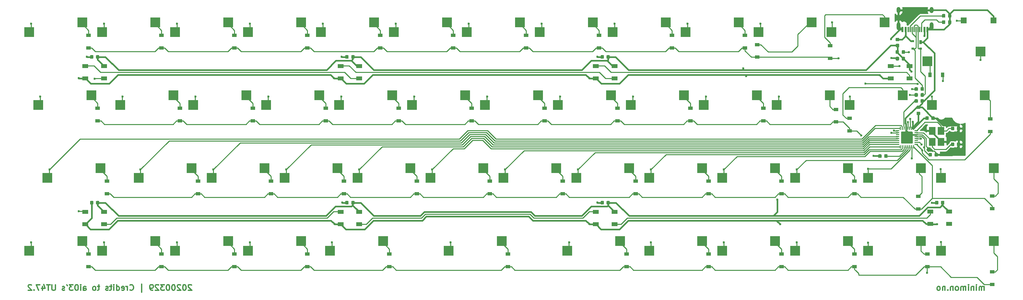
<source format=gbl>
%TF.GenerationSoftware,KiCad,Pcbnew,(5.1.5)-3*%
%TF.CreationDate,2020-03-30T21:53:17+02:00*%
%TF.ProjectId,UT51,55543531-2e6b-4696-9361-645f70636258,rev?*%
%TF.SameCoordinates,Original*%
%TF.FileFunction,Copper,L2,Bot*%
%TF.FilePolarity,Positive*%
%FSLAX46Y46*%
G04 Gerber Fmt 4.6, Leading zero omitted, Abs format (unit mm)*
G04 Created by KiCad (PCBNEW (5.1.5)-3) date 2020-03-30 21:53:17*
%MOMM*%
%LPD*%
G04 APERTURE LIST*
%ADD10C,0.300000*%
%ADD11C,0.100000*%
%ADD12R,1.800000X2.100000*%
%ADD13R,0.700000X0.600000*%
%ADD14R,0.700000X1.000000*%
%ADD15R,1.500000X1.500000*%
%ADD16R,0.900000X1.200000*%
%ADD17R,2.550000X2.500000*%
%ADD18R,1.200000X0.900000*%
%ADD19R,0.600000X1.450000*%
%ADD20R,0.300000X1.450000*%
%ADD21O,1.000000X2.100000*%
%ADD22O,1.000000X1.600000*%
%ADD23R,1.500000X1.000000*%
%ADD24C,0.600000*%
%ADD25C,0.381000*%
%ADD26C,0.250000*%
%ADD27C,0.254000*%
G04 APERTURE END LIST*
D10*
X283125892Y-106247321D02*
X283125892Y-105247321D01*
X283125892Y-105390178D02*
X283054464Y-105318750D01*
X282911607Y-105247321D01*
X282697321Y-105247321D01*
X282554464Y-105318750D01*
X282483035Y-105461607D01*
X282483035Y-106247321D01*
X282483035Y-105461607D02*
X282411607Y-105318750D01*
X282268750Y-105247321D01*
X282054464Y-105247321D01*
X281911607Y-105318750D01*
X281840178Y-105461607D01*
X281840178Y-106247321D01*
X281125892Y-106247321D02*
X281125892Y-105247321D01*
X281125892Y-104747321D02*
X281197321Y-104818750D01*
X281125892Y-104890178D01*
X281054464Y-104818750D01*
X281125892Y-104747321D01*
X281125892Y-104890178D01*
X280411607Y-105247321D02*
X280411607Y-106247321D01*
X280411607Y-105390178D02*
X280340178Y-105318750D01*
X280197321Y-105247321D01*
X279983035Y-105247321D01*
X279840178Y-105318750D01*
X279768750Y-105461607D01*
X279768750Y-106247321D01*
X279054464Y-106247321D02*
X279054464Y-105247321D01*
X279054464Y-104747321D02*
X279125892Y-104818750D01*
X279054464Y-104890178D01*
X278983035Y-104818750D01*
X279054464Y-104747321D01*
X279054464Y-104890178D01*
X278340178Y-106247321D02*
X278340178Y-105247321D01*
X278340178Y-105390178D02*
X278268750Y-105318750D01*
X278125892Y-105247321D01*
X277911607Y-105247321D01*
X277768750Y-105318750D01*
X277697321Y-105461607D01*
X277697321Y-106247321D01*
X277697321Y-105461607D02*
X277625892Y-105318750D01*
X277483035Y-105247321D01*
X277268750Y-105247321D01*
X277125892Y-105318750D01*
X277054464Y-105461607D01*
X277054464Y-106247321D01*
X276125892Y-106247321D02*
X276268750Y-106175892D01*
X276340178Y-106104464D01*
X276411607Y-105961607D01*
X276411607Y-105533035D01*
X276340178Y-105390178D01*
X276268750Y-105318750D01*
X276125892Y-105247321D01*
X275911607Y-105247321D01*
X275768750Y-105318750D01*
X275697321Y-105390178D01*
X275625892Y-105533035D01*
X275625892Y-105961607D01*
X275697321Y-106104464D01*
X275768750Y-106175892D01*
X275911607Y-106247321D01*
X276125892Y-106247321D01*
X274983035Y-105247321D02*
X274983035Y-106247321D01*
X274983035Y-105390178D02*
X274911607Y-105318750D01*
X274768750Y-105247321D01*
X274554464Y-105247321D01*
X274411607Y-105318750D01*
X274340178Y-105461607D01*
X274340178Y-106247321D01*
X273625892Y-106104464D02*
X273554464Y-106175892D01*
X273625892Y-106247321D01*
X273697321Y-106175892D01*
X273625892Y-106104464D01*
X273625892Y-106247321D01*
X272911607Y-105247321D02*
X272911607Y-106247321D01*
X272911607Y-105390178D02*
X272840178Y-105318750D01*
X272697321Y-105247321D01*
X272483035Y-105247321D01*
X272340178Y-105318750D01*
X272268750Y-105461607D01*
X272268750Y-106247321D01*
X271340178Y-106247321D02*
X271483035Y-106175892D01*
X271554464Y-106104464D01*
X271625892Y-105961607D01*
X271625892Y-105533035D01*
X271554464Y-105390178D01*
X271483035Y-105318750D01*
X271340178Y-105247321D01*
X271125892Y-105247321D01*
X270983035Y-105318750D01*
X270911607Y-105390178D01*
X270840178Y-105533035D01*
X270840178Y-105961607D01*
X270911607Y-106104464D01*
X270983035Y-106175892D01*
X271125892Y-106247321D01*
X271340178Y-106247321D01*
X76090178Y-104890178D02*
X76018750Y-104818750D01*
X75875892Y-104747321D01*
X75518750Y-104747321D01*
X75375892Y-104818750D01*
X75304464Y-104890178D01*
X75233035Y-105033035D01*
X75233035Y-105175892D01*
X75304464Y-105390178D01*
X76161607Y-106247321D01*
X75233035Y-106247321D01*
X74304464Y-104747321D02*
X74161607Y-104747321D01*
X74018750Y-104818750D01*
X73947321Y-104890178D01*
X73875892Y-105033035D01*
X73804464Y-105318750D01*
X73804464Y-105675892D01*
X73875892Y-105961607D01*
X73947321Y-106104464D01*
X74018750Y-106175892D01*
X74161607Y-106247321D01*
X74304464Y-106247321D01*
X74447321Y-106175892D01*
X74518750Y-106104464D01*
X74590178Y-105961607D01*
X74661607Y-105675892D01*
X74661607Y-105318750D01*
X74590178Y-105033035D01*
X74518750Y-104890178D01*
X74447321Y-104818750D01*
X74304464Y-104747321D01*
X73233035Y-104890178D02*
X73161607Y-104818750D01*
X73018750Y-104747321D01*
X72661607Y-104747321D01*
X72518750Y-104818750D01*
X72447321Y-104890178D01*
X72375892Y-105033035D01*
X72375892Y-105175892D01*
X72447321Y-105390178D01*
X73304464Y-106247321D01*
X72375892Y-106247321D01*
X71447321Y-104747321D02*
X71304464Y-104747321D01*
X71161607Y-104818750D01*
X71090178Y-104890178D01*
X71018750Y-105033035D01*
X70947321Y-105318750D01*
X70947321Y-105675892D01*
X71018750Y-105961607D01*
X71090178Y-106104464D01*
X71161607Y-106175892D01*
X71304464Y-106247321D01*
X71447321Y-106247321D01*
X71590178Y-106175892D01*
X71661607Y-106104464D01*
X71733035Y-105961607D01*
X71804464Y-105675892D01*
X71804464Y-105318750D01*
X71733035Y-105033035D01*
X71661607Y-104890178D01*
X71590178Y-104818750D01*
X71447321Y-104747321D01*
X70018750Y-104747321D02*
X69875892Y-104747321D01*
X69733035Y-104818750D01*
X69661607Y-104890178D01*
X69590178Y-105033035D01*
X69518750Y-105318750D01*
X69518750Y-105675892D01*
X69590178Y-105961607D01*
X69661607Y-106104464D01*
X69733035Y-106175892D01*
X69875892Y-106247321D01*
X70018750Y-106247321D01*
X70161607Y-106175892D01*
X70233035Y-106104464D01*
X70304464Y-105961607D01*
X70375892Y-105675892D01*
X70375892Y-105318750D01*
X70304464Y-105033035D01*
X70233035Y-104890178D01*
X70161607Y-104818750D01*
X70018750Y-104747321D01*
X69018750Y-104747321D02*
X68090178Y-104747321D01*
X68590178Y-105318750D01*
X68375892Y-105318750D01*
X68233035Y-105390178D01*
X68161607Y-105461607D01*
X68090178Y-105604464D01*
X68090178Y-105961607D01*
X68161607Y-106104464D01*
X68233035Y-106175892D01*
X68375892Y-106247321D01*
X68804464Y-106247321D01*
X68947321Y-106175892D01*
X69018750Y-106104464D01*
X67518750Y-104890178D02*
X67447321Y-104818750D01*
X67304464Y-104747321D01*
X66947321Y-104747321D01*
X66804464Y-104818750D01*
X66733035Y-104890178D01*
X66661607Y-105033035D01*
X66661607Y-105175892D01*
X66733035Y-105390178D01*
X67590178Y-106247321D01*
X66661607Y-106247321D01*
X65947321Y-106247321D02*
X65661607Y-106247321D01*
X65518750Y-106175892D01*
X65447321Y-106104464D01*
X65304464Y-105890178D01*
X65233035Y-105604464D01*
X65233035Y-105033035D01*
X65304464Y-104890178D01*
X65375892Y-104818750D01*
X65518750Y-104747321D01*
X65804464Y-104747321D01*
X65947321Y-104818750D01*
X66018750Y-104890178D01*
X66090178Y-105033035D01*
X66090178Y-105390178D01*
X66018750Y-105533035D01*
X65947321Y-105604464D01*
X65804464Y-105675892D01*
X65518750Y-105675892D01*
X65375892Y-105604464D01*
X65304464Y-105533035D01*
X65233035Y-105390178D01*
X63090178Y-106747321D02*
X63090178Y-104604464D01*
X60018750Y-106104464D02*
X60090178Y-106175892D01*
X60304464Y-106247321D01*
X60447321Y-106247321D01*
X60661607Y-106175892D01*
X60804464Y-106033035D01*
X60875892Y-105890178D01*
X60947321Y-105604464D01*
X60947321Y-105390178D01*
X60875892Y-105104464D01*
X60804464Y-104961607D01*
X60661607Y-104818750D01*
X60447321Y-104747321D01*
X60304464Y-104747321D01*
X60090178Y-104818750D01*
X60018750Y-104890178D01*
X59375892Y-106247321D02*
X59375892Y-105247321D01*
X59375892Y-105533035D02*
X59304464Y-105390178D01*
X59233035Y-105318750D01*
X59090178Y-105247321D01*
X58947321Y-105247321D01*
X57875892Y-106175892D02*
X58018750Y-106247321D01*
X58304464Y-106247321D01*
X58447321Y-106175892D01*
X58518750Y-106033035D01*
X58518750Y-105461607D01*
X58447321Y-105318750D01*
X58304464Y-105247321D01*
X58018750Y-105247321D01*
X57875892Y-105318750D01*
X57804464Y-105461607D01*
X57804464Y-105604464D01*
X58518750Y-105747321D01*
X56518750Y-106247321D02*
X56518750Y-104747321D01*
X56518750Y-106175892D02*
X56661607Y-106247321D01*
X56947321Y-106247321D01*
X57090178Y-106175892D01*
X57161607Y-106104464D01*
X57233035Y-105961607D01*
X57233035Y-105533035D01*
X57161607Y-105390178D01*
X57090178Y-105318750D01*
X56947321Y-105247321D01*
X56661607Y-105247321D01*
X56518750Y-105318750D01*
X55804464Y-106247321D02*
X55804464Y-105247321D01*
X55804464Y-104747321D02*
X55875892Y-104818750D01*
X55804464Y-104890178D01*
X55733035Y-104818750D01*
X55804464Y-104747321D01*
X55804464Y-104890178D01*
X55304464Y-105247321D02*
X54733035Y-105247321D01*
X55090178Y-104747321D02*
X55090178Y-106033035D01*
X55018750Y-106175892D01*
X54875892Y-106247321D01*
X54733035Y-106247321D01*
X54304464Y-106175892D02*
X54161607Y-106247321D01*
X53875892Y-106247321D01*
X53733035Y-106175892D01*
X53661607Y-106033035D01*
X53661607Y-105961607D01*
X53733035Y-105818750D01*
X53875892Y-105747321D01*
X54090178Y-105747321D01*
X54233035Y-105675892D01*
X54304464Y-105533035D01*
X54304464Y-105461607D01*
X54233035Y-105318750D01*
X54090178Y-105247321D01*
X53875892Y-105247321D01*
X53733035Y-105318750D01*
X52090178Y-105247321D02*
X51518750Y-105247321D01*
X51875892Y-104747321D02*
X51875892Y-106033035D01*
X51804464Y-106175892D01*
X51661607Y-106247321D01*
X51518750Y-106247321D01*
X50804464Y-106247321D02*
X50947321Y-106175892D01*
X51018750Y-106104464D01*
X51090178Y-105961607D01*
X51090178Y-105533035D01*
X51018750Y-105390178D01*
X50947321Y-105318750D01*
X50804464Y-105247321D01*
X50590178Y-105247321D01*
X50447321Y-105318750D01*
X50375892Y-105390178D01*
X50304464Y-105533035D01*
X50304464Y-105961607D01*
X50375892Y-106104464D01*
X50447321Y-106175892D01*
X50590178Y-106247321D01*
X50804464Y-106247321D01*
X47875892Y-106247321D02*
X47875892Y-105461607D01*
X47947321Y-105318750D01*
X48090178Y-105247321D01*
X48375892Y-105247321D01*
X48518750Y-105318750D01*
X47875892Y-106175892D02*
X48018750Y-106247321D01*
X48375892Y-106247321D01*
X48518750Y-106175892D01*
X48590178Y-106033035D01*
X48590178Y-105890178D01*
X48518750Y-105747321D01*
X48375892Y-105675892D01*
X48018750Y-105675892D01*
X47875892Y-105604464D01*
X47161607Y-106247321D02*
X47161607Y-105247321D01*
X47161607Y-104747321D02*
X47233035Y-104818750D01*
X47161607Y-104890178D01*
X47090178Y-104818750D01*
X47161607Y-104747321D01*
X47161607Y-104890178D01*
X46161607Y-104747321D02*
X46018750Y-104747321D01*
X45875892Y-104818750D01*
X45804464Y-104890178D01*
X45733035Y-105033035D01*
X45661607Y-105318750D01*
X45661607Y-105675892D01*
X45733035Y-105961607D01*
X45804464Y-106104464D01*
X45875892Y-106175892D01*
X46018750Y-106247321D01*
X46161607Y-106247321D01*
X46304464Y-106175892D01*
X46375892Y-106104464D01*
X46447321Y-105961607D01*
X46518750Y-105675892D01*
X46518750Y-105318750D01*
X46447321Y-105033035D01*
X46375892Y-104890178D01*
X46304464Y-104818750D01*
X46161607Y-104747321D01*
X45161607Y-104747321D02*
X44233035Y-104747321D01*
X44733035Y-105318750D01*
X44518750Y-105318750D01*
X44375892Y-105390178D01*
X44304464Y-105461607D01*
X44233035Y-105604464D01*
X44233035Y-105961607D01*
X44304464Y-106104464D01*
X44375892Y-106175892D01*
X44518750Y-106247321D01*
X44947321Y-106247321D01*
X45090178Y-106175892D01*
X45161607Y-106104464D01*
X43518750Y-104747321D02*
X43661607Y-105033035D01*
X42947321Y-106175892D02*
X42804464Y-106247321D01*
X42518750Y-106247321D01*
X42375892Y-106175892D01*
X42304464Y-106033035D01*
X42304464Y-105961607D01*
X42375892Y-105818750D01*
X42518750Y-105747321D01*
X42733035Y-105747321D01*
X42875892Y-105675892D01*
X42947321Y-105533035D01*
X42947321Y-105461607D01*
X42875892Y-105318750D01*
X42733035Y-105247321D01*
X42518750Y-105247321D01*
X42375892Y-105318750D01*
X40518750Y-104747321D02*
X40518750Y-105961607D01*
X40447321Y-106104464D01*
X40375892Y-106175892D01*
X40233035Y-106247321D01*
X39947321Y-106247321D01*
X39804464Y-106175892D01*
X39733035Y-106104464D01*
X39661607Y-105961607D01*
X39661607Y-104747321D01*
X39161607Y-104747321D02*
X38304464Y-104747321D01*
X38733035Y-106247321D02*
X38733035Y-104747321D01*
X37161607Y-105247321D02*
X37161607Y-106247321D01*
X37518750Y-104675892D02*
X37875892Y-105747321D01*
X36947321Y-105747321D01*
X36518750Y-104747321D02*
X35518750Y-104747321D01*
X36161607Y-106247321D01*
X34947321Y-106104464D02*
X34875892Y-106175892D01*
X34947321Y-106247321D01*
X35018750Y-106175892D01*
X34947321Y-106104464D01*
X34947321Y-106247321D01*
X34304464Y-104890178D02*
X34233035Y-104818750D01*
X34090178Y-104747321D01*
X33733035Y-104747321D01*
X33590178Y-104818750D01*
X33518750Y-104890178D01*
X33447321Y-105033035D01*
X33447321Y-105175892D01*
X33518750Y-105390178D01*
X34375892Y-106247321D01*
X33447321Y-106247321D01*
%TA.AperFunction,SMDPad,CuDef*%
D11*
G36*
X270865192Y-70326053D02*
G01*
X270886427Y-70329203D01*
X270907251Y-70334419D01*
X270927463Y-70341651D01*
X270946869Y-70350830D01*
X270965282Y-70361866D01*
X270982525Y-70374654D01*
X270998431Y-70389070D01*
X271012847Y-70404976D01*
X271025635Y-70422219D01*
X271036671Y-70440632D01*
X271045850Y-70460038D01*
X271053082Y-70480250D01*
X271058298Y-70501074D01*
X271061448Y-70522309D01*
X271062501Y-70543750D01*
X271062501Y-71056250D01*
X271061448Y-71077691D01*
X271058298Y-71098926D01*
X271053082Y-71119750D01*
X271045850Y-71139962D01*
X271036671Y-71159368D01*
X271025635Y-71177781D01*
X271012847Y-71195024D01*
X270998431Y-71210930D01*
X270982525Y-71225346D01*
X270965282Y-71238134D01*
X270946869Y-71249170D01*
X270927463Y-71258349D01*
X270907251Y-71265581D01*
X270886427Y-71270797D01*
X270865192Y-71273947D01*
X270843751Y-71275000D01*
X270406251Y-71275000D01*
X270384810Y-71273947D01*
X270363575Y-71270797D01*
X270342751Y-71265581D01*
X270322539Y-71258349D01*
X270303133Y-71249170D01*
X270284720Y-71238134D01*
X270267477Y-71225346D01*
X270251571Y-71210930D01*
X270237155Y-71195024D01*
X270224367Y-71177781D01*
X270213331Y-71159368D01*
X270204152Y-71139962D01*
X270196920Y-71119750D01*
X270191704Y-71098926D01*
X270188554Y-71077691D01*
X270187501Y-71056250D01*
X270187501Y-70543750D01*
X270188554Y-70522309D01*
X270191704Y-70501074D01*
X270196920Y-70480250D01*
X270204152Y-70460038D01*
X270213331Y-70440632D01*
X270224367Y-70422219D01*
X270237155Y-70404976D01*
X270251571Y-70389070D01*
X270267477Y-70374654D01*
X270284720Y-70361866D01*
X270303133Y-70350830D01*
X270322539Y-70341651D01*
X270342751Y-70334419D01*
X270363575Y-70329203D01*
X270384810Y-70326053D01*
X270406251Y-70325000D01*
X270843751Y-70325000D01*
X270865192Y-70326053D01*
G37*
%TD.AperFunction*%
%TA.AperFunction,SMDPad,CuDef*%
G36*
X269290192Y-70326053D02*
G01*
X269311427Y-70329203D01*
X269332251Y-70334419D01*
X269352463Y-70341651D01*
X269371869Y-70350830D01*
X269390282Y-70361866D01*
X269407525Y-70374654D01*
X269423431Y-70389070D01*
X269437847Y-70404976D01*
X269450635Y-70422219D01*
X269461671Y-70440632D01*
X269470850Y-70460038D01*
X269478082Y-70480250D01*
X269483298Y-70501074D01*
X269486448Y-70522309D01*
X269487501Y-70543750D01*
X269487501Y-71056250D01*
X269486448Y-71077691D01*
X269483298Y-71098926D01*
X269478082Y-71119750D01*
X269470850Y-71139962D01*
X269461671Y-71159368D01*
X269450635Y-71177781D01*
X269437847Y-71195024D01*
X269423431Y-71210930D01*
X269407525Y-71225346D01*
X269390282Y-71238134D01*
X269371869Y-71249170D01*
X269352463Y-71258349D01*
X269332251Y-71265581D01*
X269311427Y-71270797D01*
X269290192Y-71273947D01*
X269268751Y-71275000D01*
X268831251Y-71275000D01*
X268809810Y-71273947D01*
X268788575Y-71270797D01*
X268767751Y-71265581D01*
X268747539Y-71258349D01*
X268728133Y-71249170D01*
X268709720Y-71238134D01*
X268692477Y-71225346D01*
X268676571Y-71210930D01*
X268662155Y-71195024D01*
X268649367Y-71177781D01*
X268638331Y-71159368D01*
X268629152Y-71139962D01*
X268621920Y-71119750D01*
X268616704Y-71098926D01*
X268613554Y-71077691D01*
X268612501Y-71056250D01*
X268612501Y-70543750D01*
X268613554Y-70522309D01*
X268616704Y-70501074D01*
X268621920Y-70480250D01*
X268629152Y-70460038D01*
X268638331Y-70440632D01*
X268649367Y-70422219D01*
X268662155Y-70404976D01*
X268676571Y-70389070D01*
X268692477Y-70374654D01*
X268709720Y-70361866D01*
X268728133Y-70350830D01*
X268747539Y-70341651D01*
X268767751Y-70334419D01*
X268788575Y-70329203D01*
X268809810Y-70326053D01*
X268831251Y-70325000D01*
X269268751Y-70325000D01*
X269290192Y-70326053D01*
G37*
%TD.AperFunction*%
D12*
X269540000Y-64540000D03*
X269540000Y-67440000D03*
X271840000Y-67440000D03*
X271840000Y-64540000D03*
D13*
X264513399Y-41149101D03*
X264513399Y-43049101D03*
X266513399Y-43049101D03*
D14*
X266513399Y-41349101D03*
%TA.AperFunction,SMDPad,CuDef*%
D11*
G36*
X264780227Y-63435301D02*
G01*
X264786294Y-63436201D01*
X264792244Y-63437691D01*
X264798019Y-63439758D01*
X264803563Y-63442380D01*
X264808824Y-63445533D01*
X264813751Y-63449187D01*
X264818295Y-63453306D01*
X264822414Y-63457850D01*
X264826068Y-63462777D01*
X264829221Y-63468038D01*
X264831843Y-63473582D01*
X264833910Y-63479357D01*
X264835400Y-63485307D01*
X264836300Y-63491374D01*
X264836601Y-63497500D01*
X264836601Y-64247500D01*
X264836300Y-64253626D01*
X264835400Y-64259693D01*
X264833910Y-64265643D01*
X264831843Y-64271418D01*
X264829221Y-64276962D01*
X264826068Y-64282223D01*
X264822414Y-64287150D01*
X264818295Y-64291694D01*
X264813751Y-64295813D01*
X264808824Y-64299467D01*
X264803563Y-64302620D01*
X264798019Y-64305242D01*
X264792244Y-64307309D01*
X264786294Y-64308799D01*
X264780227Y-64309699D01*
X264774101Y-64310000D01*
X264649101Y-64310000D01*
X264642975Y-64309699D01*
X264636908Y-64308799D01*
X264630958Y-64307309D01*
X264625183Y-64305242D01*
X264619639Y-64302620D01*
X264614378Y-64299467D01*
X264609451Y-64295813D01*
X264604907Y-64291694D01*
X264600788Y-64287150D01*
X264597134Y-64282223D01*
X264593981Y-64276962D01*
X264591359Y-64271418D01*
X264589292Y-64265643D01*
X264587802Y-64259693D01*
X264586902Y-64253626D01*
X264586601Y-64247500D01*
X264586601Y-63497500D01*
X264586902Y-63491374D01*
X264587802Y-63485307D01*
X264589292Y-63479357D01*
X264591359Y-63473582D01*
X264593981Y-63468038D01*
X264597134Y-63462777D01*
X264600788Y-63457850D01*
X264604907Y-63453306D01*
X264609451Y-63449187D01*
X264614378Y-63445533D01*
X264619639Y-63442380D01*
X264625183Y-63439758D01*
X264630958Y-63437691D01*
X264636908Y-63436201D01*
X264642975Y-63435301D01*
X264649101Y-63435000D01*
X264774101Y-63435000D01*
X264780227Y-63435301D01*
G37*
%TD.AperFunction*%
%TA.AperFunction,SMDPad,CuDef*%
G36*
X264280227Y-63435301D02*
G01*
X264286294Y-63436201D01*
X264292244Y-63437691D01*
X264298019Y-63439758D01*
X264303563Y-63442380D01*
X264308824Y-63445533D01*
X264313751Y-63449187D01*
X264318295Y-63453306D01*
X264322414Y-63457850D01*
X264326068Y-63462777D01*
X264329221Y-63468038D01*
X264331843Y-63473582D01*
X264333910Y-63479357D01*
X264335400Y-63485307D01*
X264336300Y-63491374D01*
X264336601Y-63497500D01*
X264336601Y-64247500D01*
X264336300Y-64253626D01*
X264335400Y-64259693D01*
X264333910Y-64265643D01*
X264331843Y-64271418D01*
X264329221Y-64276962D01*
X264326068Y-64282223D01*
X264322414Y-64287150D01*
X264318295Y-64291694D01*
X264313751Y-64295813D01*
X264308824Y-64299467D01*
X264303563Y-64302620D01*
X264298019Y-64305242D01*
X264292244Y-64307309D01*
X264286294Y-64308799D01*
X264280227Y-64309699D01*
X264274101Y-64310000D01*
X264149101Y-64310000D01*
X264142975Y-64309699D01*
X264136908Y-64308799D01*
X264130958Y-64307309D01*
X264125183Y-64305242D01*
X264119639Y-64302620D01*
X264114378Y-64299467D01*
X264109451Y-64295813D01*
X264104907Y-64291694D01*
X264100788Y-64287150D01*
X264097134Y-64282223D01*
X264093981Y-64276962D01*
X264091359Y-64271418D01*
X264089292Y-64265643D01*
X264087802Y-64259693D01*
X264086902Y-64253626D01*
X264086601Y-64247500D01*
X264086601Y-63497500D01*
X264086902Y-63491374D01*
X264087802Y-63485307D01*
X264089292Y-63479357D01*
X264091359Y-63473582D01*
X264093981Y-63468038D01*
X264097134Y-63462777D01*
X264100788Y-63457850D01*
X264104907Y-63453306D01*
X264109451Y-63449187D01*
X264114378Y-63445533D01*
X264119639Y-63442380D01*
X264125183Y-63439758D01*
X264130958Y-63437691D01*
X264136908Y-63436201D01*
X264142975Y-63435301D01*
X264149101Y-63435000D01*
X264274101Y-63435000D01*
X264280227Y-63435301D01*
G37*
%TD.AperFunction*%
%TA.AperFunction,SMDPad,CuDef*%
G36*
X263780227Y-63435301D02*
G01*
X263786294Y-63436201D01*
X263792244Y-63437691D01*
X263798019Y-63439758D01*
X263803563Y-63442380D01*
X263808824Y-63445533D01*
X263813751Y-63449187D01*
X263818295Y-63453306D01*
X263822414Y-63457850D01*
X263826068Y-63462777D01*
X263829221Y-63468038D01*
X263831843Y-63473582D01*
X263833910Y-63479357D01*
X263835400Y-63485307D01*
X263836300Y-63491374D01*
X263836601Y-63497500D01*
X263836601Y-64247500D01*
X263836300Y-64253626D01*
X263835400Y-64259693D01*
X263833910Y-64265643D01*
X263831843Y-64271418D01*
X263829221Y-64276962D01*
X263826068Y-64282223D01*
X263822414Y-64287150D01*
X263818295Y-64291694D01*
X263813751Y-64295813D01*
X263808824Y-64299467D01*
X263803563Y-64302620D01*
X263798019Y-64305242D01*
X263792244Y-64307309D01*
X263786294Y-64308799D01*
X263780227Y-64309699D01*
X263774101Y-64310000D01*
X263649101Y-64310000D01*
X263642975Y-64309699D01*
X263636908Y-64308799D01*
X263630958Y-64307309D01*
X263625183Y-64305242D01*
X263619639Y-64302620D01*
X263614378Y-64299467D01*
X263609451Y-64295813D01*
X263604907Y-64291694D01*
X263600788Y-64287150D01*
X263597134Y-64282223D01*
X263593981Y-64276962D01*
X263591359Y-64271418D01*
X263589292Y-64265643D01*
X263587802Y-64259693D01*
X263586902Y-64253626D01*
X263586601Y-64247500D01*
X263586601Y-63497500D01*
X263586902Y-63491374D01*
X263587802Y-63485307D01*
X263589292Y-63479357D01*
X263591359Y-63473582D01*
X263593981Y-63468038D01*
X263597134Y-63462777D01*
X263600788Y-63457850D01*
X263604907Y-63453306D01*
X263609451Y-63449187D01*
X263614378Y-63445533D01*
X263619639Y-63442380D01*
X263625183Y-63439758D01*
X263630958Y-63437691D01*
X263636908Y-63436201D01*
X263642975Y-63435301D01*
X263649101Y-63435000D01*
X263774101Y-63435000D01*
X263780227Y-63435301D01*
G37*
%TD.AperFunction*%
%TA.AperFunction,SMDPad,CuDef*%
G36*
X263280227Y-63435301D02*
G01*
X263286294Y-63436201D01*
X263292244Y-63437691D01*
X263298019Y-63439758D01*
X263303563Y-63442380D01*
X263308824Y-63445533D01*
X263313751Y-63449187D01*
X263318295Y-63453306D01*
X263322414Y-63457850D01*
X263326068Y-63462777D01*
X263329221Y-63468038D01*
X263331843Y-63473582D01*
X263333910Y-63479357D01*
X263335400Y-63485307D01*
X263336300Y-63491374D01*
X263336601Y-63497500D01*
X263336601Y-64247500D01*
X263336300Y-64253626D01*
X263335400Y-64259693D01*
X263333910Y-64265643D01*
X263331843Y-64271418D01*
X263329221Y-64276962D01*
X263326068Y-64282223D01*
X263322414Y-64287150D01*
X263318295Y-64291694D01*
X263313751Y-64295813D01*
X263308824Y-64299467D01*
X263303563Y-64302620D01*
X263298019Y-64305242D01*
X263292244Y-64307309D01*
X263286294Y-64308799D01*
X263280227Y-64309699D01*
X263274101Y-64310000D01*
X263149101Y-64310000D01*
X263142975Y-64309699D01*
X263136908Y-64308799D01*
X263130958Y-64307309D01*
X263125183Y-64305242D01*
X263119639Y-64302620D01*
X263114378Y-64299467D01*
X263109451Y-64295813D01*
X263104907Y-64291694D01*
X263100788Y-64287150D01*
X263097134Y-64282223D01*
X263093981Y-64276962D01*
X263091359Y-64271418D01*
X263089292Y-64265643D01*
X263087802Y-64259693D01*
X263086902Y-64253626D01*
X263086601Y-64247500D01*
X263086601Y-63497500D01*
X263086902Y-63491374D01*
X263087802Y-63485307D01*
X263089292Y-63479357D01*
X263091359Y-63473582D01*
X263093981Y-63468038D01*
X263097134Y-63462777D01*
X263100788Y-63457850D01*
X263104907Y-63453306D01*
X263109451Y-63449187D01*
X263114378Y-63445533D01*
X263119639Y-63442380D01*
X263125183Y-63439758D01*
X263130958Y-63437691D01*
X263136908Y-63436201D01*
X263142975Y-63435301D01*
X263149101Y-63435000D01*
X263274101Y-63435000D01*
X263280227Y-63435301D01*
G37*
%TD.AperFunction*%
%TA.AperFunction,SMDPad,CuDef*%
G36*
X262780227Y-63435301D02*
G01*
X262786294Y-63436201D01*
X262792244Y-63437691D01*
X262798019Y-63439758D01*
X262803563Y-63442380D01*
X262808824Y-63445533D01*
X262813751Y-63449187D01*
X262818295Y-63453306D01*
X262822414Y-63457850D01*
X262826068Y-63462777D01*
X262829221Y-63468038D01*
X262831843Y-63473582D01*
X262833910Y-63479357D01*
X262835400Y-63485307D01*
X262836300Y-63491374D01*
X262836601Y-63497500D01*
X262836601Y-64247500D01*
X262836300Y-64253626D01*
X262835400Y-64259693D01*
X262833910Y-64265643D01*
X262831843Y-64271418D01*
X262829221Y-64276962D01*
X262826068Y-64282223D01*
X262822414Y-64287150D01*
X262818295Y-64291694D01*
X262813751Y-64295813D01*
X262808824Y-64299467D01*
X262803563Y-64302620D01*
X262798019Y-64305242D01*
X262792244Y-64307309D01*
X262786294Y-64308799D01*
X262780227Y-64309699D01*
X262774101Y-64310000D01*
X262649101Y-64310000D01*
X262642975Y-64309699D01*
X262636908Y-64308799D01*
X262630958Y-64307309D01*
X262625183Y-64305242D01*
X262619639Y-64302620D01*
X262614378Y-64299467D01*
X262609451Y-64295813D01*
X262604907Y-64291694D01*
X262600788Y-64287150D01*
X262597134Y-64282223D01*
X262593981Y-64276962D01*
X262591359Y-64271418D01*
X262589292Y-64265643D01*
X262587802Y-64259693D01*
X262586902Y-64253626D01*
X262586601Y-64247500D01*
X262586601Y-63497500D01*
X262586902Y-63491374D01*
X262587802Y-63485307D01*
X262589292Y-63479357D01*
X262591359Y-63473582D01*
X262593981Y-63468038D01*
X262597134Y-63462777D01*
X262600788Y-63457850D01*
X262604907Y-63453306D01*
X262609451Y-63449187D01*
X262614378Y-63445533D01*
X262619639Y-63442380D01*
X262625183Y-63439758D01*
X262630958Y-63437691D01*
X262636908Y-63436201D01*
X262642975Y-63435301D01*
X262649101Y-63435000D01*
X262774101Y-63435000D01*
X262780227Y-63435301D01*
G37*
%TD.AperFunction*%
%TA.AperFunction,SMDPad,CuDef*%
G36*
X262280227Y-63435301D02*
G01*
X262286294Y-63436201D01*
X262292244Y-63437691D01*
X262298019Y-63439758D01*
X262303563Y-63442380D01*
X262308824Y-63445533D01*
X262313751Y-63449187D01*
X262318295Y-63453306D01*
X262322414Y-63457850D01*
X262326068Y-63462777D01*
X262329221Y-63468038D01*
X262331843Y-63473582D01*
X262333910Y-63479357D01*
X262335400Y-63485307D01*
X262336300Y-63491374D01*
X262336601Y-63497500D01*
X262336601Y-64247500D01*
X262336300Y-64253626D01*
X262335400Y-64259693D01*
X262333910Y-64265643D01*
X262331843Y-64271418D01*
X262329221Y-64276962D01*
X262326068Y-64282223D01*
X262322414Y-64287150D01*
X262318295Y-64291694D01*
X262313751Y-64295813D01*
X262308824Y-64299467D01*
X262303563Y-64302620D01*
X262298019Y-64305242D01*
X262292244Y-64307309D01*
X262286294Y-64308799D01*
X262280227Y-64309699D01*
X262274101Y-64310000D01*
X262149101Y-64310000D01*
X262142975Y-64309699D01*
X262136908Y-64308799D01*
X262130958Y-64307309D01*
X262125183Y-64305242D01*
X262119639Y-64302620D01*
X262114378Y-64299467D01*
X262109451Y-64295813D01*
X262104907Y-64291694D01*
X262100788Y-64287150D01*
X262097134Y-64282223D01*
X262093981Y-64276962D01*
X262091359Y-64271418D01*
X262089292Y-64265643D01*
X262087802Y-64259693D01*
X262086902Y-64253626D01*
X262086601Y-64247500D01*
X262086601Y-63497500D01*
X262086902Y-63491374D01*
X262087802Y-63485307D01*
X262089292Y-63479357D01*
X262091359Y-63473582D01*
X262093981Y-63468038D01*
X262097134Y-63462777D01*
X262100788Y-63457850D01*
X262104907Y-63453306D01*
X262109451Y-63449187D01*
X262114378Y-63445533D01*
X262119639Y-63442380D01*
X262125183Y-63439758D01*
X262130958Y-63437691D01*
X262136908Y-63436201D01*
X262142975Y-63435301D01*
X262149101Y-63435000D01*
X262274101Y-63435000D01*
X262280227Y-63435301D01*
G37*
%TD.AperFunction*%
%TA.AperFunction,SMDPad,CuDef*%
G36*
X261780227Y-63435301D02*
G01*
X261786294Y-63436201D01*
X261792244Y-63437691D01*
X261798019Y-63439758D01*
X261803563Y-63442380D01*
X261808824Y-63445533D01*
X261813751Y-63449187D01*
X261818295Y-63453306D01*
X261822414Y-63457850D01*
X261826068Y-63462777D01*
X261829221Y-63468038D01*
X261831843Y-63473582D01*
X261833910Y-63479357D01*
X261835400Y-63485307D01*
X261836300Y-63491374D01*
X261836601Y-63497500D01*
X261836601Y-64247500D01*
X261836300Y-64253626D01*
X261835400Y-64259693D01*
X261833910Y-64265643D01*
X261831843Y-64271418D01*
X261829221Y-64276962D01*
X261826068Y-64282223D01*
X261822414Y-64287150D01*
X261818295Y-64291694D01*
X261813751Y-64295813D01*
X261808824Y-64299467D01*
X261803563Y-64302620D01*
X261798019Y-64305242D01*
X261792244Y-64307309D01*
X261786294Y-64308799D01*
X261780227Y-64309699D01*
X261774101Y-64310000D01*
X261649101Y-64310000D01*
X261642975Y-64309699D01*
X261636908Y-64308799D01*
X261630958Y-64307309D01*
X261625183Y-64305242D01*
X261619639Y-64302620D01*
X261614378Y-64299467D01*
X261609451Y-64295813D01*
X261604907Y-64291694D01*
X261600788Y-64287150D01*
X261597134Y-64282223D01*
X261593981Y-64276962D01*
X261591359Y-64271418D01*
X261589292Y-64265643D01*
X261587802Y-64259693D01*
X261586902Y-64253626D01*
X261586601Y-64247500D01*
X261586601Y-63497500D01*
X261586902Y-63491374D01*
X261587802Y-63485307D01*
X261589292Y-63479357D01*
X261591359Y-63473582D01*
X261593981Y-63468038D01*
X261597134Y-63462777D01*
X261600788Y-63457850D01*
X261604907Y-63453306D01*
X261609451Y-63449187D01*
X261614378Y-63445533D01*
X261619639Y-63442380D01*
X261625183Y-63439758D01*
X261630958Y-63437691D01*
X261636908Y-63436201D01*
X261642975Y-63435301D01*
X261649101Y-63435000D01*
X261774101Y-63435000D01*
X261780227Y-63435301D01*
G37*
%TD.AperFunction*%
%TA.AperFunction,SMDPad,CuDef*%
G36*
X261280227Y-63435301D02*
G01*
X261286294Y-63436201D01*
X261292244Y-63437691D01*
X261298019Y-63439758D01*
X261303563Y-63442380D01*
X261308824Y-63445533D01*
X261313751Y-63449187D01*
X261318295Y-63453306D01*
X261322414Y-63457850D01*
X261326068Y-63462777D01*
X261329221Y-63468038D01*
X261331843Y-63473582D01*
X261333910Y-63479357D01*
X261335400Y-63485307D01*
X261336300Y-63491374D01*
X261336601Y-63497500D01*
X261336601Y-64247500D01*
X261336300Y-64253626D01*
X261335400Y-64259693D01*
X261333910Y-64265643D01*
X261331843Y-64271418D01*
X261329221Y-64276962D01*
X261326068Y-64282223D01*
X261322414Y-64287150D01*
X261318295Y-64291694D01*
X261313751Y-64295813D01*
X261308824Y-64299467D01*
X261303563Y-64302620D01*
X261298019Y-64305242D01*
X261292244Y-64307309D01*
X261286294Y-64308799D01*
X261280227Y-64309699D01*
X261274101Y-64310000D01*
X261149101Y-64310000D01*
X261142975Y-64309699D01*
X261136908Y-64308799D01*
X261130958Y-64307309D01*
X261125183Y-64305242D01*
X261119639Y-64302620D01*
X261114378Y-64299467D01*
X261109451Y-64295813D01*
X261104907Y-64291694D01*
X261100788Y-64287150D01*
X261097134Y-64282223D01*
X261093981Y-64276962D01*
X261091359Y-64271418D01*
X261089292Y-64265643D01*
X261087802Y-64259693D01*
X261086902Y-64253626D01*
X261086601Y-64247500D01*
X261086601Y-63497500D01*
X261086902Y-63491374D01*
X261087802Y-63485307D01*
X261089292Y-63479357D01*
X261091359Y-63473582D01*
X261093981Y-63468038D01*
X261097134Y-63462777D01*
X261100788Y-63457850D01*
X261104907Y-63453306D01*
X261109451Y-63449187D01*
X261114378Y-63445533D01*
X261119639Y-63442380D01*
X261125183Y-63439758D01*
X261130958Y-63437691D01*
X261136908Y-63436201D01*
X261142975Y-63435301D01*
X261149101Y-63435000D01*
X261274101Y-63435000D01*
X261280227Y-63435301D01*
G37*
%TD.AperFunction*%
%TA.AperFunction,SMDPad,CuDef*%
G36*
X260905227Y-64435301D02*
G01*
X260911294Y-64436201D01*
X260917244Y-64437691D01*
X260923019Y-64439758D01*
X260928563Y-64442380D01*
X260933824Y-64445533D01*
X260938751Y-64449187D01*
X260943295Y-64453306D01*
X260947414Y-64457850D01*
X260951068Y-64462777D01*
X260954221Y-64468038D01*
X260956843Y-64473582D01*
X260958910Y-64479357D01*
X260960400Y-64485307D01*
X260961300Y-64491374D01*
X260961601Y-64497500D01*
X260961601Y-64622500D01*
X260961300Y-64628626D01*
X260960400Y-64634693D01*
X260958910Y-64640643D01*
X260956843Y-64646418D01*
X260954221Y-64651962D01*
X260951068Y-64657223D01*
X260947414Y-64662150D01*
X260943295Y-64666694D01*
X260938751Y-64670813D01*
X260933824Y-64674467D01*
X260928563Y-64677620D01*
X260923019Y-64680242D01*
X260917244Y-64682309D01*
X260911294Y-64683799D01*
X260905227Y-64684699D01*
X260899101Y-64685000D01*
X260149101Y-64685000D01*
X260142975Y-64684699D01*
X260136908Y-64683799D01*
X260130958Y-64682309D01*
X260125183Y-64680242D01*
X260119639Y-64677620D01*
X260114378Y-64674467D01*
X260109451Y-64670813D01*
X260104907Y-64666694D01*
X260100788Y-64662150D01*
X260097134Y-64657223D01*
X260093981Y-64651962D01*
X260091359Y-64646418D01*
X260089292Y-64640643D01*
X260087802Y-64634693D01*
X260086902Y-64628626D01*
X260086601Y-64622500D01*
X260086601Y-64497500D01*
X260086902Y-64491374D01*
X260087802Y-64485307D01*
X260089292Y-64479357D01*
X260091359Y-64473582D01*
X260093981Y-64468038D01*
X260097134Y-64462777D01*
X260100788Y-64457850D01*
X260104907Y-64453306D01*
X260109451Y-64449187D01*
X260114378Y-64445533D01*
X260119639Y-64442380D01*
X260125183Y-64439758D01*
X260130958Y-64437691D01*
X260136908Y-64436201D01*
X260142975Y-64435301D01*
X260149101Y-64435000D01*
X260899101Y-64435000D01*
X260905227Y-64435301D01*
G37*
%TD.AperFunction*%
%TA.AperFunction,SMDPad,CuDef*%
G36*
X260905227Y-64935301D02*
G01*
X260911294Y-64936201D01*
X260917244Y-64937691D01*
X260923019Y-64939758D01*
X260928563Y-64942380D01*
X260933824Y-64945533D01*
X260938751Y-64949187D01*
X260943295Y-64953306D01*
X260947414Y-64957850D01*
X260951068Y-64962777D01*
X260954221Y-64968038D01*
X260956843Y-64973582D01*
X260958910Y-64979357D01*
X260960400Y-64985307D01*
X260961300Y-64991374D01*
X260961601Y-64997500D01*
X260961601Y-65122500D01*
X260961300Y-65128626D01*
X260960400Y-65134693D01*
X260958910Y-65140643D01*
X260956843Y-65146418D01*
X260954221Y-65151962D01*
X260951068Y-65157223D01*
X260947414Y-65162150D01*
X260943295Y-65166694D01*
X260938751Y-65170813D01*
X260933824Y-65174467D01*
X260928563Y-65177620D01*
X260923019Y-65180242D01*
X260917244Y-65182309D01*
X260911294Y-65183799D01*
X260905227Y-65184699D01*
X260899101Y-65185000D01*
X260149101Y-65185000D01*
X260142975Y-65184699D01*
X260136908Y-65183799D01*
X260130958Y-65182309D01*
X260125183Y-65180242D01*
X260119639Y-65177620D01*
X260114378Y-65174467D01*
X260109451Y-65170813D01*
X260104907Y-65166694D01*
X260100788Y-65162150D01*
X260097134Y-65157223D01*
X260093981Y-65151962D01*
X260091359Y-65146418D01*
X260089292Y-65140643D01*
X260087802Y-65134693D01*
X260086902Y-65128626D01*
X260086601Y-65122500D01*
X260086601Y-64997500D01*
X260086902Y-64991374D01*
X260087802Y-64985307D01*
X260089292Y-64979357D01*
X260091359Y-64973582D01*
X260093981Y-64968038D01*
X260097134Y-64962777D01*
X260100788Y-64957850D01*
X260104907Y-64953306D01*
X260109451Y-64949187D01*
X260114378Y-64945533D01*
X260119639Y-64942380D01*
X260125183Y-64939758D01*
X260130958Y-64937691D01*
X260136908Y-64936201D01*
X260142975Y-64935301D01*
X260149101Y-64935000D01*
X260899101Y-64935000D01*
X260905227Y-64935301D01*
G37*
%TD.AperFunction*%
%TA.AperFunction,SMDPad,CuDef*%
G36*
X260905227Y-65435301D02*
G01*
X260911294Y-65436201D01*
X260917244Y-65437691D01*
X260923019Y-65439758D01*
X260928563Y-65442380D01*
X260933824Y-65445533D01*
X260938751Y-65449187D01*
X260943295Y-65453306D01*
X260947414Y-65457850D01*
X260951068Y-65462777D01*
X260954221Y-65468038D01*
X260956843Y-65473582D01*
X260958910Y-65479357D01*
X260960400Y-65485307D01*
X260961300Y-65491374D01*
X260961601Y-65497500D01*
X260961601Y-65622500D01*
X260961300Y-65628626D01*
X260960400Y-65634693D01*
X260958910Y-65640643D01*
X260956843Y-65646418D01*
X260954221Y-65651962D01*
X260951068Y-65657223D01*
X260947414Y-65662150D01*
X260943295Y-65666694D01*
X260938751Y-65670813D01*
X260933824Y-65674467D01*
X260928563Y-65677620D01*
X260923019Y-65680242D01*
X260917244Y-65682309D01*
X260911294Y-65683799D01*
X260905227Y-65684699D01*
X260899101Y-65685000D01*
X260149101Y-65685000D01*
X260142975Y-65684699D01*
X260136908Y-65683799D01*
X260130958Y-65682309D01*
X260125183Y-65680242D01*
X260119639Y-65677620D01*
X260114378Y-65674467D01*
X260109451Y-65670813D01*
X260104907Y-65666694D01*
X260100788Y-65662150D01*
X260097134Y-65657223D01*
X260093981Y-65651962D01*
X260091359Y-65646418D01*
X260089292Y-65640643D01*
X260087802Y-65634693D01*
X260086902Y-65628626D01*
X260086601Y-65622500D01*
X260086601Y-65497500D01*
X260086902Y-65491374D01*
X260087802Y-65485307D01*
X260089292Y-65479357D01*
X260091359Y-65473582D01*
X260093981Y-65468038D01*
X260097134Y-65462777D01*
X260100788Y-65457850D01*
X260104907Y-65453306D01*
X260109451Y-65449187D01*
X260114378Y-65445533D01*
X260119639Y-65442380D01*
X260125183Y-65439758D01*
X260130958Y-65437691D01*
X260136908Y-65436201D01*
X260142975Y-65435301D01*
X260149101Y-65435000D01*
X260899101Y-65435000D01*
X260905227Y-65435301D01*
G37*
%TD.AperFunction*%
%TA.AperFunction,SMDPad,CuDef*%
G36*
X260905227Y-65935301D02*
G01*
X260911294Y-65936201D01*
X260917244Y-65937691D01*
X260923019Y-65939758D01*
X260928563Y-65942380D01*
X260933824Y-65945533D01*
X260938751Y-65949187D01*
X260943295Y-65953306D01*
X260947414Y-65957850D01*
X260951068Y-65962777D01*
X260954221Y-65968038D01*
X260956843Y-65973582D01*
X260958910Y-65979357D01*
X260960400Y-65985307D01*
X260961300Y-65991374D01*
X260961601Y-65997500D01*
X260961601Y-66122500D01*
X260961300Y-66128626D01*
X260960400Y-66134693D01*
X260958910Y-66140643D01*
X260956843Y-66146418D01*
X260954221Y-66151962D01*
X260951068Y-66157223D01*
X260947414Y-66162150D01*
X260943295Y-66166694D01*
X260938751Y-66170813D01*
X260933824Y-66174467D01*
X260928563Y-66177620D01*
X260923019Y-66180242D01*
X260917244Y-66182309D01*
X260911294Y-66183799D01*
X260905227Y-66184699D01*
X260899101Y-66185000D01*
X260149101Y-66185000D01*
X260142975Y-66184699D01*
X260136908Y-66183799D01*
X260130958Y-66182309D01*
X260125183Y-66180242D01*
X260119639Y-66177620D01*
X260114378Y-66174467D01*
X260109451Y-66170813D01*
X260104907Y-66166694D01*
X260100788Y-66162150D01*
X260097134Y-66157223D01*
X260093981Y-66151962D01*
X260091359Y-66146418D01*
X260089292Y-66140643D01*
X260087802Y-66134693D01*
X260086902Y-66128626D01*
X260086601Y-66122500D01*
X260086601Y-65997500D01*
X260086902Y-65991374D01*
X260087802Y-65985307D01*
X260089292Y-65979357D01*
X260091359Y-65973582D01*
X260093981Y-65968038D01*
X260097134Y-65962777D01*
X260100788Y-65957850D01*
X260104907Y-65953306D01*
X260109451Y-65949187D01*
X260114378Y-65945533D01*
X260119639Y-65942380D01*
X260125183Y-65939758D01*
X260130958Y-65937691D01*
X260136908Y-65936201D01*
X260142975Y-65935301D01*
X260149101Y-65935000D01*
X260899101Y-65935000D01*
X260905227Y-65935301D01*
G37*
%TD.AperFunction*%
%TA.AperFunction,SMDPad,CuDef*%
G36*
X260905227Y-66435301D02*
G01*
X260911294Y-66436201D01*
X260917244Y-66437691D01*
X260923019Y-66439758D01*
X260928563Y-66442380D01*
X260933824Y-66445533D01*
X260938751Y-66449187D01*
X260943295Y-66453306D01*
X260947414Y-66457850D01*
X260951068Y-66462777D01*
X260954221Y-66468038D01*
X260956843Y-66473582D01*
X260958910Y-66479357D01*
X260960400Y-66485307D01*
X260961300Y-66491374D01*
X260961601Y-66497500D01*
X260961601Y-66622500D01*
X260961300Y-66628626D01*
X260960400Y-66634693D01*
X260958910Y-66640643D01*
X260956843Y-66646418D01*
X260954221Y-66651962D01*
X260951068Y-66657223D01*
X260947414Y-66662150D01*
X260943295Y-66666694D01*
X260938751Y-66670813D01*
X260933824Y-66674467D01*
X260928563Y-66677620D01*
X260923019Y-66680242D01*
X260917244Y-66682309D01*
X260911294Y-66683799D01*
X260905227Y-66684699D01*
X260899101Y-66685000D01*
X260149101Y-66685000D01*
X260142975Y-66684699D01*
X260136908Y-66683799D01*
X260130958Y-66682309D01*
X260125183Y-66680242D01*
X260119639Y-66677620D01*
X260114378Y-66674467D01*
X260109451Y-66670813D01*
X260104907Y-66666694D01*
X260100788Y-66662150D01*
X260097134Y-66657223D01*
X260093981Y-66651962D01*
X260091359Y-66646418D01*
X260089292Y-66640643D01*
X260087802Y-66634693D01*
X260086902Y-66628626D01*
X260086601Y-66622500D01*
X260086601Y-66497500D01*
X260086902Y-66491374D01*
X260087802Y-66485307D01*
X260089292Y-66479357D01*
X260091359Y-66473582D01*
X260093981Y-66468038D01*
X260097134Y-66462777D01*
X260100788Y-66457850D01*
X260104907Y-66453306D01*
X260109451Y-66449187D01*
X260114378Y-66445533D01*
X260119639Y-66442380D01*
X260125183Y-66439758D01*
X260130958Y-66437691D01*
X260136908Y-66436201D01*
X260142975Y-66435301D01*
X260149101Y-66435000D01*
X260899101Y-66435000D01*
X260905227Y-66435301D01*
G37*
%TD.AperFunction*%
%TA.AperFunction,SMDPad,CuDef*%
G36*
X260905227Y-66935301D02*
G01*
X260911294Y-66936201D01*
X260917244Y-66937691D01*
X260923019Y-66939758D01*
X260928563Y-66942380D01*
X260933824Y-66945533D01*
X260938751Y-66949187D01*
X260943295Y-66953306D01*
X260947414Y-66957850D01*
X260951068Y-66962777D01*
X260954221Y-66968038D01*
X260956843Y-66973582D01*
X260958910Y-66979357D01*
X260960400Y-66985307D01*
X260961300Y-66991374D01*
X260961601Y-66997500D01*
X260961601Y-67122500D01*
X260961300Y-67128626D01*
X260960400Y-67134693D01*
X260958910Y-67140643D01*
X260956843Y-67146418D01*
X260954221Y-67151962D01*
X260951068Y-67157223D01*
X260947414Y-67162150D01*
X260943295Y-67166694D01*
X260938751Y-67170813D01*
X260933824Y-67174467D01*
X260928563Y-67177620D01*
X260923019Y-67180242D01*
X260917244Y-67182309D01*
X260911294Y-67183799D01*
X260905227Y-67184699D01*
X260899101Y-67185000D01*
X260149101Y-67185000D01*
X260142975Y-67184699D01*
X260136908Y-67183799D01*
X260130958Y-67182309D01*
X260125183Y-67180242D01*
X260119639Y-67177620D01*
X260114378Y-67174467D01*
X260109451Y-67170813D01*
X260104907Y-67166694D01*
X260100788Y-67162150D01*
X260097134Y-67157223D01*
X260093981Y-67151962D01*
X260091359Y-67146418D01*
X260089292Y-67140643D01*
X260087802Y-67134693D01*
X260086902Y-67128626D01*
X260086601Y-67122500D01*
X260086601Y-66997500D01*
X260086902Y-66991374D01*
X260087802Y-66985307D01*
X260089292Y-66979357D01*
X260091359Y-66973582D01*
X260093981Y-66968038D01*
X260097134Y-66962777D01*
X260100788Y-66957850D01*
X260104907Y-66953306D01*
X260109451Y-66949187D01*
X260114378Y-66945533D01*
X260119639Y-66942380D01*
X260125183Y-66939758D01*
X260130958Y-66937691D01*
X260136908Y-66936201D01*
X260142975Y-66935301D01*
X260149101Y-66935000D01*
X260899101Y-66935000D01*
X260905227Y-66935301D01*
G37*
%TD.AperFunction*%
%TA.AperFunction,SMDPad,CuDef*%
G36*
X260905227Y-67435301D02*
G01*
X260911294Y-67436201D01*
X260917244Y-67437691D01*
X260923019Y-67439758D01*
X260928563Y-67442380D01*
X260933824Y-67445533D01*
X260938751Y-67449187D01*
X260943295Y-67453306D01*
X260947414Y-67457850D01*
X260951068Y-67462777D01*
X260954221Y-67468038D01*
X260956843Y-67473582D01*
X260958910Y-67479357D01*
X260960400Y-67485307D01*
X260961300Y-67491374D01*
X260961601Y-67497500D01*
X260961601Y-67622500D01*
X260961300Y-67628626D01*
X260960400Y-67634693D01*
X260958910Y-67640643D01*
X260956843Y-67646418D01*
X260954221Y-67651962D01*
X260951068Y-67657223D01*
X260947414Y-67662150D01*
X260943295Y-67666694D01*
X260938751Y-67670813D01*
X260933824Y-67674467D01*
X260928563Y-67677620D01*
X260923019Y-67680242D01*
X260917244Y-67682309D01*
X260911294Y-67683799D01*
X260905227Y-67684699D01*
X260899101Y-67685000D01*
X260149101Y-67685000D01*
X260142975Y-67684699D01*
X260136908Y-67683799D01*
X260130958Y-67682309D01*
X260125183Y-67680242D01*
X260119639Y-67677620D01*
X260114378Y-67674467D01*
X260109451Y-67670813D01*
X260104907Y-67666694D01*
X260100788Y-67662150D01*
X260097134Y-67657223D01*
X260093981Y-67651962D01*
X260091359Y-67646418D01*
X260089292Y-67640643D01*
X260087802Y-67634693D01*
X260086902Y-67628626D01*
X260086601Y-67622500D01*
X260086601Y-67497500D01*
X260086902Y-67491374D01*
X260087802Y-67485307D01*
X260089292Y-67479357D01*
X260091359Y-67473582D01*
X260093981Y-67468038D01*
X260097134Y-67462777D01*
X260100788Y-67457850D01*
X260104907Y-67453306D01*
X260109451Y-67449187D01*
X260114378Y-67445533D01*
X260119639Y-67442380D01*
X260125183Y-67439758D01*
X260130958Y-67437691D01*
X260136908Y-67436201D01*
X260142975Y-67435301D01*
X260149101Y-67435000D01*
X260899101Y-67435000D01*
X260905227Y-67435301D01*
G37*
%TD.AperFunction*%
%TA.AperFunction,SMDPad,CuDef*%
G36*
X260905227Y-67935301D02*
G01*
X260911294Y-67936201D01*
X260917244Y-67937691D01*
X260923019Y-67939758D01*
X260928563Y-67942380D01*
X260933824Y-67945533D01*
X260938751Y-67949187D01*
X260943295Y-67953306D01*
X260947414Y-67957850D01*
X260951068Y-67962777D01*
X260954221Y-67968038D01*
X260956843Y-67973582D01*
X260958910Y-67979357D01*
X260960400Y-67985307D01*
X260961300Y-67991374D01*
X260961601Y-67997500D01*
X260961601Y-68122500D01*
X260961300Y-68128626D01*
X260960400Y-68134693D01*
X260958910Y-68140643D01*
X260956843Y-68146418D01*
X260954221Y-68151962D01*
X260951068Y-68157223D01*
X260947414Y-68162150D01*
X260943295Y-68166694D01*
X260938751Y-68170813D01*
X260933824Y-68174467D01*
X260928563Y-68177620D01*
X260923019Y-68180242D01*
X260917244Y-68182309D01*
X260911294Y-68183799D01*
X260905227Y-68184699D01*
X260899101Y-68185000D01*
X260149101Y-68185000D01*
X260142975Y-68184699D01*
X260136908Y-68183799D01*
X260130958Y-68182309D01*
X260125183Y-68180242D01*
X260119639Y-68177620D01*
X260114378Y-68174467D01*
X260109451Y-68170813D01*
X260104907Y-68166694D01*
X260100788Y-68162150D01*
X260097134Y-68157223D01*
X260093981Y-68151962D01*
X260091359Y-68146418D01*
X260089292Y-68140643D01*
X260087802Y-68134693D01*
X260086902Y-68128626D01*
X260086601Y-68122500D01*
X260086601Y-67997500D01*
X260086902Y-67991374D01*
X260087802Y-67985307D01*
X260089292Y-67979357D01*
X260091359Y-67973582D01*
X260093981Y-67968038D01*
X260097134Y-67962777D01*
X260100788Y-67957850D01*
X260104907Y-67953306D01*
X260109451Y-67949187D01*
X260114378Y-67945533D01*
X260119639Y-67942380D01*
X260125183Y-67939758D01*
X260130958Y-67937691D01*
X260136908Y-67936201D01*
X260142975Y-67935301D01*
X260149101Y-67935000D01*
X260899101Y-67935000D01*
X260905227Y-67935301D01*
G37*
%TD.AperFunction*%
%TA.AperFunction,SMDPad,CuDef*%
G36*
X261280227Y-68310301D02*
G01*
X261286294Y-68311201D01*
X261292244Y-68312691D01*
X261298019Y-68314758D01*
X261303563Y-68317380D01*
X261308824Y-68320533D01*
X261313751Y-68324187D01*
X261318295Y-68328306D01*
X261322414Y-68332850D01*
X261326068Y-68337777D01*
X261329221Y-68343038D01*
X261331843Y-68348582D01*
X261333910Y-68354357D01*
X261335400Y-68360307D01*
X261336300Y-68366374D01*
X261336601Y-68372500D01*
X261336601Y-69122500D01*
X261336300Y-69128626D01*
X261335400Y-69134693D01*
X261333910Y-69140643D01*
X261331843Y-69146418D01*
X261329221Y-69151962D01*
X261326068Y-69157223D01*
X261322414Y-69162150D01*
X261318295Y-69166694D01*
X261313751Y-69170813D01*
X261308824Y-69174467D01*
X261303563Y-69177620D01*
X261298019Y-69180242D01*
X261292244Y-69182309D01*
X261286294Y-69183799D01*
X261280227Y-69184699D01*
X261274101Y-69185000D01*
X261149101Y-69185000D01*
X261142975Y-69184699D01*
X261136908Y-69183799D01*
X261130958Y-69182309D01*
X261125183Y-69180242D01*
X261119639Y-69177620D01*
X261114378Y-69174467D01*
X261109451Y-69170813D01*
X261104907Y-69166694D01*
X261100788Y-69162150D01*
X261097134Y-69157223D01*
X261093981Y-69151962D01*
X261091359Y-69146418D01*
X261089292Y-69140643D01*
X261087802Y-69134693D01*
X261086902Y-69128626D01*
X261086601Y-69122500D01*
X261086601Y-68372500D01*
X261086902Y-68366374D01*
X261087802Y-68360307D01*
X261089292Y-68354357D01*
X261091359Y-68348582D01*
X261093981Y-68343038D01*
X261097134Y-68337777D01*
X261100788Y-68332850D01*
X261104907Y-68328306D01*
X261109451Y-68324187D01*
X261114378Y-68320533D01*
X261119639Y-68317380D01*
X261125183Y-68314758D01*
X261130958Y-68312691D01*
X261136908Y-68311201D01*
X261142975Y-68310301D01*
X261149101Y-68310000D01*
X261274101Y-68310000D01*
X261280227Y-68310301D01*
G37*
%TD.AperFunction*%
%TA.AperFunction,SMDPad,CuDef*%
G36*
X261780227Y-68310301D02*
G01*
X261786294Y-68311201D01*
X261792244Y-68312691D01*
X261798019Y-68314758D01*
X261803563Y-68317380D01*
X261808824Y-68320533D01*
X261813751Y-68324187D01*
X261818295Y-68328306D01*
X261822414Y-68332850D01*
X261826068Y-68337777D01*
X261829221Y-68343038D01*
X261831843Y-68348582D01*
X261833910Y-68354357D01*
X261835400Y-68360307D01*
X261836300Y-68366374D01*
X261836601Y-68372500D01*
X261836601Y-69122500D01*
X261836300Y-69128626D01*
X261835400Y-69134693D01*
X261833910Y-69140643D01*
X261831843Y-69146418D01*
X261829221Y-69151962D01*
X261826068Y-69157223D01*
X261822414Y-69162150D01*
X261818295Y-69166694D01*
X261813751Y-69170813D01*
X261808824Y-69174467D01*
X261803563Y-69177620D01*
X261798019Y-69180242D01*
X261792244Y-69182309D01*
X261786294Y-69183799D01*
X261780227Y-69184699D01*
X261774101Y-69185000D01*
X261649101Y-69185000D01*
X261642975Y-69184699D01*
X261636908Y-69183799D01*
X261630958Y-69182309D01*
X261625183Y-69180242D01*
X261619639Y-69177620D01*
X261614378Y-69174467D01*
X261609451Y-69170813D01*
X261604907Y-69166694D01*
X261600788Y-69162150D01*
X261597134Y-69157223D01*
X261593981Y-69151962D01*
X261591359Y-69146418D01*
X261589292Y-69140643D01*
X261587802Y-69134693D01*
X261586902Y-69128626D01*
X261586601Y-69122500D01*
X261586601Y-68372500D01*
X261586902Y-68366374D01*
X261587802Y-68360307D01*
X261589292Y-68354357D01*
X261591359Y-68348582D01*
X261593981Y-68343038D01*
X261597134Y-68337777D01*
X261600788Y-68332850D01*
X261604907Y-68328306D01*
X261609451Y-68324187D01*
X261614378Y-68320533D01*
X261619639Y-68317380D01*
X261625183Y-68314758D01*
X261630958Y-68312691D01*
X261636908Y-68311201D01*
X261642975Y-68310301D01*
X261649101Y-68310000D01*
X261774101Y-68310000D01*
X261780227Y-68310301D01*
G37*
%TD.AperFunction*%
%TA.AperFunction,SMDPad,CuDef*%
G36*
X262280227Y-68310301D02*
G01*
X262286294Y-68311201D01*
X262292244Y-68312691D01*
X262298019Y-68314758D01*
X262303563Y-68317380D01*
X262308824Y-68320533D01*
X262313751Y-68324187D01*
X262318295Y-68328306D01*
X262322414Y-68332850D01*
X262326068Y-68337777D01*
X262329221Y-68343038D01*
X262331843Y-68348582D01*
X262333910Y-68354357D01*
X262335400Y-68360307D01*
X262336300Y-68366374D01*
X262336601Y-68372500D01*
X262336601Y-69122500D01*
X262336300Y-69128626D01*
X262335400Y-69134693D01*
X262333910Y-69140643D01*
X262331843Y-69146418D01*
X262329221Y-69151962D01*
X262326068Y-69157223D01*
X262322414Y-69162150D01*
X262318295Y-69166694D01*
X262313751Y-69170813D01*
X262308824Y-69174467D01*
X262303563Y-69177620D01*
X262298019Y-69180242D01*
X262292244Y-69182309D01*
X262286294Y-69183799D01*
X262280227Y-69184699D01*
X262274101Y-69185000D01*
X262149101Y-69185000D01*
X262142975Y-69184699D01*
X262136908Y-69183799D01*
X262130958Y-69182309D01*
X262125183Y-69180242D01*
X262119639Y-69177620D01*
X262114378Y-69174467D01*
X262109451Y-69170813D01*
X262104907Y-69166694D01*
X262100788Y-69162150D01*
X262097134Y-69157223D01*
X262093981Y-69151962D01*
X262091359Y-69146418D01*
X262089292Y-69140643D01*
X262087802Y-69134693D01*
X262086902Y-69128626D01*
X262086601Y-69122500D01*
X262086601Y-68372500D01*
X262086902Y-68366374D01*
X262087802Y-68360307D01*
X262089292Y-68354357D01*
X262091359Y-68348582D01*
X262093981Y-68343038D01*
X262097134Y-68337777D01*
X262100788Y-68332850D01*
X262104907Y-68328306D01*
X262109451Y-68324187D01*
X262114378Y-68320533D01*
X262119639Y-68317380D01*
X262125183Y-68314758D01*
X262130958Y-68312691D01*
X262136908Y-68311201D01*
X262142975Y-68310301D01*
X262149101Y-68310000D01*
X262274101Y-68310000D01*
X262280227Y-68310301D01*
G37*
%TD.AperFunction*%
%TA.AperFunction,SMDPad,CuDef*%
G36*
X262780227Y-68310301D02*
G01*
X262786294Y-68311201D01*
X262792244Y-68312691D01*
X262798019Y-68314758D01*
X262803563Y-68317380D01*
X262808824Y-68320533D01*
X262813751Y-68324187D01*
X262818295Y-68328306D01*
X262822414Y-68332850D01*
X262826068Y-68337777D01*
X262829221Y-68343038D01*
X262831843Y-68348582D01*
X262833910Y-68354357D01*
X262835400Y-68360307D01*
X262836300Y-68366374D01*
X262836601Y-68372500D01*
X262836601Y-69122500D01*
X262836300Y-69128626D01*
X262835400Y-69134693D01*
X262833910Y-69140643D01*
X262831843Y-69146418D01*
X262829221Y-69151962D01*
X262826068Y-69157223D01*
X262822414Y-69162150D01*
X262818295Y-69166694D01*
X262813751Y-69170813D01*
X262808824Y-69174467D01*
X262803563Y-69177620D01*
X262798019Y-69180242D01*
X262792244Y-69182309D01*
X262786294Y-69183799D01*
X262780227Y-69184699D01*
X262774101Y-69185000D01*
X262649101Y-69185000D01*
X262642975Y-69184699D01*
X262636908Y-69183799D01*
X262630958Y-69182309D01*
X262625183Y-69180242D01*
X262619639Y-69177620D01*
X262614378Y-69174467D01*
X262609451Y-69170813D01*
X262604907Y-69166694D01*
X262600788Y-69162150D01*
X262597134Y-69157223D01*
X262593981Y-69151962D01*
X262591359Y-69146418D01*
X262589292Y-69140643D01*
X262587802Y-69134693D01*
X262586902Y-69128626D01*
X262586601Y-69122500D01*
X262586601Y-68372500D01*
X262586902Y-68366374D01*
X262587802Y-68360307D01*
X262589292Y-68354357D01*
X262591359Y-68348582D01*
X262593981Y-68343038D01*
X262597134Y-68337777D01*
X262600788Y-68332850D01*
X262604907Y-68328306D01*
X262609451Y-68324187D01*
X262614378Y-68320533D01*
X262619639Y-68317380D01*
X262625183Y-68314758D01*
X262630958Y-68312691D01*
X262636908Y-68311201D01*
X262642975Y-68310301D01*
X262649101Y-68310000D01*
X262774101Y-68310000D01*
X262780227Y-68310301D01*
G37*
%TD.AperFunction*%
%TA.AperFunction,SMDPad,CuDef*%
G36*
X263280227Y-68310301D02*
G01*
X263286294Y-68311201D01*
X263292244Y-68312691D01*
X263298019Y-68314758D01*
X263303563Y-68317380D01*
X263308824Y-68320533D01*
X263313751Y-68324187D01*
X263318295Y-68328306D01*
X263322414Y-68332850D01*
X263326068Y-68337777D01*
X263329221Y-68343038D01*
X263331843Y-68348582D01*
X263333910Y-68354357D01*
X263335400Y-68360307D01*
X263336300Y-68366374D01*
X263336601Y-68372500D01*
X263336601Y-69122500D01*
X263336300Y-69128626D01*
X263335400Y-69134693D01*
X263333910Y-69140643D01*
X263331843Y-69146418D01*
X263329221Y-69151962D01*
X263326068Y-69157223D01*
X263322414Y-69162150D01*
X263318295Y-69166694D01*
X263313751Y-69170813D01*
X263308824Y-69174467D01*
X263303563Y-69177620D01*
X263298019Y-69180242D01*
X263292244Y-69182309D01*
X263286294Y-69183799D01*
X263280227Y-69184699D01*
X263274101Y-69185000D01*
X263149101Y-69185000D01*
X263142975Y-69184699D01*
X263136908Y-69183799D01*
X263130958Y-69182309D01*
X263125183Y-69180242D01*
X263119639Y-69177620D01*
X263114378Y-69174467D01*
X263109451Y-69170813D01*
X263104907Y-69166694D01*
X263100788Y-69162150D01*
X263097134Y-69157223D01*
X263093981Y-69151962D01*
X263091359Y-69146418D01*
X263089292Y-69140643D01*
X263087802Y-69134693D01*
X263086902Y-69128626D01*
X263086601Y-69122500D01*
X263086601Y-68372500D01*
X263086902Y-68366374D01*
X263087802Y-68360307D01*
X263089292Y-68354357D01*
X263091359Y-68348582D01*
X263093981Y-68343038D01*
X263097134Y-68337777D01*
X263100788Y-68332850D01*
X263104907Y-68328306D01*
X263109451Y-68324187D01*
X263114378Y-68320533D01*
X263119639Y-68317380D01*
X263125183Y-68314758D01*
X263130958Y-68312691D01*
X263136908Y-68311201D01*
X263142975Y-68310301D01*
X263149101Y-68310000D01*
X263274101Y-68310000D01*
X263280227Y-68310301D01*
G37*
%TD.AperFunction*%
%TA.AperFunction,SMDPad,CuDef*%
G36*
X263780227Y-68310301D02*
G01*
X263786294Y-68311201D01*
X263792244Y-68312691D01*
X263798019Y-68314758D01*
X263803563Y-68317380D01*
X263808824Y-68320533D01*
X263813751Y-68324187D01*
X263818295Y-68328306D01*
X263822414Y-68332850D01*
X263826068Y-68337777D01*
X263829221Y-68343038D01*
X263831843Y-68348582D01*
X263833910Y-68354357D01*
X263835400Y-68360307D01*
X263836300Y-68366374D01*
X263836601Y-68372500D01*
X263836601Y-69122500D01*
X263836300Y-69128626D01*
X263835400Y-69134693D01*
X263833910Y-69140643D01*
X263831843Y-69146418D01*
X263829221Y-69151962D01*
X263826068Y-69157223D01*
X263822414Y-69162150D01*
X263818295Y-69166694D01*
X263813751Y-69170813D01*
X263808824Y-69174467D01*
X263803563Y-69177620D01*
X263798019Y-69180242D01*
X263792244Y-69182309D01*
X263786294Y-69183799D01*
X263780227Y-69184699D01*
X263774101Y-69185000D01*
X263649101Y-69185000D01*
X263642975Y-69184699D01*
X263636908Y-69183799D01*
X263630958Y-69182309D01*
X263625183Y-69180242D01*
X263619639Y-69177620D01*
X263614378Y-69174467D01*
X263609451Y-69170813D01*
X263604907Y-69166694D01*
X263600788Y-69162150D01*
X263597134Y-69157223D01*
X263593981Y-69151962D01*
X263591359Y-69146418D01*
X263589292Y-69140643D01*
X263587802Y-69134693D01*
X263586902Y-69128626D01*
X263586601Y-69122500D01*
X263586601Y-68372500D01*
X263586902Y-68366374D01*
X263587802Y-68360307D01*
X263589292Y-68354357D01*
X263591359Y-68348582D01*
X263593981Y-68343038D01*
X263597134Y-68337777D01*
X263600788Y-68332850D01*
X263604907Y-68328306D01*
X263609451Y-68324187D01*
X263614378Y-68320533D01*
X263619639Y-68317380D01*
X263625183Y-68314758D01*
X263630958Y-68312691D01*
X263636908Y-68311201D01*
X263642975Y-68310301D01*
X263649101Y-68310000D01*
X263774101Y-68310000D01*
X263780227Y-68310301D01*
G37*
%TD.AperFunction*%
%TA.AperFunction,SMDPad,CuDef*%
G36*
X264280227Y-68310301D02*
G01*
X264286294Y-68311201D01*
X264292244Y-68312691D01*
X264298019Y-68314758D01*
X264303563Y-68317380D01*
X264308824Y-68320533D01*
X264313751Y-68324187D01*
X264318295Y-68328306D01*
X264322414Y-68332850D01*
X264326068Y-68337777D01*
X264329221Y-68343038D01*
X264331843Y-68348582D01*
X264333910Y-68354357D01*
X264335400Y-68360307D01*
X264336300Y-68366374D01*
X264336601Y-68372500D01*
X264336601Y-69122500D01*
X264336300Y-69128626D01*
X264335400Y-69134693D01*
X264333910Y-69140643D01*
X264331843Y-69146418D01*
X264329221Y-69151962D01*
X264326068Y-69157223D01*
X264322414Y-69162150D01*
X264318295Y-69166694D01*
X264313751Y-69170813D01*
X264308824Y-69174467D01*
X264303563Y-69177620D01*
X264298019Y-69180242D01*
X264292244Y-69182309D01*
X264286294Y-69183799D01*
X264280227Y-69184699D01*
X264274101Y-69185000D01*
X264149101Y-69185000D01*
X264142975Y-69184699D01*
X264136908Y-69183799D01*
X264130958Y-69182309D01*
X264125183Y-69180242D01*
X264119639Y-69177620D01*
X264114378Y-69174467D01*
X264109451Y-69170813D01*
X264104907Y-69166694D01*
X264100788Y-69162150D01*
X264097134Y-69157223D01*
X264093981Y-69151962D01*
X264091359Y-69146418D01*
X264089292Y-69140643D01*
X264087802Y-69134693D01*
X264086902Y-69128626D01*
X264086601Y-69122500D01*
X264086601Y-68372500D01*
X264086902Y-68366374D01*
X264087802Y-68360307D01*
X264089292Y-68354357D01*
X264091359Y-68348582D01*
X264093981Y-68343038D01*
X264097134Y-68337777D01*
X264100788Y-68332850D01*
X264104907Y-68328306D01*
X264109451Y-68324187D01*
X264114378Y-68320533D01*
X264119639Y-68317380D01*
X264125183Y-68314758D01*
X264130958Y-68312691D01*
X264136908Y-68311201D01*
X264142975Y-68310301D01*
X264149101Y-68310000D01*
X264274101Y-68310000D01*
X264280227Y-68310301D01*
G37*
%TD.AperFunction*%
%TA.AperFunction,SMDPad,CuDef*%
G36*
X264780227Y-68310301D02*
G01*
X264786294Y-68311201D01*
X264792244Y-68312691D01*
X264798019Y-68314758D01*
X264803563Y-68317380D01*
X264808824Y-68320533D01*
X264813751Y-68324187D01*
X264818295Y-68328306D01*
X264822414Y-68332850D01*
X264826068Y-68337777D01*
X264829221Y-68343038D01*
X264831843Y-68348582D01*
X264833910Y-68354357D01*
X264835400Y-68360307D01*
X264836300Y-68366374D01*
X264836601Y-68372500D01*
X264836601Y-69122500D01*
X264836300Y-69128626D01*
X264835400Y-69134693D01*
X264833910Y-69140643D01*
X264831843Y-69146418D01*
X264829221Y-69151962D01*
X264826068Y-69157223D01*
X264822414Y-69162150D01*
X264818295Y-69166694D01*
X264813751Y-69170813D01*
X264808824Y-69174467D01*
X264803563Y-69177620D01*
X264798019Y-69180242D01*
X264792244Y-69182309D01*
X264786294Y-69183799D01*
X264780227Y-69184699D01*
X264774101Y-69185000D01*
X264649101Y-69185000D01*
X264642975Y-69184699D01*
X264636908Y-69183799D01*
X264630958Y-69182309D01*
X264625183Y-69180242D01*
X264619639Y-69177620D01*
X264614378Y-69174467D01*
X264609451Y-69170813D01*
X264604907Y-69166694D01*
X264600788Y-69162150D01*
X264597134Y-69157223D01*
X264593981Y-69151962D01*
X264591359Y-69146418D01*
X264589292Y-69140643D01*
X264587802Y-69134693D01*
X264586902Y-69128626D01*
X264586601Y-69122500D01*
X264586601Y-68372500D01*
X264586902Y-68366374D01*
X264587802Y-68360307D01*
X264589292Y-68354357D01*
X264591359Y-68348582D01*
X264593981Y-68343038D01*
X264597134Y-68337777D01*
X264600788Y-68332850D01*
X264604907Y-68328306D01*
X264609451Y-68324187D01*
X264614378Y-68320533D01*
X264619639Y-68317380D01*
X264625183Y-68314758D01*
X264630958Y-68312691D01*
X264636908Y-68311201D01*
X264642975Y-68310301D01*
X264649101Y-68310000D01*
X264774101Y-68310000D01*
X264780227Y-68310301D01*
G37*
%TD.AperFunction*%
%TA.AperFunction,SMDPad,CuDef*%
G36*
X265780227Y-67935301D02*
G01*
X265786294Y-67936201D01*
X265792244Y-67937691D01*
X265798019Y-67939758D01*
X265803563Y-67942380D01*
X265808824Y-67945533D01*
X265813751Y-67949187D01*
X265818295Y-67953306D01*
X265822414Y-67957850D01*
X265826068Y-67962777D01*
X265829221Y-67968038D01*
X265831843Y-67973582D01*
X265833910Y-67979357D01*
X265835400Y-67985307D01*
X265836300Y-67991374D01*
X265836601Y-67997500D01*
X265836601Y-68122500D01*
X265836300Y-68128626D01*
X265835400Y-68134693D01*
X265833910Y-68140643D01*
X265831843Y-68146418D01*
X265829221Y-68151962D01*
X265826068Y-68157223D01*
X265822414Y-68162150D01*
X265818295Y-68166694D01*
X265813751Y-68170813D01*
X265808824Y-68174467D01*
X265803563Y-68177620D01*
X265798019Y-68180242D01*
X265792244Y-68182309D01*
X265786294Y-68183799D01*
X265780227Y-68184699D01*
X265774101Y-68185000D01*
X265024101Y-68185000D01*
X265017975Y-68184699D01*
X265011908Y-68183799D01*
X265005958Y-68182309D01*
X265000183Y-68180242D01*
X264994639Y-68177620D01*
X264989378Y-68174467D01*
X264984451Y-68170813D01*
X264979907Y-68166694D01*
X264975788Y-68162150D01*
X264972134Y-68157223D01*
X264968981Y-68151962D01*
X264966359Y-68146418D01*
X264964292Y-68140643D01*
X264962802Y-68134693D01*
X264961902Y-68128626D01*
X264961601Y-68122500D01*
X264961601Y-67997500D01*
X264961902Y-67991374D01*
X264962802Y-67985307D01*
X264964292Y-67979357D01*
X264966359Y-67973582D01*
X264968981Y-67968038D01*
X264972134Y-67962777D01*
X264975788Y-67957850D01*
X264979907Y-67953306D01*
X264984451Y-67949187D01*
X264989378Y-67945533D01*
X264994639Y-67942380D01*
X265000183Y-67939758D01*
X265005958Y-67937691D01*
X265011908Y-67936201D01*
X265017975Y-67935301D01*
X265024101Y-67935000D01*
X265774101Y-67935000D01*
X265780227Y-67935301D01*
G37*
%TD.AperFunction*%
%TA.AperFunction,SMDPad,CuDef*%
G36*
X265780227Y-67435301D02*
G01*
X265786294Y-67436201D01*
X265792244Y-67437691D01*
X265798019Y-67439758D01*
X265803563Y-67442380D01*
X265808824Y-67445533D01*
X265813751Y-67449187D01*
X265818295Y-67453306D01*
X265822414Y-67457850D01*
X265826068Y-67462777D01*
X265829221Y-67468038D01*
X265831843Y-67473582D01*
X265833910Y-67479357D01*
X265835400Y-67485307D01*
X265836300Y-67491374D01*
X265836601Y-67497500D01*
X265836601Y-67622500D01*
X265836300Y-67628626D01*
X265835400Y-67634693D01*
X265833910Y-67640643D01*
X265831843Y-67646418D01*
X265829221Y-67651962D01*
X265826068Y-67657223D01*
X265822414Y-67662150D01*
X265818295Y-67666694D01*
X265813751Y-67670813D01*
X265808824Y-67674467D01*
X265803563Y-67677620D01*
X265798019Y-67680242D01*
X265792244Y-67682309D01*
X265786294Y-67683799D01*
X265780227Y-67684699D01*
X265774101Y-67685000D01*
X265024101Y-67685000D01*
X265017975Y-67684699D01*
X265011908Y-67683799D01*
X265005958Y-67682309D01*
X265000183Y-67680242D01*
X264994639Y-67677620D01*
X264989378Y-67674467D01*
X264984451Y-67670813D01*
X264979907Y-67666694D01*
X264975788Y-67662150D01*
X264972134Y-67657223D01*
X264968981Y-67651962D01*
X264966359Y-67646418D01*
X264964292Y-67640643D01*
X264962802Y-67634693D01*
X264961902Y-67628626D01*
X264961601Y-67622500D01*
X264961601Y-67497500D01*
X264961902Y-67491374D01*
X264962802Y-67485307D01*
X264964292Y-67479357D01*
X264966359Y-67473582D01*
X264968981Y-67468038D01*
X264972134Y-67462777D01*
X264975788Y-67457850D01*
X264979907Y-67453306D01*
X264984451Y-67449187D01*
X264989378Y-67445533D01*
X264994639Y-67442380D01*
X265000183Y-67439758D01*
X265005958Y-67437691D01*
X265011908Y-67436201D01*
X265017975Y-67435301D01*
X265024101Y-67435000D01*
X265774101Y-67435000D01*
X265780227Y-67435301D01*
G37*
%TD.AperFunction*%
%TA.AperFunction,SMDPad,CuDef*%
G36*
X265780227Y-66935301D02*
G01*
X265786294Y-66936201D01*
X265792244Y-66937691D01*
X265798019Y-66939758D01*
X265803563Y-66942380D01*
X265808824Y-66945533D01*
X265813751Y-66949187D01*
X265818295Y-66953306D01*
X265822414Y-66957850D01*
X265826068Y-66962777D01*
X265829221Y-66968038D01*
X265831843Y-66973582D01*
X265833910Y-66979357D01*
X265835400Y-66985307D01*
X265836300Y-66991374D01*
X265836601Y-66997500D01*
X265836601Y-67122500D01*
X265836300Y-67128626D01*
X265835400Y-67134693D01*
X265833910Y-67140643D01*
X265831843Y-67146418D01*
X265829221Y-67151962D01*
X265826068Y-67157223D01*
X265822414Y-67162150D01*
X265818295Y-67166694D01*
X265813751Y-67170813D01*
X265808824Y-67174467D01*
X265803563Y-67177620D01*
X265798019Y-67180242D01*
X265792244Y-67182309D01*
X265786294Y-67183799D01*
X265780227Y-67184699D01*
X265774101Y-67185000D01*
X265024101Y-67185000D01*
X265017975Y-67184699D01*
X265011908Y-67183799D01*
X265005958Y-67182309D01*
X265000183Y-67180242D01*
X264994639Y-67177620D01*
X264989378Y-67174467D01*
X264984451Y-67170813D01*
X264979907Y-67166694D01*
X264975788Y-67162150D01*
X264972134Y-67157223D01*
X264968981Y-67151962D01*
X264966359Y-67146418D01*
X264964292Y-67140643D01*
X264962802Y-67134693D01*
X264961902Y-67128626D01*
X264961601Y-67122500D01*
X264961601Y-66997500D01*
X264961902Y-66991374D01*
X264962802Y-66985307D01*
X264964292Y-66979357D01*
X264966359Y-66973582D01*
X264968981Y-66968038D01*
X264972134Y-66962777D01*
X264975788Y-66957850D01*
X264979907Y-66953306D01*
X264984451Y-66949187D01*
X264989378Y-66945533D01*
X264994639Y-66942380D01*
X265000183Y-66939758D01*
X265005958Y-66937691D01*
X265011908Y-66936201D01*
X265017975Y-66935301D01*
X265024101Y-66935000D01*
X265774101Y-66935000D01*
X265780227Y-66935301D01*
G37*
%TD.AperFunction*%
%TA.AperFunction,SMDPad,CuDef*%
G36*
X265780227Y-66435301D02*
G01*
X265786294Y-66436201D01*
X265792244Y-66437691D01*
X265798019Y-66439758D01*
X265803563Y-66442380D01*
X265808824Y-66445533D01*
X265813751Y-66449187D01*
X265818295Y-66453306D01*
X265822414Y-66457850D01*
X265826068Y-66462777D01*
X265829221Y-66468038D01*
X265831843Y-66473582D01*
X265833910Y-66479357D01*
X265835400Y-66485307D01*
X265836300Y-66491374D01*
X265836601Y-66497500D01*
X265836601Y-66622500D01*
X265836300Y-66628626D01*
X265835400Y-66634693D01*
X265833910Y-66640643D01*
X265831843Y-66646418D01*
X265829221Y-66651962D01*
X265826068Y-66657223D01*
X265822414Y-66662150D01*
X265818295Y-66666694D01*
X265813751Y-66670813D01*
X265808824Y-66674467D01*
X265803563Y-66677620D01*
X265798019Y-66680242D01*
X265792244Y-66682309D01*
X265786294Y-66683799D01*
X265780227Y-66684699D01*
X265774101Y-66685000D01*
X265024101Y-66685000D01*
X265017975Y-66684699D01*
X265011908Y-66683799D01*
X265005958Y-66682309D01*
X265000183Y-66680242D01*
X264994639Y-66677620D01*
X264989378Y-66674467D01*
X264984451Y-66670813D01*
X264979907Y-66666694D01*
X264975788Y-66662150D01*
X264972134Y-66657223D01*
X264968981Y-66651962D01*
X264966359Y-66646418D01*
X264964292Y-66640643D01*
X264962802Y-66634693D01*
X264961902Y-66628626D01*
X264961601Y-66622500D01*
X264961601Y-66497500D01*
X264961902Y-66491374D01*
X264962802Y-66485307D01*
X264964292Y-66479357D01*
X264966359Y-66473582D01*
X264968981Y-66468038D01*
X264972134Y-66462777D01*
X264975788Y-66457850D01*
X264979907Y-66453306D01*
X264984451Y-66449187D01*
X264989378Y-66445533D01*
X264994639Y-66442380D01*
X265000183Y-66439758D01*
X265005958Y-66437691D01*
X265011908Y-66436201D01*
X265017975Y-66435301D01*
X265024101Y-66435000D01*
X265774101Y-66435000D01*
X265780227Y-66435301D01*
G37*
%TD.AperFunction*%
%TA.AperFunction,SMDPad,CuDef*%
G36*
X265780227Y-65935301D02*
G01*
X265786294Y-65936201D01*
X265792244Y-65937691D01*
X265798019Y-65939758D01*
X265803563Y-65942380D01*
X265808824Y-65945533D01*
X265813751Y-65949187D01*
X265818295Y-65953306D01*
X265822414Y-65957850D01*
X265826068Y-65962777D01*
X265829221Y-65968038D01*
X265831843Y-65973582D01*
X265833910Y-65979357D01*
X265835400Y-65985307D01*
X265836300Y-65991374D01*
X265836601Y-65997500D01*
X265836601Y-66122500D01*
X265836300Y-66128626D01*
X265835400Y-66134693D01*
X265833910Y-66140643D01*
X265831843Y-66146418D01*
X265829221Y-66151962D01*
X265826068Y-66157223D01*
X265822414Y-66162150D01*
X265818295Y-66166694D01*
X265813751Y-66170813D01*
X265808824Y-66174467D01*
X265803563Y-66177620D01*
X265798019Y-66180242D01*
X265792244Y-66182309D01*
X265786294Y-66183799D01*
X265780227Y-66184699D01*
X265774101Y-66185000D01*
X265024101Y-66185000D01*
X265017975Y-66184699D01*
X265011908Y-66183799D01*
X265005958Y-66182309D01*
X265000183Y-66180242D01*
X264994639Y-66177620D01*
X264989378Y-66174467D01*
X264984451Y-66170813D01*
X264979907Y-66166694D01*
X264975788Y-66162150D01*
X264972134Y-66157223D01*
X264968981Y-66151962D01*
X264966359Y-66146418D01*
X264964292Y-66140643D01*
X264962802Y-66134693D01*
X264961902Y-66128626D01*
X264961601Y-66122500D01*
X264961601Y-65997500D01*
X264961902Y-65991374D01*
X264962802Y-65985307D01*
X264964292Y-65979357D01*
X264966359Y-65973582D01*
X264968981Y-65968038D01*
X264972134Y-65962777D01*
X264975788Y-65957850D01*
X264979907Y-65953306D01*
X264984451Y-65949187D01*
X264989378Y-65945533D01*
X264994639Y-65942380D01*
X265000183Y-65939758D01*
X265005958Y-65937691D01*
X265011908Y-65936201D01*
X265017975Y-65935301D01*
X265024101Y-65935000D01*
X265774101Y-65935000D01*
X265780227Y-65935301D01*
G37*
%TD.AperFunction*%
%TA.AperFunction,SMDPad,CuDef*%
G36*
X265780227Y-65435301D02*
G01*
X265786294Y-65436201D01*
X265792244Y-65437691D01*
X265798019Y-65439758D01*
X265803563Y-65442380D01*
X265808824Y-65445533D01*
X265813751Y-65449187D01*
X265818295Y-65453306D01*
X265822414Y-65457850D01*
X265826068Y-65462777D01*
X265829221Y-65468038D01*
X265831843Y-65473582D01*
X265833910Y-65479357D01*
X265835400Y-65485307D01*
X265836300Y-65491374D01*
X265836601Y-65497500D01*
X265836601Y-65622500D01*
X265836300Y-65628626D01*
X265835400Y-65634693D01*
X265833910Y-65640643D01*
X265831843Y-65646418D01*
X265829221Y-65651962D01*
X265826068Y-65657223D01*
X265822414Y-65662150D01*
X265818295Y-65666694D01*
X265813751Y-65670813D01*
X265808824Y-65674467D01*
X265803563Y-65677620D01*
X265798019Y-65680242D01*
X265792244Y-65682309D01*
X265786294Y-65683799D01*
X265780227Y-65684699D01*
X265774101Y-65685000D01*
X265024101Y-65685000D01*
X265017975Y-65684699D01*
X265011908Y-65683799D01*
X265005958Y-65682309D01*
X265000183Y-65680242D01*
X264994639Y-65677620D01*
X264989378Y-65674467D01*
X264984451Y-65670813D01*
X264979907Y-65666694D01*
X264975788Y-65662150D01*
X264972134Y-65657223D01*
X264968981Y-65651962D01*
X264966359Y-65646418D01*
X264964292Y-65640643D01*
X264962802Y-65634693D01*
X264961902Y-65628626D01*
X264961601Y-65622500D01*
X264961601Y-65497500D01*
X264961902Y-65491374D01*
X264962802Y-65485307D01*
X264964292Y-65479357D01*
X264966359Y-65473582D01*
X264968981Y-65468038D01*
X264972134Y-65462777D01*
X264975788Y-65457850D01*
X264979907Y-65453306D01*
X264984451Y-65449187D01*
X264989378Y-65445533D01*
X264994639Y-65442380D01*
X265000183Y-65439758D01*
X265005958Y-65437691D01*
X265011908Y-65436201D01*
X265017975Y-65435301D01*
X265024101Y-65435000D01*
X265774101Y-65435000D01*
X265780227Y-65435301D01*
G37*
%TD.AperFunction*%
%TA.AperFunction,SMDPad,CuDef*%
G36*
X265780227Y-64935301D02*
G01*
X265786294Y-64936201D01*
X265792244Y-64937691D01*
X265798019Y-64939758D01*
X265803563Y-64942380D01*
X265808824Y-64945533D01*
X265813751Y-64949187D01*
X265818295Y-64953306D01*
X265822414Y-64957850D01*
X265826068Y-64962777D01*
X265829221Y-64968038D01*
X265831843Y-64973582D01*
X265833910Y-64979357D01*
X265835400Y-64985307D01*
X265836300Y-64991374D01*
X265836601Y-64997500D01*
X265836601Y-65122500D01*
X265836300Y-65128626D01*
X265835400Y-65134693D01*
X265833910Y-65140643D01*
X265831843Y-65146418D01*
X265829221Y-65151962D01*
X265826068Y-65157223D01*
X265822414Y-65162150D01*
X265818295Y-65166694D01*
X265813751Y-65170813D01*
X265808824Y-65174467D01*
X265803563Y-65177620D01*
X265798019Y-65180242D01*
X265792244Y-65182309D01*
X265786294Y-65183799D01*
X265780227Y-65184699D01*
X265774101Y-65185000D01*
X265024101Y-65185000D01*
X265017975Y-65184699D01*
X265011908Y-65183799D01*
X265005958Y-65182309D01*
X265000183Y-65180242D01*
X264994639Y-65177620D01*
X264989378Y-65174467D01*
X264984451Y-65170813D01*
X264979907Y-65166694D01*
X264975788Y-65162150D01*
X264972134Y-65157223D01*
X264968981Y-65151962D01*
X264966359Y-65146418D01*
X264964292Y-65140643D01*
X264962802Y-65134693D01*
X264961902Y-65128626D01*
X264961601Y-65122500D01*
X264961601Y-64997500D01*
X264961902Y-64991374D01*
X264962802Y-64985307D01*
X264964292Y-64979357D01*
X264966359Y-64973582D01*
X264968981Y-64968038D01*
X264972134Y-64962777D01*
X264975788Y-64957850D01*
X264979907Y-64953306D01*
X264984451Y-64949187D01*
X264989378Y-64945533D01*
X264994639Y-64942380D01*
X265000183Y-64939758D01*
X265005958Y-64937691D01*
X265011908Y-64936201D01*
X265017975Y-64935301D01*
X265024101Y-64935000D01*
X265774101Y-64935000D01*
X265780227Y-64935301D01*
G37*
%TD.AperFunction*%
%TA.AperFunction,SMDPad,CuDef*%
G36*
X265780227Y-64435301D02*
G01*
X265786294Y-64436201D01*
X265792244Y-64437691D01*
X265798019Y-64439758D01*
X265803563Y-64442380D01*
X265808824Y-64445533D01*
X265813751Y-64449187D01*
X265818295Y-64453306D01*
X265822414Y-64457850D01*
X265826068Y-64462777D01*
X265829221Y-64468038D01*
X265831843Y-64473582D01*
X265833910Y-64479357D01*
X265835400Y-64485307D01*
X265836300Y-64491374D01*
X265836601Y-64497500D01*
X265836601Y-64622500D01*
X265836300Y-64628626D01*
X265835400Y-64634693D01*
X265833910Y-64640643D01*
X265831843Y-64646418D01*
X265829221Y-64651962D01*
X265826068Y-64657223D01*
X265822414Y-64662150D01*
X265818295Y-64666694D01*
X265813751Y-64670813D01*
X265808824Y-64674467D01*
X265803563Y-64677620D01*
X265798019Y-64680242D01*
X265792244Y-64682309D01*
X265786294Y-64683799D01*
X265780227Y-64684699D01*
X265774101Y-64685000D01*
X265024101Y-64685000D01*
X265017975Y-64684699D01*
X265011908Y-64683799D01*
X265005958Y-64682309D01*
X265000183Y-64680242D01*
X264994639Y-64677620D01*
X264989378Y-64674467D01*
X264984451Y-64670813D01*
X264979907Y-64666694D01*
X264975788Y-64662150D01*
X264972134Y-64657223D01*
X264968981Y-64651962D01*
X264966359Y-64646418D01*
X264964292Y-64640643D01*
X264962802Y-64634693D01*
X264961902Y-64628626D01*
X264961601Y-64622500D01*
X264961601Y-64497500D01*
X264961902Y-64491374D01*
X264962802Y-64485307D01*
X264964292Y-64479357D01*
X264966359Y-64473582D01*
X264968981Y-64468038D01*
X264972134Y-64462777D01*
X264975788Y-64457850D01*
X264979907Y-64453306D01*
X264984451Y-64449187D01*
X264989378Y-64445533D01*
X264994639Y-64442380D01*
X265000183Y-64439758D01*
X265005958Y-64437691D01*
X265011908Y-64436201D01*
X265017975Y-64435301D01*
X265024101Y-64435000D01*
X265774101Y-64435000D01*
X265780227Y-64435301D01*
G37*
%TD.AperFunction*%
%TA.AperFunction,SMDPad,CuDef*%
G36*
X264286106Y-64761204D02*
G01*
X264310374Y-64764804D01*
X264334173Y-64770765D01*
X264357272Y-64779030D01*
X264379451Y-64789520D01*
X264400494Y-64802132D01*
X264420200Y-64816747D01*
X264438378Y-64833223D01*
X264454854Y-64851401D01*
X264469469Y-64871107D01*
X264482081Y-64892150D01*
X264492571Y-64914329D01*
X264500836Y-64937428D01*
X264506797Y-64961227D01*
X264510397Y-64985495D01*
X264511601Y-65009999D01*
X264511601Y-67610001D01*
X264510397Y-67634505D01*
X264506797Y-67658773D01*
X264500836Y-67682572D01*
X264492571Y-67705671D01*
X264482081Y-67727850D01*
X264469469Y-67748893D01*
X264454854Y-67768599D01*
X264438378Y-67786777D01*
X264420200Y-67803253D01*
X264400494Y-67817868D01*
X264379451Y-67830480D01*
X264357272Y-67840970D01*
X264334173Y-67849235D01*
X264310374Y-67855196D01*
X264286106Y-67858796D01*
X264261602Y-67860000D01*
X261661600Y-67860000D01*
X261637096Y-67858796D01*
X261612828Y-67855196D01*
X261589029Y-67849235D01*
X261565930Y-67840970D01*
X261543751Y-67830480D01*
X261522708Y-67817868D01*
X261503002Y-67803253D01*
X261484824Y-67786777D01*
X261468348Y-67768599D01*
X261453733Y-67748893D01*
X261441121Y-67727850D01*
X261430631Y-67705671D01*
X261422366Y-67682572D01*
X261416405Y-67658773D01*
X261412805Y-67634505D01*
X261411601Y-67610001D01*
X261411601Y-65009999D01*
X261412805Y-64985495D01*
X261416405Y-64961227D01*
X261422366Y-64937428D01*
X261430631Y-64914329D01*
X261441121Y-64892150D01*
X261453733Y-64871107D01*
X261468348Y-64851401D01*
X261484824Y-64833223D01*
X261503002Y-64816747D01*
X261522708Y-64802132D01*
X261543751Y-64789520D01*
X261565930Y-64779030D01*
X261589029Y-64770765D01*
X261612828Y-64764804D01*
X261637096Y-64761204D01*
X261661600Y-64760000D01*
X264261602Y-64760000D01*
X264286106Y-64761204D01*
G37*
%TD.AperFunction*%
D15*
X277812500Y-35718750D03*
X285612500Y-35718750D03*
%TA.AperFunction,SMDPad,CuDef*%
D11*
G36*
X265632691Y-54696053D02*
G01*
X265653926Y-54699203D01*
X265674750Y-54704419D01*
X265694962Y-54711651D01*
X265714368Y-54720830D01*
X265732781Y-54731866D01*
X265750024Y-54744654D01*
X265765930Y-54759070D01*
X265780346Y-54774976D01*
X265793134Y-54792219D01*
X265804170Y-54810632D01*
X265813349Y-54830038D01*
X265820581Y-54850250D01*
X265825797Y-54871074D01*
X265828947Y-54892309D01*
X265830000Y-54913750D01*
X265830000Y-55426250D01*
X265828947Y-55447691D01*
X265825797Y-55468926D01*
X265820581Y-55489750D01*
X265813349Y-55509962D01*
X265804170Y-55529368D01*
X265793134Y-55547781D01*
X265780346Y-55565024D01*
X265765930Y-55580930D01*
X265750024Y-55595346D01*
X265732781Y-55608134D01*
X265714368Y-55619170D01*
X265694962Y-55628349D01*
X265674750Y-55635581D01*
X265653926Y-55640797D01*
X265632691Y-55643947D01*
X265611250Y-55645000D01*
X265173750Y-55645000D01*
X265152309Y-55643947D01*
X265131074Y-55640797D01*
X265110250Y-55635581D01*
X265090038Y-55628349D01*
X265070632Y-55619170D01*
X265052219Y-55608134D01*
X265034976Y-55595346D01*
X265019070Y-55580930D01*
X265004654Y-55565024D01*
X264991866Y-55547781D01*
X264980830Y-55529368D01*
X264971651Y-55509962D01*
X264964419Y-55489750D01*
X264959203Y-55468926D01*
X264956053Y-55447691D01*
X264955000Y-55426250D01*
X264955000Y-54913750D01*
X264956053Y-54892309D01*
X264959203Y-54871074D01*
X264964419Y-54850250D01*
X264971651Y-54830038D01*
X264980830Y-54810632D01*
X264991866Y-54792219D01*
X265004654Y-54774976D01*
X265019070Y-54759070D01*
X265034976Y-54744654D01*
X265052219Y-54731866D01*
X265070632Y-54720830D01*
X265090038Y-54711651D01*
X265110250Y-54704419D01*
X265131074Y-54699203D01*
X265152309Y-54696053D01*
X265173750Y-54695000D01*
X265611250Y-54695000D01*
X265632691Y-54696053D01*
G37*
%TD.AperFunction*%
%TA.AperFunction,SMDPad,CuDef*%
G36*
X267207691Y-54696053D02*
G01*
X267228926Y-54699203D01*
X267249750Y-54704419D01*
X267269962Y-54711651D01*
X267289368Y-54720830D01*
X267307781Y-54731866D01*
X267325024Y-54744654D01*
X267340930Y-54759070D01*
X267355346Y-54774976D01*
X267368134Y-54792219D01*
X267379170Y-54810632D01*
X267388349Y-54830038D01*
X267395581Y-54850250D01*
X267400797Y-54871074D01*
X267403947Y-54892309D01*
X267405000Y-54913750D01*
X267405000Y-55426250D01*
X267403947Y-55447691D01*
X267400797Y-55468926D01*
X267395581Y-55489750D01*
X267388349Y-55509962D01*
X267379170Y-55529368D01*
X267368134Y-55547781D01*
X267355346Y-55565024D01*
X267340930Y-55580930D01*
X267325024Y-55595346D01*
X267307781Y-55608134D01*
X267289368Y-55619170D01*
X267269962Y-55628349D01*
X267249750Y-55635581D01*
X267228926Y-55640797D01*
X267207691Y-55643947D01*
X267186250Y-55645000D01*
X266748750Y-55645000D01*
X266727309Y-55643947D01*
X266706074Y-55640797D01*
X266685250Y-55635581D01*
X266665038Y-55628349D01*
X266645632Y-55619170D01*
X266627219Y-55608134D01*
X266609976Y-55595346D01*
X266594070Y-55580930D01*
X266579654Y-55565024D01*
X266566866Y-55547781D01*
X266555830Y-55529368D01*
X266546651Y-55509962D01*
X266539419Y-55489750D01*
X266534203Y-55468926D01*
X266531053Y-55447691D01*
X266530000Y-55426250D01*
X266530000Y-54913750D01*
X266531053Y-54892309D01*
X266534203Y-54871074D01*
X266539419Y-54850250D01*
X266546651Y-54830038D01*
X266555830Y-54810632D01*
X266566866Y-54792219D01*
X266579654Y-54774976D01*
X266594070Y-54759070D01*
X266609976Y-54744654D01*
X266627219Y-54731866D01*
X266645632Y-54720830D01*
X266665038Y-54711651D01*
X266685250Y-54704419D01*
X266706074Y-54699203D01*
X266727309Y-54696053D01*
X266748750Y-54695000D01*
X267186250Y-54695000D01*
X267207691Y-54696053D01*
G37*
%TD.AperFunction*%
%TA.AperFunction,SMDPad,CuDef*%
G36*
X267207691Y-53156053D02*
G01*
X267228926Y-53159203D01*
X267249750Y-53164419D01*
X267269962Y-53171651D01*
X267289368Y-53180830D01*
X267307781Y-53191866D01*
X267325024Y-53204654D01*
X267340930Y-53219070D01*
X267355346Y-53234976D01*
X267368134Y-53252219D01*
X267379170Y-53270632D01*
X267388349Y-53290038D01*
X267395581Y-53310250D01*
X267400797Y-53331074D01*
X267403947Y-53352309D01*
X267405000Y-53373750D01*
X267405000Y-53886250D01*
X267403947Y-53907691D01*
X267400797Y-53928926D01*
X267395581Y-53949750D01*
X267388349Y-53969962D01*
X267379170Y-53989368D01*
X267368134Y-54007781D01*
X267355346Y-54025024D01*
X267340930Y-54040930D01*
X267325024Y-54055346D01*
X267307781Y-54068134D01*
X267289368Y-54079170D01*
X267269962Y-54088349D01*
X267249750Y-54095581D01*
X267228926Y-54100797D01*
X267207691Y-54103947D01*
X267186250Y-54105000D01*
X266748750Y-54105000D01*
X266727309Y-54103947D01*
X266706074Y-54100797D01*
X266685250Y-54095581D01*
X266665038Y-54088349D01*
X266645632Y-54079170D01*
X266627219Y-54068134D01*
X266609976Y-54055346D01*
X266594070Y-54040930D01*
X266579654Y-54025024D01*
X266566866Y-54007781D01*
X266555830Y-53989368D01*
X266546651Y-53969962D01*
X266539419Y-53949750D01*
X266534203Y-53928926D01*
X266531053Y-53907691D01*
X266530000Y-53886250D01*
X266530000Y-53373750D01*
X266531053Y-53352309D01*
X266534203Y-53331074D01*
X266539419Y-53310250D01*
X266546651Y-53290038D01*
X266555830Y-53270632D01*
X266566866Y-53252219D01*
X266579654Y-53234976D01*
X266594070Y-53219070D01*
X266609976Y-53204654D01*
X266627219Y-53191866D01*
X266645632Y-53180830D01*
X266665038Y-53171651D01*
X266685250Y-53164419D01*
X266706074Y-53159203D01*
X266727309Y-53156053D01*
X266748750Y-53155000D01*
X267186250Y-53155000D01*
X267207691Y-53156053D01*
G37*
%TD.AperFunction*%
%TA.AperFunction,SMDPad,CuDef*%
G36*
X265632691Y-53156053D02*
G01*
X265653926Y-53159203D01*
X265674750Y-53164419D01*
X265694962Y-53171651D01*
X265714368Y-53180830D01*
X265732781Y-53191866D01*
X265750024Y-53204654D01*
X265765930Y-53219070D01*
X265780346Y-53234976D01*
X265793134Y-53252219D01*
X265804170Y-53270632D01*
X265813349Y-53290038D01*
X265820581Y-53310250D01*
X265825797Y-53331074D01*
X265828947Y-53352309D01*
X265830000Y-53373750D01*
X265830000Y-53886250D01*
X265828947Y-53907691D01*
X265825797Y-53928926D01*
X265820581Y-53949750D01*
X265813349Y-53969962D01*
X265804170Y-53989368D01*
X265793134Y-54007781D01*
X265780346Y-54025024D01*
X265765930Y-54040930D01*
X265750024Y-54055346D01*
X265732781Y-54068134D01*
X265714368Y-54079170D01*
X265694962Y-54088349D01*
X265674750Y-54095581D01*
X265653926Y-54100797D01*
X265632691Y-54103947D01*
X265611250Y-54105000D01*
X265173750Y-54105000D01*
X265152309Y-54103947D01*
X265131074Y-54100797D01*
X265110250Y-54095581D01*
X265090038Y-54088349D01*
X265070632Y-54079170D01*
X265052219Y-54068134D01*
X265034976Y-54055346D01*
X265019070Y-54040930D01*
X265004654Y-54025024D01*
X264991866Y-54007781D01*
X264980830Y-53989368D01*
X264971651Y-53969962D01*
X264964419Y-53949750D01*
X264959203Y-53928926D01*
X264956053Y-53907691D01*
X264955000Y-53886250D01*
X264955000Y-53373750D01*
X264956053Y-53352309D01*
X264959203Y-53331074D01*
X264964419Y-53310250D01*
X264971651Y-53290038D01*
X264980830Y-53270632D01*
X264991866Y-53252219D01*
X265004654Y-53234976D01*
X265019070Y-53219070D01*
X265034976Y-53204654D01*
X265052219Y-53191866D01*
X265070632Y-53180830D01*
X265090038Y-53171651D01*
X265110250Y-53164419D01*
X265131074Y-53159203D01*
X265152309Y-53156053D01*
X265173750Y-53155000D01*
X265611250Y-53155000D01*
X265632691Y-53156053D01*
G37*
%TD.AperFunction*%
%TA.AperFunction,SMDPad,CuDef*%
G36*
X274365191Y-35676053D02*
G01*
X274386426Y-35679203D01*
X274407250Y-35684419D01*
X274427462Y-35691651D01*
X274446868Y-35700830D01*
X274465281Y-35711866D01*
X274482524Y-35724654D01*
X274498430Y-35739070D01*
X274512846Y-35754976D01*
X274525634Y-35772219D01*
X274536670Y-35790632D01*
X274545849Y-35810038D01*
X274553081Y-35830250D01*
X274558297Y-35851074D01*
X274561447Y-35872309D01*
X274562500Y-35893750D01*
X274562500Y-36406250D01*
X274561447Y-36427691D01*
X274558297Y-36448926D01*
X274553081Y-36469750D01*
X274545849Y-36489962D01*
X274536670Y-36509368D01*
X274525634Y-36527781D01*
X274512846Y-36545024D01*
X274498430Y-36560930D01*
X274482524Y-36575346D01*
X274465281Y-36588134D01*
X274446868Y-36599170D01*
X274427462Y-36608349D01*
X274407250Y-36615581D01*
X274386426Y-36620797D01*
X274365191Y-36623947D01*
X274343750Y-36625000D01*
X273906250Y-36625000D01*
X273884809Y-36623947D01*
X273863574Y-36620797D01*
X273842750Y-36615581D01*
X273822538Y-36608349D01*
X273803132Y-36599170D01*
X273784719Y-36588134D01*
X273767476Y-36575346D01*
X273751570Y-36560930D01*
X273737154Y-36545024D01*
X273724366Y-36527781D01*
X273713330Y-36509368D01*
X273704151Y-36489962D01*
X273696919Y-36469750D01*
X273691703Y-36448926D01*
X273688553Y-36427691D01*
X273687500Y-36406250D01*
X273687500Y-35893750D01*
X273688553Y-35872309D01*
X273691703Y-35851074D01*
X273696919Y-35830250D01*
X273704151Y-35810038D01*
X273713330Y-35790632D01*
X273724366Y-35772219D01*
X273737154Y-35754976D01*
X273751570Y-35739070D01*
X273767476Y-35724654D01*
X273784719Y-35711866D01*
X273803132Y-35700830D01*
X273822538Y-35691651D01*
X273842750Y-35684419D01*
X273863574Y-35679203D01*
X273884809Y-35676053D01*
X273906250Y-35675000D01*
X274343750Y-35675000D01*
X274365191Y-35676053D01*
G37*
%TD.AperFunction*%
%TA.AperFunction,SMDPad,CuDef*%
G36*
X272790191Y-35676053D02*
G01*
X272811426Y-35679203D01*
X272832250Y-35684419D01*
X272852462Y-35691651D01*
X272871868Y-35700830D01*
X272890281Y-35711866D01*
X272907524Y-35724654D01*
X272923430Y-35739070D01*
X272937846Y-35754976D01*
X272950634Y-35772219D01*
X272961670Y-35790632D01*
X272970849Y-35810038D01*
X272978081Y-35830250D01*
X272983297Y-35851074D01*
X272986447Y-35872309D01*
X272987500Y-35893750D01*
X272987500Y-36406250D01*
X272986447Y-36427691D01*
X272983297Y-36448926D01*
X272978081Y-36469750D01*
X272970849Y-36489962D01*
X272961670Y-36509368D01*
X272950634Y-36527781D01*
X272937846Y-36545024D01*
X272923430Y-36560930D01*
X272907524Y-36575346D01*
X272890281Y-36588134D01*
X272871868Y-36599170D01*
X272852462Y-36608349D01*
X272832250Y-36615581D01*
X272811426Y-36620797D01*
X272790191Y-36623947D01*
X272768750Y-36625000D01*
X272331250Y-36625000D01*
X272309809Y-36623947D01*
X272288574Y-36620797D01*
X272267750Y-36615581D01*
X272247538Y-36608349D01*
X272228132Y-36599170D01*
X272209719Y-36588134D01*
X272192476Y-36575346D01*
X272176570Y-36560930D01*
X272162154Y-36545024D01*
X272149366Y-36527781D01*
X272138330Y-36509368D01*
X272129151Y-36489962D01*
X272121919Y-36469750D01*
X272116703Y-36448926D01*
X272113553Y-36427691D01*
X272112500Y-36406250D01*
X272112500Y-35893750D01*
X272113553Y-35872309D01*
X272116703Y-35851074D01*
X272121919Y-35830250D01*
X272129151Y-35810038D01*
X272138330Y-35790632D01*
X272149366Y-35772219D01*
X272162154Y-35754976D01*
X272176570Y-35739070D01*
X272192476Y-35724654D01*
X272209719Y-35711866D01*
X272228132Y-35700830D01*
X272247538Y-35691651D01*
X272267750Y-35684419D01*
X272288574Y-35679203D01*
X272309809Y-35676053D01*
X272331250Y-35675000D01*
X272768750Y-35675000D01*
X272790191Y-35676053D01*
G37*
%TD.AperFunction*%
%TA.AperFunction,SMDPad,CuDef*%
G36*
X272790191Y-34026053D02*
G01*
X272811426Y-34029203D01*
X272832250Y-34034419D01*
X272852462Y-34041651D01*
X272871868Y-34050830D01*
X272890281Y-34061866D01*
X272907524Y-34074654D01*
X272923430Y-34089070D01*
X272937846Y-34104976D01*
X272950634Y-34122219D01*
X272961670Y-34140632D01*
X272970849Y-34160038D01*
X272978081Y-34180250D01*
X272983297Y-34201074D01*
X272986447Y-34222309D01*
X272987500Y-34243750D01*
X272987500Y-34756250D01*
X272986447Y-34777691D01*
X272983297Y-34798926D01*
X272978081Y-34819750D01*
X272970849Y-34839962D01*
X272961670Y-34859368D01*
X272950634Y-34877781D01*
X272937846Y-34895024D01*
X272923430Y-34910930D01*
X272907524Y-34925346D01*
X272890281Y-34938134D01*
X272871868Y-34949170D01*
X272852462Y-34958349D01*
X272832250Y-34965581D01*
X272811426Y-34970797D01*
X272790191Y-34973947D01*
X272768750Y-34975000D01*
X272331250Y-34975000D01*
X272309809Y-34973947D01*
X272288574Y-34970797D01*
X272267750Y-34965581D01*
X272247538Y-34958349D01*
X272228132Y-34949170D01*
X272209719Y-34938134D01*
X272192476Y-34925346D01*
X272176570Y-34910930D01*
X272162154Y-34895024D01*
X272149366Y-34877781D01*
X272138330Y-34859368D01*
X272129151Y-34839962D01*
X272121919Y-34819750D01*
X272116703Y-34798926D01*
X272113553Y-34777691D01*
X272112500Y-34756250D01*
X272112500Y-34243750D01*
X272113553Y-34222309D01*
X272116703Y-34201074D01*
X272121919Y-34180250D01*
X272129151Y-34160038D01*
X272138330Y-34140632D01*
X272149366Y-34122219D01*
X272162154Y-34104976D01*
X272176570Y-34089070D01*
X272192476Y-34074654D01*
X272209719Y-34061866D01*
X272228132Y-34050830D01*
X272247538Y-34041651D01*
X272267750Y-34034419D01*
X272288574Y-34029203D01*
X272309809Y-34026053D01*
X272331250Y-34025000D01*
X272768750Y-34025000D01*
X272790191Y-34026053D01*
G37*
%TD.AperFunction*%
%TA.AperFunction,SMDPad,CuDef*%
G36*
X274365191Y-34026053D02*
G01*
X274386426Y-34029203D01*
X274407250Y-34034419D01*
X274427462Y-34041651D01*
X274446868Y-34050830D01*
X274465281Y-34061866D01*
X274482524Y-34074654D01*
X274498430Y-34089070D01*
X274512846Y-34104976D01*
X274525634Y-34122219D01*
X274536670Y-34140632D01*
X274545849Y-34160038D01*
X274553081Y-34180250D01*
X274558297Y-34201074D01*
X274561447Y-34222309D01*
X274562500Y-34243750D01*
X274562500Y-34756250D01*
X274561447Y-34777691D01*
X274558297Y-34798926D01*
X274553081Y-34819750D01*
X274545849Y-34839962D01*
X274536670Y-34859368D01*
X274525634Y-34877781D01*
X274512846Y-34895024D01*
X274498430Y-34910930D01*
X274482524Y-34925346D01*
X274465281Y-34938134D01*
X274446868Y-34949170D01*
X274427462Y-34958349D01*
X274407250Y-34965581D01*
X274386426Y-34970797D01*
X274365191Y-34973947D01*
X274343750Y-34975000D01*
X273906250Y-34975000D01*
X273884809Y-34973947D01*
X273863574Y-34970797D01*
X273842750Y-34965581D01*
X273822538Y-34958349D01*
X273803132Y-34949170D01*
X273784719Y-34938134D01*
X273767476Y-34925346D01*
X273751570Y-34910930D01*
X273737154Y-34895024D01*
X273724366Y-34877781D01*
X273713330Y-34859368D01*
X273704151Y-34839962D01*
X273696919Y-34819750D01*
X273691703Y-34798926D01*
X273688553Y-34777691D01*
X273687500Y-34756250D01*
X273687500Y-34243750D01*
X273688553Y-34222309D01*
X273691703Y-34201074D01*
X273696919Y-34180250D01*
X273704151Y-34160038D01*
X273713330Y-34140632D01*
X273724366Y-34122219D01*
X273737154Y-34104976D01*
X273751570Y-34089070D01*
X273767476Y-34074654D01*
X273784719Y-34061866D01*
X273803132Y-34050830D01*
X273822538Y-34041651D01*
X273842750Y-34034419D01*
X273863574Y-34029203D01*
X273884809Y-34026053D01*
X273906250Y-34025000D01*
X274343750Y-34025000D01*
X274365191Y-34026053D01*
G37*
%TD.AperFunction*%
%TA.AperFunction,SMDPad,CuDef*%
G36*
X257720191Y-70676053D02*
G01*
X257741426Y-70679203D01*
X257762250Y-70684419D01*
X257782462Y-70691651D01*
X257801868Y-70700830D01*
X257820281Y-70711866D01*
X257837524Y-70724654D01*
X257853430Y-70739070D01*
X257867846Y-70754976D01*
X257880634Y-70772219D01*
X257891670Y-70790632D01*
X257900849Y-70810038D01*
X257908081Y-70830250D01*
X257913297Y-70851074D01*
X257916447Y-70872309D01*
X257917500Y-70893750D01*
X257917500Y-71406250D01*
X257916447Y-71427691D01*
X257913297Y-71448926D01*
X257908081Y-71469750D01*
X257900849Y-71489962D01*
X257891670Y-71509368D01*
X257880634Y-71527781D01*
X257867846Y-71545024D01*
X257853430Y-71560930D01*
X257837524Y-71575346D01*
X257820281Y-71588134D01*
X257801868Y-71599170D01*
X257782462Y-71608349D01*
X257762250Y-71615581D01*
X257741426Y-71620797D01*
X257720191Y-71623947D01*
X257698750Y-71625000D01*
X257261250Y-71625000D01*
X257239809Y-71623947D01*
X257218574Y-71620797D01*
X257197750Y-71615581D01*
X257177538Y-71608349D01*
X257158132Y-71599170D01*
X257139719Y-71588134D01*
X257122476Y-71575346D01*
X257106570Y-71560930D01*
X257092154Y-71545024D01*
X257079366Y-71527781D01*
X257068330Y-71509368D01*
X257059151Y-71489962D01*
X257051919Y-71469750D01*
X257046703Y-71448926D01*
X257043553Y-71427691D01*
X257042500Y-71406250D01*
X257042500Y-70893750D01*
X257043553Y-70872309D01*
X257046703Y-70851074D01*
X257051919Y-70830250D01*
X257059151Y-70810038D01*
X257068330Y-70790632D01*
X257079366Y-70772219D01*
X257092154Y-70754976D01*
X257106570Y-70739070D01*
X257122476Y-70724654D01*
X257139719Y-70711866D01*
X257158132Y-70700830D01*
X257177538Y-70691651D01*
X257197750Y-70684419D01*
X257218574Y-70679203D01*
X257239809Y-70676053D01*
X257261250Y-70675000D01*
X257698750Y-70675000D01*
X257720191Y-70676053D01*
G37*
%TD.AperFunction*%
%TA.AperFunction,SMDPad,CuDef*%
G36*
X256145191Y-70676053D02*
G01*
X256166426Y-70679203D01*
X256187250Y-70684419D01*
X256207462Y-70691651D01*
X256226868Y-70700830D01*
X256245281Y-70711866D01*
X256262524Y-70724654D01*
X256278430Y-70739070D01*
X256292846Y-70754976D01*
X256305634Y-70772219D01*
X256316670Y-70790632D01*
X256325849Y-70810038D01*
X256333081Y-70830250D01*
X256338297Y-70851074D01*
X256341447Y-70872309D01*
X256342500Y-70893750D01*
X256342500Y-71406250D01*
X256341447Y-71427691D01*
X256338297Y-71448926D01*
X256333081Y-71469750D01*
X256325849Y-71489962D01*
X256316670Y-71509368D01*
X256305634Y-71527781D01*
X256292846Y-71545024D01*
X256278430Y-71560930D01*
X256262524Y-71575346D01*
X256245281Y-71588134D01*
X256226868Y-71599170D01*
X256207462Y-71608349D01*
X256187250Y-71615581D01*
X256166426Y-71620797D01*
X256145191Y-71623947D01*
X256123750Y-71625000D01*
X255686250Y-71625000D01*
X255664809Y-71623947D01*
X255643574Y-71620797D01*
X255622750Y-71615581D01*
X255602538Y-71608349D01*
X255583132Y-71599170D01*
X255564719Y-71588134D01*
X255547476Y-71575346D01*
X255531570Y-71560930D01*
X255517154Y-71545024D01*
X255504366Y-71527781D01*
X255493330Y-71509368D01*
X255484151Y-71489962D01*
X255476919Y-71469750D01*
X255471703Y-71448926D01*
X255468553Y-71427691D01*
X255467500Y-71406250D01*
X255467500Y-70893750D01*
X255468553Y-70872309D01*
X255471703Y-70851074D01*
X255476919Y-70830250D01*
X255484151Y-70810038D01*
X255493330Y-70790632D01*
X255504366Y-70772219D01*
X255517154Y-70754976D01*
X255531570Y-70739070D01*
X255547476Y-70724654D01*
X255564719Y-70711866D01*
X255583132Y-70700830D01*
X255602538Y-70691651D01*
X255622750Y-70684419D01*
X255643574Y-70679203D01*
X255664809Y-70676053D01*
X255686250Y-70675000D01*
X256123750Y-70675000D01*
X256145191Y-70676053D01*
G37*
%TD.AperFunction*%
%TA.AperFunction,SMDPad,CuDef*%
G36*
X262265191Y-43501053D02*
G01*
X262286426Y-43504203D01*
X262307250Y-43509419D01*
X262327462Y-43516651D01*
X262346868Y-43525830D01*
X262365281Y-43536866D01*
X262382524Y-43549654D01*
X262398430Y-43564070D01*
X262412846Y-43579976D01*
X262425634Y-43597219D01*
X262436670Y-43615632D01*
X262445849Y-43635038D01*
X262453081Y-43655250D01*
X262458297Y-43676074D01*
X262461447Y-43697309D01*
X262462500Y-43718750D01*
X262462500Y-44231250D01*
X262461447Y-44252691D01*
X262458297Y-44273926D01*
X262453081Y-44294750D01*
X262445849Y-44314962D01*
X262436670Y-44334368D01*
X262425634Y-44352781D01*
X262412846Y-44370024D01*
X262398430Y-44385930D01*
X262382524Y-44400346D01*
X262365281Y-44413134D01*
X262346868Y-44424170D01*
X262327462Y-44433349D01*
X262307250Y-44440581D01*
X262286426Y-44445797D01*
X262265191Y-44448947D01*
X262243750Y-44450000D01*
X261806250Y-44450000D01*
X261784809Y-44448947D01*
X261763574Y-44445797D01*
X261742750Y-44440581D01*
X261722538Y-44433349D01*
X261703132Y-44424170D01*
X261684719Y-44413134D01*
X261667476Y-44400346D01*
X261651570Y-44385930D01*
X261637154Y-44370024D01*
X261624366Y-44352781D01*
X261613330Y-44334368D01*
X261604151Y-44314962D01*
X261596919Y-44294750D01*
X261591703Y-44273926D01*
X261588553Y-44252691D01*
X261587500Y-44231250D01*
X261587500Y-43718750D01*
X261588553Y-43697309D01*
X261591703Y-43676074D01*
X261596919Y-43655250D01*
X261604151Y-43635038D01*
X261613330Y-43615632D01*
X261624366Y-43597219D01*
X261637154Y-43579976D01*
X261651570Y-43564070D01*
X261667476Y-43549654D01*
X261684719Y-43536866D01*
X261703132Y-43525830D01*
X261722538Y-43516651D01*
X261742750Y-43509419D01*
X261763574Y-43504203D01*
X261784809Y-43501053D01*
X261806250Y-43500000D01*
X262243750Y-43500000D01*
X262265191Y-43501053D01*
G37*
%TD.AperFunction*%
%TA.AperFunction,SMDPad,CuDef*%
G36*
X260690191Y-43501053D02*
G01*
X260711426Y-43504203D01*
X260732250Y-43509419D01*
X260752462Y-43516651D01*
X260771868Y-43525830D01*
X260790281Y-43536866D01*
X260807524Y-43549654D01*
X260823430Y-43564070D01*
X260837846Y-43579976D01*
X260850634Y-43597219D01*
X260861670Y-43615632D01*
X260870849Y-43635038D01*
X260878081Y-43655250D01*
X260883297Y-43676074D01*
X260886447Y-43697309D01*
X260887500Y-43718750D01*
X260887500Y-44231250D01*
X260886447Y-44252691D01*
X260883297Y-44273926D01*
X260878081Y-44294750D01*
X260870849Y-44314962D01*
X260861670Y-44334368D01*
X260850634Y-44352781D01*
X260837846Y-44370024D01*
X260823430Y-44385930D01*
X260807524Y-44400346D01*
X260790281Y-44413134D01*
X260771868Y-44424170D01*
X260752462Y-44433349D01*
X260732250Y-44440581D01*
X260711426Y-44445797D01*
X260690191Y-44448947D01*
X260668750Y-44450000D01*
X260231250Y-44450000D01*
X260209809Y-44448947D01*
X260188574Y-44445797D01*
X260167750Y-44440581D01*
X260147538Y-44433349D01*
X260128132Y-44424170D01*
X260109719Y-44413134D01*
X260092476Y-44400346D01*
X260076570Y-44385930D01*
X260062154Y-44370024D01*
X260049366Y-44352781D01*
X260038330Y-44334368D01*
X260029151Y-44314962D01*
X260021919Y-44294750D01*
X260016703Y-44273926D01*
X260013553Y-44252691D01*
X260012500Y-44231250D01*
X260012500Y-43718750D01*
X260013553Y-43697309D01*
X260016703Y-43676074D01*
X260021919Y-43655250D01*
X260029151Y-43635038D01*
X260038330Y-43615632D01*
X260049366Y-43597219D01*
X260062154Y-43579976D01*
X260076570Y-43564070D01*
X260092476Y-43549654D01*
X260109719Y-43536866D01*
X260128132Y-43525830D01*
X260147538Y-43516651D01*
X260167750Y-43509419D01*
X260188574Y-43504203D01*
X260209809Y-43501053D01*
X260231250Y-43500000D01*
X260668750Y-43500000D01*
X260690191Y-43501053D01*
G37*
%TD.AperFunction*%
D16*
X269010000Y-49910000D03*
X272310000Y-49910000D03*
%TA.AperFunction,SMDPad,CuDef*%
D11*
G36*
X260710192Y-45216053D02*
G01*
X260731427Y-45219203D01*
X260752251Y-45224419D01*
X260772463Y-45231651D01*
X260791869Y-45240830D01*
X260810282Y-45251866D01*
X260827525Y-45264654D01*
X260843431Y-45279070D01*
X260857847Y-45294976D01*
X260870635Y-45312219D01*
X260881671Y-45330632D01*
X260890850Y-45350038D01*
X260898082Y-45370250D01*
X260903298Y-45391074D01*
X260906448Y-45412309D01*
X260907501Y-45433750D01*
X260907501Y-45946250D01*
X260906448Y-45967691D01*
X260903298Y-45988926D01*
X260898082Y-46009750D01*
X260890850Y-46029962D01*
X260881671Y-46049368D01*
X260870635Y-46067781D01*
X260857847Y-46085024D01*
X260843431Y-46100930D01*
X260827525Y-46115346D01*
X260810282Y-46128134D01*
X260791869Y-46139170D01*
X260772463Y-46148349D01*
X260752251Y-46155581D01*
X260731427Y-46160797D01*
X260710192Y-46163947D01*
X260688751Y-46165000D01*
X260251251Y-46165000D01*
X260229810Y-46163947D01*
X260208575Y-46160797D01*
X260187751Y-46155581D01*
X260167539Y-46148349D01*
X260148133Y-46139170D01*
X260129720Y-46128134D01*
X260112477Y-46115346D01*
X260096571Y-46100930D01*
X260082155Y-46085024D01*
X260069367Y-46067781D01*
X260058331Y-46049368D01*
X260049152Y-46029962D01*
X260041920Y-46009750D01*
X260036704Y-45988926D01*
X260033554Y-45967691D01*
X260032501Y-45946250D01*
X260032501Y-45433750D01*
X260033554Y-45412309D01*
X260036704Y-45391074D01*
X260041920Y-45370250D01*
X260049152Y-45350038D01*
X260058331Y-45330632D01*
X260069367Y-45312219D01*
X260082155Y-45294976D01*
X260096571Y-45279070D01*
X260112477Y-45264654D01*
X260129720Y-45251866D01*
X260148133Y-45240830D01*
X260167539Y-45231651D01*
X260187751Y-45224419D01*
X260208575Y-45219203D01*
X260229810Y-45216053D01*
X260251251Y-45215000D01*
X260688751Y-45215000D01*
X260710192Y-45216053D01*
G37*
%TD.AperFunction*%
%TA.AperFunction,SMDPad,CuDef*%
G36*
X262285192Y-45216053D02*
G01*
X262306427Y-45219203D01*
X262327251Y-45224419D01*
X262347463Y-45231651D01*
X262366869Y-45240830D01*
X262385282Y-45251866D01*
X262402525Y-45264654D01*
X262418431Y-45279070D01*
X262432847Y-45294976D01*
X262445635Y-45312219D01*
X262456671Y-45330632D01*
X262465850Y-45350038D01*
X262473082Y-45370250D01*
X262478298Y-45391074D01*
X262481448Y-45412309D01*
X262482501Y-45433750D01*
X262482501Y-45946250D01*
X262481448Y-45967691D01*
X262478298Y-45988926D01*
X262473082Y-46009750D01*
X262465850Y-46029962D01*
X262456671Y-46049368D01*
X262445635Y-46067781D01*
X262432847Y-46085024D01*
X262418431Y-46100930D01*
X262402525Y-46115346D01*
X262385282Y-46128134D01*
X262366869Y-46139170D01*
X262347463Y-46148349D01*
X262327251Y-46155581D01*
X262306427Y-46160797D01*
X262285192Y-46163947D01*
X262263751Y-46165000D01*
X261826251Y-46165000D01*
X261804810Y-46163947D01*
X261783575Y-46160797D01*
X261762751Y-46155581D01*
X261742539Y-46148349D01*
X261723133Y-46139170D01*
X261704720Y-46128134D01*
X261687477Y-46115346D01*
X261671571Y-46100930D01*
X261657155Y-46085024D01*
X261644367Y-46067781D01*
X261633331Y-46049368D01*
X261624152Y-46029962D01*
X261616920Y-46009750D01*
X261611704Y-45988926D01*
X261608554Y-45967691D01*
X261607501Y-45946250D01*
X261607501Y-45433750D01*
X261608554Y-45412309D01*
X261611704Y-45391074D01*
X261616920Y-45370250D01*
X261624152Y-45350038D01*
X261633331Y-45330632D01*
X261644367Y-45312219D01*
X261657155Y-45294976D01*
X261671571Y-45279070D01*
X261687477Y-45264654D01*
X261704720Y-45251866D01*
X261723133Y-45240830D01*
X261742539Y-45231651D01*
X261762751Y-45224419D01*
X261783575Y-45219203D01*
X261804810Y-45216053D01*
X261826251Y-45215000D01*
X262263751Y-45215000D01*
X262285192Y-45216053D01*
G37*
%TD.AperFunction*%
%TA.AperFunction,SMDPad,CuDef*%
G36*
X267195191Y-56296053D02*
G01*
X267216426Y-56299203D01*
X267237250Y-56304419D01*
X267257462Y-56311651D01*
X267276868Y-56320830D01*
X267295281Y-56331866D01*
X267312524Y-56344654D01*
X267328430Y-56359070D01*
X267342846Y-56374976D01*
X267355634Y-56392219D01*
X267366670Y-56410632D01*
X267375849Y-56430038D01*
X267383081Y-56450250D01*
X267388297Y-56471074D01*
X267391447Y-56492309D01*
X267392500Y-56513750D01*
X267392500Y-57026250D01*
X267391447Y-57047691D01*
X267388297Y-57068926D01*
X267383081Y-57089750D01*
X267375849Y-57109962D01*
X267366670Y-57129368D01*
X267355634Y-57147781D01*
X267342846Y-57165024D01*
X267328430Y-57180930D01*
X267312524Y-57195346D01*
X267295281Y-57208134D01*
X267276868Y-57219170D01*
X267257462Y-57228349D01*
X267237250Y-57235581D01*
X267216426Y-57240797D01*
X267195191Y-57243947D01*
X267173750Y-57245000D01*
X266736250Y-57245000D01*
X266714809Y-57243947D01*
X266693574Y-57240797D01*
X266672750Y-57235581D01*
X266652538Y-57228349D01*
X266633132Y-57219170D01*
X266614719Y-57208134D01*
X266597476Y-57195346D01*
X266581570Y-57180930D01*
X266567154Y-57165024D01*
X266554366Y-57147781D01*
X266543330Y-57129368D01*
X266534151Y-57109962D01*
X266526919Y-57089750D01*
X266521703Y-57068926D01*
X266518553Y-57047691D01*
X266517500Y-57026250D01*
X266517500Y-56513750D01*
X266518553Y-56492309D01*
X266521703Y-56471074D01*
X266526919Y-56450250D01*
X266534151Y-56430038D01*
X266543330Y-56410632D01*
X266554366Y-56392219D01*
X266567154Y-56374976D01*
X266581570Y-56359070D01*
X266597476Y-56344654D01*
X266614719Y-56331866D01*
X266633132Y-56320830D01*
X266652538Y-56311651D01*
X266672750Y-56304419D01*
X266693574Y-56299203D01*
X266714809Y-56296053D01*
X266736250Y-56295000D01*
X267173750Y-56295000D01*
X267195191Y-56296053D01*
G37*
%TD.AperFunction*%
%TA.AperFunction,SMDPad,CuDef*%
G36*
X265620191Y-56296053D02*
G01*
X265641426Y-56299203D01*
X265662250Y-56304419D01*
X265682462Y-56311651D01*
X265701868Y-56320830D01*
X265720281Y-56331866D01*
X265737524Y-56344654D01*
X265753430Y-56359070D01*
X265767846Y-56374976D01*
X265780634Y-56392219D01*
X265791670Y-56410632D01*
X265800849Y-56430038D01*
X265808081Y-56450250D01*
X265813297Y-56471074D01*
X265816447Y-56492309D01*
X265817500Y-56513750D01*
X265817500Y-57026250D01*
X265816447Y-57047691D01*
X265813297Y-57068926D01*
X265808081Y-57089750D01*
X265800849Y-57109962D01*
X265791670Y-57129368D01*
X265780634Y-57147781D01*
X265767846Y-57165024D01*
X265753430Y-57180930D01*
X265737524Y-57195346D01*
X265720281Y-57208134D01*
X265701868Y-57219170D01*
X265682462Y-57228349D01*
X265662250Y-57235581D01*
X265641426Y-57240797D01*
X265620191Y-57243947D01*
X265598750Y-57245000D01*
X265161250Y-57245000D01*
X265139809Y-57243947D01*
X265118574Y-57240797D01*
X265097750Y-57235581D01*
X265077538Y-57228349D01*
X265058132Y-57219170D01*
X265039719Y-57208134D01*
X265022476Y-57195346D01*
X265006570Y-57180930D01*
X264992154Y-57165024D01*
X264979366Y-57147781D01*
X264968330Y-57129368D01*
X264959151Y-57109962D01*
X264951919Y-57089750D01*
X264946703Y-57068926D01*
X264943553Y-57047691D01*
X264942500Y-57026250D01*
X264942500Y-56513750D01*
X264943553Y-56492309D01*
X264946703Y-56471074D01*
X264951919Y-56450250D01*
X264959151Y-56430038D01*
X264968330Y-56410632D01*
X264979366Y-56392219D01*
X264992154Y-56374976D01*
X265006570Y-56359070D01*
X265022476Y-56344654D01*
X265039719Y-56331866D01*
X265058132Y-56320830D01*
X265077538Y-56311651D01*
X265097750Y-56304419D01*
X265118574Y-56299203D01*
X265139809Y-56296053D01*
X265161250Y-56295000D01*
X265598750Y-56295000D01*
X265620191Y-56296053D01*
G37*
%TD.AperFunction*%
%TA.AperFunction,SMDPad,CuDef*%
G36*
X276705191Y-67586053D02*
G01*
X276726426Y-67589203D01*
X276747250Y-67594419D01*
X276767462Y-67601651D01*
X276786868Y-67610830D01*
X276805281Y-67621866D01*
X276822524Y-67634654D01*
X276838430Y-67649070D01*
X276852846Y-67664976D01*
X276865634Y-67682219D01*
X276876670Y-67700632D01*
X276885849Y-67720038D01*
X276893081Y-67740250D01*
X276898297Y-67761074D01*
X276901447Y-67782309D01*
X276902500Y-67803750D01*
X276902500Y-68316250D01*
X276901447Y-68337691D01*
X276898297Y-68358926D01*
X276893081Y-68379750D01*
X276885849Y-68399962D01*
X276876670Y-68419368D01*
X276865634Y-68437781D01*
X276852846Y-68455024D01*
X276838430Y-68470930D01*
X276822524Y-68485346D01*
X276805281Y-68498134D01*
X276786868Y-68509170D01*
X276767462Y-68518349D01*
X276747250Y-68525581D01*
X276726426Y-68530797D01*
X276705191Y-68533947D01*
X276683750Y-68535000D01*
X276246250Y-68535000D01*
X276224809Y-68533947D01*
X276203574Y-68530797D01*
X276182750Y-68525581D01*
X276162538Y-68518349D01*
X276143132Y-68509170D01*
X276124719Y-68498134D01*
X276107476Y-68485346D01*
X276091570Y-68470930D01*
X276077154Y-68455024D01*
X276064366Y-68437781D01*
X276053330Y-68419368D01*
X276044151Y-68399962D01*
X276036919Y-68379750D01*
X276031703Y-68358926D01*
X276028553Y-68337691D01*
X276027500Y-68316250D01*
X276027500Y-67803750D01*
X276028553Y-67782309D01*
X276031703Y-67761074D01*
X276036919Y-67740250D01*
X276044151Y-67720038D01*
X276053330Y-67700632D01*
X276064366Y-67682219D01*
X276077154Y-67664976D01*
X276091570Y-67649070D01*
X276107476Y-67634654D01*
X276124719Y-67621866D01*
X276143132Y-67610830D01*
X276162538Y-67601651D01*
X276182750Y-67594419D01*
X276203574Y-67589203D01*
X276224809Y-67586053D01*
X276246250Y-67585000D01*
X276683750Y-67585000D01*
X276705191Y-67586053D01*
G37*
%TD.AperFunction*%
%TA.AperFunction,SMDPad,CuDef*%
G36*
X275130191Y-67586053D02*
G01*
X275151426Y-67589203D01*
X275172250Y-67594419D01*
X275192462Y-67601651D01*
X275211868Y-67610830D01*
X275230281Y-67621866D01*
X275247524Y-67634654D01*
X275263430Y-67649070D01*
X275277846Y-67664976D01*
X275290634Y-67682219D01*
X275301670Y-67700632D01*
X275310849Y-67720038D01*
X275318081Y-67740250D01*
X275323297Y-67761074D01*
X275326447Y-67782309D01*
X275327500Y-67803750D01*
X275327500Y-68316250D01*
X275326447Y-68337691D01*
X275323297Y-68358926D01*
X275318081Y-68379750D01*
X275310849Y-68399962D01*
X275301670Y-68419368D01*
X275290634Y-68437781D01*
X275277846Y-68455024D01*
X275263430Y-68470930D01*
X275247524Y-68485346D01*
X275230281Y-68498134D01*
X275211868Y-68509170D01*
X275192462Y-68518349D01*
X275172250Y-68525581D01*
X275151426Y-68530797D01*
X275130191Y-68533947D01*
X275108750Y-68535000D01*
X274671250Y-68535000D01*
X274649809Y-68533947D01*
X274628574Y-68530797D01*
X274607750Y-68525581D01*
X274587538Y-68518349D01*
X274568132Y-68509170D01*
X274549719Y-68498134D01*
X274532476Y-68485346D01*
X274516570Y-68470930D01*
X274502154Y-68455024D01*
X274489366Y-68437781D01*
X274478330Y-68419368D01*
X274469151Y-68399962D01*
X274461919Y-68379750D01*
X274456703Y-68358926D01*
X274453553Y-68337691D01*
X274452500Y-68316250D01*
X274452500Y-67803750D01*
X274453553Y-67782309D01*
X274456703Y-67761074D01*
X274461919Y-67740250D01*
X274469151Y-67720038D01*
X274478330Y-67700632D01*
X274489366Y-67682219D01*
X274502154Y-67664976D01*
X274516570Y-67649070D01*
X274532476Y-67634654D01*
X274549719Y-67621866D01*
X274568132Y-67610830D01*
X274587538Y-67601651D01*
X274607750Y-67594419D01*
X274628574Y-67589203D01*
X274649809Y-67586053D01*
X274671250Y-67585000D01*
X275108750Y-67585000D01*
X275130191Y-67586053D01*
G37*
%TD.AperFunction*%
%TA.AperFunction,SMDPad,CuDef*%
G36*
X276705191Y-63446053D02*
G01*
X276726426Y-63449203D01*
X276747250Y-63454419D01*
X276767462Y-63461651D01*
X276786868Y-63470830D01*
X276805281Y-63481866D01*
X276822524Y-63494654D01*
X276838430Y-63509070D01*
X276852846Y-63524976D01*
X276865634Y-63542219D01*
X276876670Y-63560632D01*
X276885849Y-63580038D01*
X276893081Y-63600250D01*
X276898297Y-63621074D01*
X276901447Y-63642309D01*
X276902500Y-63663750D01*
X276902500Y-64176250D01*
X276901447Y-64197691D01*
X276898297Y-64218926D01*
X276893081Y-64239750D01*
X276885849Y-64259962D01*
X276876670Y-64279368D01*
X276865634Y-64297781D01*
X276852846Y-64315024D01*
X276838430Y-64330930D01*
X276822524Y-64345346D01*
X276805281Y-64358134D01*
X276786868Y-64369170D01*
X276767462Y-64378349D01*
X276747250Y-64385581D01*
X276726426Y-64390797D01*
X276705191Y-64393947D01*
X276683750Y-64395000D01*
X276246250Y-64395000D01*
X276224809Y-64393947D01*
X276203574Y-64390797D01*
X276182750Y-64385581D01*
X276162538Y-64378349D01*
X276143132Y-64369170D01*
X276124719Y-64358134D01*
X276107476Y-64345346D01*
X276091570Y-64330930D01*
X276077154Y-64315024D01*
X276064366Y-64297781D01*
X276053330Y-64279368D01*
X276044151Y-64259962D01*
X276036919Y-64239750D01*
X276031703Y-64218926D01*
X276028553Y-64197691D01*
X276027500Y-64176250D01*
X276027500Y-63663750D01*
X276028553Y-63642309D01*
X276031703Y-63621074D01*
X276036919Y-63600250D01*
X276044151Y-63580038D01*
X276053330Y-63560632D01*
X276064366Y-63542219D01*
X276077154Y-63524976D01*
X276091570Y-63509070D01*
X276107476Y-63494654D01*
X276124719Y-63481866D01*
X276143132Y-63470830D01*
X276162538Y-63461651D01*
X276182750Y-63454419D01*
X276203574Y-63449203D01*
X276224809Y-63446053D01*
X276246250Y-63445000D01*
X276683750Y-63445000D01*
X276705191Y-63446053D01*
G37*
%TD.AperFunction*%
%TA.AperFunction,SMDPad,CuDef*%
G36*
X275130191Y-63446053D02*
G01*
X275151426Y-63449203D01*
X275172250Y-63454419D01*
X275192462Y-63461651D01*
X275211868Y-63470830D01*
X275230281Y-63481866D01*
X275247524Y-63494654D01*
X275263430Y-63509070D01*
X275277846Y-63524976D01*
X275290634Y-63542219D01*
X275301670Y-63560632D01*
X275310849Y-63580038D01*
X275318081Y-63600250D01*
X275323297Y-63621074D01*
X275326447Y-63642309D01*
X275327500Y-63663750D01*
X275327500Y-64176250D01*
X275326447Y-64197691D01*
X275323297Y-64218926D01*
X275318081Y-64239750D01*
X275310849Y-64259962D01*
X275301670Y-64279368D01*
X275290634Y-64297781D01*
X275277846Y-64315024D01*
X275263430Y-64330930D01*
X275247524Y-64345346D01*
X275230281Y-64358134D01*
X275211868Y-64369170D01*
X275192462Y-64378349D01*
X275172250Y-64385581D01*
X275151426Y-64390797D01*
X275130191Y-64393947D01*
X275108750Y-64395000D01*
X274671250Y-64395000D01*
X274649809Y-64393947D01*
X274628574Y-64390797D01*
X274607750Y-64385581D01*
X274587538Y-64378349D01*
X274568132Y-64369170D01*
X274549719Y-64358134D01*
X274532476Y-64345346D01*
X274516570Y-64330930D01*
X274502154Y-64315024D01*
X274489366Y-64297781D01*
X274478330Y-64279368D01*
X274469151Y-64259962D01*
X274461919Y-64239750D01*
X274456703Y-64218926D01*
X274453553Y-64197691D01*
X274452500Y-64176250D01*
X274452500Y-63663750D01*
X274453553Y-63642309D01*
X274456703Y-63621074D01*
X274461919Y-63600250D01*
X274469151Y-63580038D01*
X274478330Y-63560632D01*
X274489366Y-63542219D01*
X274502154Y-63524976D01*
X274516570Y-63509070D01*
X274532476Y-63494654D01*
X274549719Y-63481866D01*
X274568132Y-63470830D01*
X274587538Y-63461651D01*
X274607750Y-63454419D01*
X274628574Y-63449203D01*
X274649809Y-63446053D01*
X274671250Y-63445000D01*
X275108750Y-63445000D01*
X275130191Y-63446053D01*
G37*
%TD.AperFunction*%
%TA.AperFunction,SMDPad,CuDef*%
G36*
X270020190Y-60776053D02*
G01*
X270041425Y-60779203D01*
X270062249Y-60784419D01*
X270082461Y-60791651D01*
X270101867Y-60800830D01*
X270120280Y-60811866D01*
X270137523Y-60824654D01*
X270153429Y-60839070D01*
X270167845Y-60854976D01*
X270180633Y-60872219D01*
X270191669Y-60890632D01*
X270200848Y-60910038D01*
X270208080Y-60930250D01*
X270213296Y-60951074D01*
X270216446Y-60972309D01*
X270217499Y-60993750D01*
X270217499Y-61506250D01*
X270216446Y-61527691D01*
X270213296Y-61548926D01*
X270208080Y-61569750D01*
X270200848Y-61589962D01*
X270191669Y-61609368D01*
X270180633Y-61627781D01*
X270167845Y-61645024D01*
X270153429Y-61660930D01*
X270137523Y-61675346D01*
X270120280Y-61688134D01*
X270101867Y-61699170D01*
X270082461Y-61708349D01*
X270062249Y-61715581D01*
X270041425Y-61720797D01*
X270020190Y-61723947D01*
X269998749Y-61725000D01*
X269561249Y-61725000D01*
X269539808Y-61723947D01*
X269518573Y-61720797D01*
X269497749Y-61715581D01*
X269477537Y-61708349D01*
X269458131Y-61699170D01*
X269439718Y-61688134D01*
X269422475Y-61675346D01*
X269406569Y-61660930D01*
X269392153Y-61645024D01*
X269379365Y-61627781D01*
X269368329Y-61609368D01*
X269359150Y-61589962D01*
X269351918Y-61569750D01*
X269346702Y-61548926D01*
X269343552Y-61527691D01*
X269342499Y-61506250D01*
X269342499Y-60993750D01*
X269343552Y-60972309D01*
X269346702Y-60951074D01*
X269351918Y-60930250D01*
X269359150Y-60910038D01*
X269368329Y-60890632D01*
X269379365Y-60872219D01*
X269392153Y-60854976D01*
X269406569Y-60839070D01*
X269422475Y-60824654D01*
X269439718Y-60811866D01*
X269458131Y-60800830D01*
X269477537Y-60791651D01*
X269497749Y-60784419D01*
X269518573Y-60779203D01*
X269539808Y-60776053D01*
X269561249Y-60775000D01*
X269998749Y-60775000D01*
X270020190Y-60776053D01*
G37*
%TD.AperFunction*%
%TA.AperFunction,SMDPad,CuDef*%
G36*
X268445190Y-60776053D02*
G01*
X268466425Y-60779203D01*
X268487249Y-60784419D01*
X268507461Y-60791651D01*
X268526867Y-60800830D01*
X268545280Y-60811866D01*
X268562523Y-60824654D01*
X268578429Y-60839070D01*
X268592845Y-60854976D01*
X268605633Y-60872219D01*
X268616669Y-60890632D01*
X268625848Y-60910038D01*
X268633080Y-60930250D01*
X268638296Y-60951074D01*
X268641446Y-60972309D01*
X268642499Y-60993750D01*
X268642499Y-61506250D01*
X268641446Y-61527691D01*
X268638296Y-61548926D01*
X268633080Y-61569750D01*
X268625848Y-61589962D01*
X268616669Y-61609368D01*
X268605633Y-61627781D01*
X268592845Y-61645024D01*
X268578429Y-61660930D01*
X268562523Y-61675346D01*
X268545280Y-61688134D01*
X268526867Y-61699170D01*
X268507461Y-61708349D01*
X268487249Y-61715581D01*
X268466425Y-61720797D01*
X268445190Y-61723947D01*
X268423749Y-61725000D01*
X267986249Y-61725000D01*
X267964808Y-61723947D01*
X267943573Y-61720797D01*
X267922749Y-61715581D01*
X267902537Y-61708349D01*
X267883131Y-61699170D01*
X267864718Y-61688134D01*
X267847475Y-61675346D01*
X267831569Y-61660930D01*
X267817153Y-61645024D01*
X267804365Y-61627781D01*
X267793329Y-61609368D01*
X267784150Y-61589962D01*
X267776918Y-61569750D01*
X267771702Y-61548926D01*
X267768552Y-61527691D01*
X267767499Y-61506250D01*
X267767499Y-60993750D01*
X267768552Y-60972309D01*
X267771702Y-60951074D01*
X267776918Y-60930250D01*
X267784150Y-60910038D01*
X267793329Y-60890632D01*
X267804365Y-60872219D01*
X267817153Y-60854976D01*
X267831569Y-60839070D01*
X267847475Y-60824654D01*
X267864718Y-60811866D01*
X267883131Y-60800830D01*
X267902537Y-60791651D01*
X267922749Y-60784419D01*
X267943573Y-60779203D01*
X267964808Y-60776053D01*
X267986249Y-60775000D01*
X268423749Y-60775000D01*
X268445190Y-60776053D01*
G37*
%TD.AperFunction*%
%TA.AperFunction,SMDPad,CuDef*%
G36*
X266227691Y-57978553D02*
G01*
X266248926Y-57981703D01*
X266269750Y-57986919D01*
X266289962Y-57994151D01*
X266309368Y-58003330D01*
X266327781Y-58014366D01*
X266345024Y-58027154D01*
X266360930Y-58041570D01*
X266375346Y-58057476D01*
X266388134Y-58074719D01*
X266399170Y-58093132D01*
X266408349Y-58112538D01*
X266415581Y-58132750D01*
X266420797Y-58153574D01*
X266423947Y-58174809D01*
X266425000Y-58196250D01*
X266425000Y-58633750D01*
X266423947Y-58655191D01*
X266420797Y-58676426D01*
X266415581Y-58697250D01*
X266408349Y-58717462D01*
X266399170Y-58736868D01*
X266388134Y-58755281D01*
X266375346Y-58772524D01*
X266360930Y-58788430D01*
X266345024Y-58802846D01*
X266327781Y-58815634D01*
X266309368Y-58826670D01*
X266289962Y-58835849D01*
X266269750Y-58843081D01*
X266248926Y-58848297D01*
X266227691Y-58851447D01*
X266206250Y-58852500D01*
X265693750Y-58852500D01*
X265672309Y-58851447D01*
X265651074Y-58848297D01*
X265630250Y-58843081D01*
X265610038Y-58835849D01*
X265590632Y-58826670D01*
X265572219Y-58815634D01*
X265554976Y-58802846D01*
X265539070Y-58788430D01*
X265524654Y-58772524D01*
X265511866Y-58755281D01*
X265500830Y-58736868D01*
X265491651Y-58717462D01*
X265484419Y-58697250D01*
X265479203Y-58676426D01*
X265476053Y-58655191D01*
X265475000Y-58633750D01*
X265475000Y-58196250D01*
X265476053Y-58174809D01*
X265479203Y-58153574D01*
X265484419Y-58132750D01*
X265491651Y-58112538D01*
X265500830Y-58093132D01*
X265511866Y-58074719D01*
X265524654Y-58057476D01*
X265539070Y-58041570D01*
X265554976Y-58027154D01*
X265572219Y-58014366D01*
X265590632Y-58003330D01*
X265610038Y-57994151D01*
X265630250Y-57986919D01*
X265651074Y-57981703D01*
X265672309Y-57978553D01*
X265693750Y-57977500D01*
X266206250Y-57977500D01*
X266227691Y-57978553D01*
G37*
%TD.AperFunction*%
%TA.AperFunction,SMDPad,CuDef*%
G36*
X266227691Y-59553553D02*
G01*
X266248926Y-59556703D01*
X266269750Y-59561919D01*
X266289962Y-59569151D01*
X266309368Y-59578330D01*
X266327781Y-59589366D01*
X266345024Y-59602154D01*
X266360930Y-59616570D01*
X266375346Y-59632476D01*
X266388134Y-59649719D01*
X266399170Y-59668132D01*
X266408349Y-59687538D01*
X266415581Y-59707750D01*
X266420797Y-59728574D01*
X266423947Y-59749809D01*
X266425000Y-59771250D01*
X266425000Y-60208750D01*
X266423947Y-60230191D01*
X266420797Y-60251426D01*
X266415581Y-60272250D01*
X266408349Y-60292462D01*
X266399170Y-60311868D01*
X266388134Y-60330281D01*
X266375346Y-60347524D01*
X266360930Y-60363430D01*
X266345024Y-60377846D01*
X266327781Y-60390634D01*
X266309368Y-60401670D01*
X266289962Y-60410849D01*
X266269750Y-60418081D01*
X266248926Y-60423297D01*
X266227691Y-60426447D01*
X266206250Y-60427500D01*
X265693750Y-60427500D01*
X265672309Y-60426447D01*
X265651074Y-60423297D01*
X265630250Y-60418081D01*
X265610038Y-60410849D01*
X265590632Y-60401670D01*
X265572219Y-60390634D01*
X265554976Y-60377846D01*
X265539070Y-60363430D01*
X265524654Y-60347524D01*
X265511866Y-60330281D01*
X265500830Y-60311868D01*
X265491651Y-60292462D01*
X265484419Y-60272250D01*
X265479203Y-60251426D01*
X265476053Y-60230191D01*
X265475000Y-60208750D01*
X265475000Y-59771250D01*
X265476053Y-59749809D01*
X265479203Y-59728574D01*
X265484419Y-59707750D01*
X265491651Y-59687538D01*
X265500830Y-59668132D01*
X265511866Y-59649719D01*
X265524654Y-59632476D01*
X265539070Y-59616570D01*
X265554976Y-59602154D01*
X265572219Y-59589366D01*
X265590632Y-59578330D01*
X265610038Y-59569151D01*
X265630250Y-59561919D01*
X265651074Y-59556703D01*
X265672309Y-59553553D01*
X265693750Y-59552500D01*
X266206250Y-59552500D01*
X266227691Y-59553553D01*
G37*
%TD.AperFunction*%
D17*
X243265000Y-38735000D03*
X257115000Y-36195000D03*
X228977500Y-57785000D03*
X242827500Y-55245000D03*
X282197500Y-43815000D03*
X268347500Y-46355000D03*
X36096250Y-57785000D03*
X49946250Y-55245000D03*
X57527500Y-57785000D03*
X71377500Y-55245000D03*
X52765000Y-38735000D03*
X66615000Y-36195000D03*
X33715000Y-38735000D03*
X47565000Y-36195000D03*
%TA.AperFunction,SMDPad,CuDef*%
D11*
G36*
X260785192Y-40243554D02*
G01*
X260806427Y-40246704D01*
X260827251Y-40251920D01*
X260847463Y-40259152D01*
X260866869Y-40268331D01*
X260885282Y-40279367D01*
X260902525Y-40292155D01*
X260918431Y-40306571D01*
X260932847Y-40322477D01*
X260945635Y-40339720D01*
X260956671Y-40358133D01*
X260965850Y-40377539D01*
X260973082Y-40397751D01*
X260978298Y-40418575D01*
X260981448Y-40439810D01*
X260982501Y-40461251D01*
X260982501Y-40898751D01*
X260981448Y-40920192D01*
X260978298Y-40941427D01*
X260973082Y-40962251D01*
X260965850Y-40982463D01*
X260956671Y-41001869D01*
X260945635Y-41020282D01*
X260932847Y-41037525D01*
X260918431Y-41053431D01*
X260902525Y-41067847D01*
X260885282Y-41080635D01*
X260866869Y-41091671D01*
X260847463Y-41100850D01*
X260827251Y-41108082D01*
X260806427Y-41113298D01*
X260785192Y-41116448D01*
X260763751Y-41117501D01*
X260251251Y-41117501D01*
X260229810Y-41116448D01*
X260208575Y-41113298D01*
X260187751Y-41108082D01*
X260167539Y-41100850D01*
X260148133Y-41091671D01*
X260129720Y-41080635D01*
X260112477Y-41067847D01*
X260096571Y-41053431D01*
X260082155Y-41037525D01*
X260069367Y-41020282D01*
X260058331Y-41001869D01*
X260049152Y-40982463D01*
X260041920Y-40962251D01*
X260036704Y-40941427D01*
X260033554Y-40920192D01*
X260032501Y-40898751D01*
X260032501Y-40461251D01*
X260033554Y-40439810D01*
X260036704Y-40418575D01*
X260041920Y-40397751D01*
X260049152Y-40377539D01*
X260058331Y-40358133D01*
X260069367Y-40339720D01*
X260082155Y-40322477D01*
X260096571Y-40306571D01*
X260112477Y-40292155D01*
X260129720Y-40279367D01*
X260148133Y-40268331D01*
X260167539Y-40259152D01*
X260187751Y-40251920D01*
X260208575Y-40246704D01*
X260229810Y-40243554D01*
X260251251Y-40242501D01*
X260763751Y-40242501D01*
X260785192Y-40243554D01*
G37*
%TD.AperFunction*%
%TA.AperFunction,SMDPad,CuDef*%
G36*
X260785192Y-41818554D02*
G01*
X260806427Y-41821704D01*
X260827251Y-41826920D01*
X260847463Y-41834152D01*
X260866869Y-41843331D01*
X260885282Y-41854367D01*
X260902525Y-41867155D01*
X260918431Y-41881571D01*
X260932847Y-41897477D01*
X260945635Y-41914720D01*
X260956671Y-41933133D01*
X260965850Y-41952539D01*
X260973082Y-41972751D01*
X260978298Y-41993575D01*
X260981448Y-42014810D01*
X260982501Y-42036251D01*
X260982501Y-42473751D01*
X260981448Y-42495192D01*
X260978298Y-42516427D01*
X260973082Y-42537251D01*
X260965850Y-42557463D01*
X260956671Y-42576869D01*
X260945635Y-42595282D01*
X260932847Y-42612525D01*
X260918431Y-42628431D01*
X260902525Y-42642847D01*
X260885282Y-42655635D01*
X260866869Y-42666671D01*
X260847463Y-42675850D01*
X260827251Y-42683082D01*
X260806427Y-42688298D01*
X260785192Y-42691448D01*
X260763751Y-42692501D01*
X260251251Y-42692501D01*
X260229810Y-42691448D01*
X260208575Y-42688298D01*
X260187751Y-42683082D01*
X260167539Y-42675850D01*
X260148133Y-42666671D01*
X260129720Y-42655635D01*
X260112477Y-42642847D01*
X260096571Y-42628431D01*
X260082155Y-42612525D01*
X260069367Y-42595282D01*
X260058331Y-42576869D01*
X260049152Y-42557463D01*
X260041920Y-42537251D01*
X260036704Y-42516427D01*
X260033554Y-42495192D01*
X260032501Y-42473751D01*
X260032501Y-42036251D01*
X260033554Y-42014810D01*
X260036704Y-41993575D01*
X260041920Y-41972751D01*
X260049152Y-41952539D01*
X260058331Y-41933133D01*
X260069367Y-41914720D01*
X260082155Y-41897477D01*
X260096571Y-41881571D01*
X260112477Y-41867155D01*
X260129720Y-41854367D01*
X260148133Y-41843331D01*
X260167539Y-41834152D01*
X260187751Y-41826920D01*
X260208575Y-41821704D01*
X260229810Y-41818554D01*
X260251251Y-41817501D01*
X260763751Y-41817501D01*
X260785192Y-41818554D01*
G37*
%TD.AperFunction*%
D18*
X285200000Y-101375000D03*
X285200000Y-104675000D03*
X285200000Y-81575000D03*
X285200000Y-84875000D03*
X284730000Y-61400000D03*
X284730000Y-64700000D03*
X268300000Y-96775000D03*
X268300000Y-100075000D03*
X249237500Y-96775000D03*
X249237500Y-100075000D03*
X230187500Y-96775000D03*
X230187500Y-100075000D03*
X211137500Y-96775000D03*
X211137500Y-100075000D03*
X189706250Y-96775000D03*
X189706250Y-100075000D03*
X158750000Y-96775000D03*
X158750000Y-100075000D03*
X127793750Y-96775000D03*
X127793750Y-100075000D03*
X106362500Y-96775000D03*
X106362500Y-100075000D03*
X87312500Y-96775000D03*
X87312500Y-100075000D03*
X68262500Y-96775000D03*
X68262500Y-100075000D03*
X49212500Y-96775000D03*
X49212500Y-100075000D03*
X265906250Y-81693750D03*
X265906250Y-84993750D03*
X249237500Y-77725000D03*
X249237500Y-81025000D03*
X230187500Y-77725000D03*
X230187500Y-81025000D03*
X211137500Y-77725000D03*
X211137500Y-81025000D03*
X192087500Y-77725000D03*
X192087500Y-81025000D03*
X173037500Y-77725000D03*
X173037500Y-81025000D03*
X153987500Y-77725000D03*
X153987500Y-81025000D03*
X134937500Y-77725000D03*
X134937500Y-81025000D03*
X115887500Y-77725000D03*
X115887500Y-81025000D03*
X96837500Y-77725000D03*
X96837500Y-81025000D03*
X77787500Y-77725000D03*
X77787500Y-81025000D03*
X53975000Y-77725000D03*
X53975000Y-81025000D03*
X247950000Y-61290000D03*
X247950000Y-64590000D03*
X244470000Y-58940000D03*
X244470000Y-62240000D03*
X225425000Y-58675000D03*
X225425000Y-61975000D03*
X206375000Y-58675000D03*
X206375000Y-61975000D03*
X187325000Y-58675000D03*
X187325000Y-61975000D03*
X168275000Y-58675000D03*
X168275000Y-61975000D03*
X149225000Y-58675000D03*
X149225000Y-61975000D03*
X130175000Y-58675000D03*
X130175000Y-61975000D03*
X111125000Y-58675000D03*
X111125000Y-61975000D03*
X92075000Y-58675000D03*
X92075000Y-61975000D03*
X73025000Y-58675000D03*
X73025000Y-61975000D03*
X51593750Y-58675000D03*
X51593750Y-61975000D03*
X242920000Y-42270000D03*
X242920000Y-45570000D03*
X223837500Y-42006250D03*
X223837500Y-45306250D03*
X220662500Y-39625000D03*
X220662500Y-42925000D03*
X201612500Y-39625000D03*
X201612500Y-42925000D03*
X182562500Y-39625000D03*
X182562500Y-42925000D03*
X163512500Y-39625000D03*
X163512500Y-42925000D03*
X144462500Y-39625000D03*
X144462500Y-42925000D03*
X125412500Y-39625000D03*
X125412500Y-42925000D03*
X106362500Y-39625000D03*
X106362500Y-42925000D03*
X87312500Y-39625000D03*
X87312500Y-42925000D03*
X68262500Y-39625000D03*
X68262500Y-42925000D03*
X49212500Y-39625000D03*
X49212500Y-42925000D03*
%TA.AperFunction,SMDPad,CuDef*%
D11*
G36*
X270977691Y-82849803D02*
G01*
X270998926Y-82852953D01*
X271019750Y-82858169D01*
X271039962Y-82865401D01*
X271059368Y-82874580D01*
X271077781Y-82885616D01*
X271095024Y-82898404D01*
X271110930Y-82912820D01*
X271125346Y-82928726D01*
X271138134Y-82945969D01*
X271149170Y-82964382D01*
X271158349Y-82983788D01*
X271165581Y-83004000D01*
X271170797Y-83024824D01*
X271173947Y-83046059D01*
X271175000Y-83067500D01*
X271175000Y-83580000D01*
X271173947Y-83601441D01*
X271170797Y-83622676D01*
X271165581Y-83643500D01*
X271158349Y-83663712D01*
X271149170Y-83683118D01*
X271138134Y-83701531D01*
X271125346Y-83718774D01*
X271110930Y-83734680D01*
X271095024Y-83749096D01*
X271077781Y-83761884D01*
X271059368Y-83772920D01*
X271039962Y-83782099D01*
X271019750Y-83789331D01*
X270998926Y-83794547D01*
X270977691Y-83797697D01*
X270956250Y-83798750D01*
X270518750Y-83798750D01*
X270497309Y-83797697D01*
X270476074Y-83794547D01*
X270455250Y-83789331D01*
X270435038Y-83782099D01*
X270415632Y-83772920D01*
X270397219Y-83761884D01*
X270379976Y-83749096D01*
X270364070Y-83734680D01*
X270349654Y-83718774D01*
X270336866Y-83701531D01*
X270325830Y-83683118D01*
X270316651Y-83663712D01*
X270309419Y-83643500D01*
X270304203Y-83622676D01*
X270301053Y-83601441D01*
X270300000Y-83580000D01*
X270300000Y-83067500D01*
X270301053Y-83046059D01*
X270304203Y-83024824D01*
X270309419Y-83004000D01*
X270316651Y-82983788D01*
X270325830Y-82964382D01*
X270336866Y-82945969D01*
X270349654Y-82928726D01*
X270364070Y-82912820D01*
X270379976Y-82898404D01*
X270397219Y-82885616D01*
X270415632Y-82874580D01*
X270435038Y-82865401D01*
X270455250Y-82858169D01*
X270476074Y-82852953D01*
X270497309Y-82849803D01*
X270518750Y-82848750D01*
X270956250Y-82848750D01*
X270977691Y-82849803D01*
G37*
%TD.AperFunction*%
%TA.AperFunction,SMDPad,CuDef*%
G36*
X272552691Y-82849803D02*
G01*
X272573926Y-82852953D01*
X272594750Y-82858169D01*
X272614962Y-82865401D01*
X272634368Y-82874580D01*
X272652781Y-82885616D01*
X272670024Y-82898404D01*
X272685930Y-82912820D01*
X272700346Y-82928726D01*
X272713134Y-82945969D01*
X272724170Y-82964382D01*
X272733349Y-82983788D01*
X272740581Y-83004000D01*
X272745797Y-83024824D01*
X272748947Y-83046059D01*
X272750000Y-83067500D01*
X272750000Y-83580000D01*
X272748947Y-83601441D01*
X272745797Y-83622676D01*
X272740581Y-83643500D01*
X272733349Y-83663712D01*
X272724170Y-83683118D01*
X272713134Y-83701531D01*
X272700346Y-83718774D01*
X272685930Y-83734680D01*
X272670024Y-83749096D01*
X272652781Y-83761884D01*
X272634368Y-83772920D01*
X272614962Y-83782099D01*
X272594750Y-83789331D01*
X272573926Y-83794547D01*
X272552691Y-83797697D01*
X272531250Y-83798750D01*
X272093750Y-83798750D01*
X272072309Y-83797697D01*
X272051074Y-83794547D01*
X272030250Y-83789331D01*
X272010038Y-83782099D01*
X271990632Y-83772920D01*
X271972219Y-83761884D01*
X271954976Y-83749096D01*
X271939070Y-83734680D01*
X271924654Y-83718774D01*
X271911866Y-83701531D01*
X271900830Y-83683118D01*
X271891651Y-83663712D01*
X271884419Y-83643500D01*
X271879203Y-83622676D01*
X271876053Y-83601441D01*
X271875000Y-83580000D01*
X271875000Y-83067500D01*
X271876053Y-83046059D01*
X271879203Y-83024824D01*
X271884419Y-83004000D01*
X271891651Y-82983788D01*
X271900830Y-82964382D01*
X271911866Y-82945969D01*
X271924654Y-82928726D01*
X271939070Y-82912820D01*
X271954976Y-82898404D01*
X271972219Y-82885616D01*
X271990632Y-82874580D01*
X272010038Y-82865401D01*
X272030250Y-82858169D01*
X272051074Y-82852953D01*
X272072309Y-82849803D01*
X272093750Y-82848750D01*
X272531250Y-82848750D01*
X272552691Y-82849803D01*
G37*
%TD.AperFunction*%
%TA.AperFunction,SMDPad,CuDef*%
G36*
X183602691Y-82869803D02*
G01*
X183623926Y-82872953D01*
X183644750Y-82878169D01*
X183664962Y-82885401D01*
X183684368Y-82894580D01*
X183702781Y-82905616D01*
X183720024Y-82918404D01*
X183735930Y-82932820D01*
X183750346Y-82948726D01*
X183763134Y-82965969D01*
X183774170Y-82984382D01*
X183783349Y-83003788D01*
X183790581Y-83024000D01*
X183795797Y-83044824D01*
X183798947Y-83066059D01*
X183800000Y-83087500D01*
X183800000Y-83600000D01*
X183798947Y-83621441D01*
X183795797Y-83642676D01*
X183790581Y-83663500D01*
X183783349Y-83683712D01*
X183774170Y-83703118D01*
X183763134Y-83721531D01*
X183750346Y-83738774D01*
X183735930Y-83754680D01*
X183720024Y-83769096D01*
X183702781Y-83781884D01*
X183684368Y-83792920D01*
X183664962Y-83802099D01*
X183644750Y-83809331D01*
X183623926Y-83814547D01*
X183602691Y-83817697D01*
X183581250Y-83818750D01*
X183143750Y-83818750D01*
X183122309Y-83817697D01*
X183101074Y-83814547D01*
X183080250Y-83809331D01*
X183060038Y-83802099D01*
X183040632Y-83792920D01*
X183022219Y-83781884D01*
X183004976Y-83769096D01*
X182989070Y-83754680D01*
X182974654Y-83738774D01*
X182961866Y-83721531D01*
X182950830Y-83703118D01*
X182941651Y-83683712D01*
X182934419Y-83663500D01*
X182929203Y-83642676D01*
X182926053Y-83621441D01*
X182925000Y-83600000D01*
X182925000Y-83087500D01*
X182926053Y-83066059D01*
X182929203Y-83044824D01*
X182934419Y-83024000D01*
X182941651Y-83003788D01*
X182950830Y-82984382D01*
X182961866Y-82965969D01*
X182974654Y-82948726D01*
X182989070Y-82932820D01*
X183004976Y-82918404D01*
X183022219Y-82905616D01*
X183040632Y-82894580D01*
X183060038Y-82885401D01*
X183080250Y-82878169D01*
X183101074Y-82872953D01*
X183122309Y-82869803D01*
X183143750Y-82868750D01*
X183581250Y-82868750D01*
X183602691Y-82869803D01*
G37*
%TD.AperFunction*%
%TA.AperFunction,SMDPad,CuDef*%
G36*
X185177691Y-82869803D02*
G01*
X185198926Y-82872953D01*
X185219750Y-82878169D01*
X185239962Y-82885401D01*
X185259368Y-82894580D01*
X185277781Y-82905616D01*
X185295024Y-82918404D01*
X185310930Y-82932820D01*
X185325346Y-82948726D01*
X185338134Y-82965969D01*
X185349170Y-82984382D01*
X185358349Y-83003788D01*
X185365581Y-83024000D01*
X185370797Y-83044824D01*
X185373947Y-83066059D01*
X185375000Y-83087500D01*
X185375000Y-83600000D01*
X185373947Y-83621441D01*
X185370797Y-83642676D01*
X185365581Y-83663500D01*
X185358349Y-83683712D01*
X185349170Y-83703118D01*
X185338134Y-83721531D01*
X185325346Y-83738774D01*
X185310930Y-83754680D01*
X185295024Y-83769096D01*
X185277781Y-83781884D01*
X185259368Y-83792920D01*
X185239962Y-83802099D01*
X185219750Y-83809331D01*
X185198926Y-83814547D01*
X185177691Y-83817697D01*
X185156250Y-83818750D01*
X184718750Y-83818750D01*
X184697309Y-83817697D01*
X184676074Y-83814547D01*
X184655250Y-83809331D01*
X184635038Y-83802099D01*
X184615632Y-83792920D01*
X184597219Y-83781884D01*
X184579976Y-83769096D01*
X184564070Y-83754680D01*
X184549654Y-83738774D01*
X184536866Y-83721531D01*
X184525830Y-83703118D01*
X184516651Y-83683712D01*
X184509419Y-83663500D01*
X184504203Y-83642676D01*
X184501053Y-83621441D01*
X184500000Y-83600000D01*
X184500000Y-83087500D01*
X184501053Y-83066059D01*
X184504203Y-83044824D01*
X184509419Y-83024000D01*
X184516651Y-83003788D01*
X184525830Y-82984382D01*
X184536866Y-82965969D01*
X184549654Y-82948726D01*
X184564070Y-82932820D01*
X184579976Y-82918404D01*
X184597219Y-82905616D01*
X184615632Y-82894580D01*
X184635038Y-82885401D01*
X184655250Y-82878169D01*
X184676074Y-82872953D01*
X184697309Y-82869803D01*
X184718750Y-82868750D01*
X185156250Y-82868750D01*
X185177691Y-82869803D01*
G37*
%TD.AperFunction*%
%TA.AperFunction,SMDPad,CuDef*%
G36*
X116927691Y-82869803D02*
G01*
X116948926Y-82872953D01*
X116969750Y-82878169D01*
X116989962Y-82885401D01*
X117009368Y-82894580D01*
X117027781Y-82905616D01*
X117045024Y-82918404D01*
X117060930Y-82932820D01*
X117075346Y-82948726D01*
X117088134Y-82965969D01*
X117099170Y-82984382D01*
X117108349Y-83003788D01*
X117115581Y-83024000D01*
X117120797Y-83044824D01*
X117123947Y-83066059D01*
X117125000Y-83087500D01*
X117125000Y-83600000D01*
X117123947Y-83621441D01*
X117120797Y-83642676D01*
X117115581Y-83663500D01*
X117108349Y-83683712D01*
X117099170Y-83703118D01*
X117088134Y-83721531D01*
X117075346Y-83738774D01*
X117060930Y-83754680D01*
X117045024Y-83769096D01*
X117027781Y-83781884D01*
X117009368Y-83792920D01*
X116989962Y-83802099D01*
X116969750Y-83809331D01*
X116948926Y-83814547D01*
X116927691Y-83817697D01*
X116906250Y-83818750D01*
X116468750Y-83818750D01*
X116447309Y-83817697D01*
X116426074Y-83814547D01*
X116405250Y-83809331D01*
X116385038Y-83802099D01*
X116365632Y-83792920D01*
X116347219Y-83781884D01*
X116329976Y-83769096D01*
X116314070Y-83754680D01*
X116299654Y-83738774D01*
X116286866Y-83721531D01*
X116275830Y-83703118D01*
X116266651Y-83683712D01*
X116259419Y-83663500D01*
X116254203Y-83642676D01*
X116251053Y-83621441D01*
X116250000Y-83600000D01*
X116250000Y-83087500D01*
X116251053Y-83066059D01*
X116254203Y-83044824D01*
X116259419Y-83024000D01*
X116266651Y-83003788D01*
X116275830Y-82984382D01*
X116286866Y-82965969D01*
X116299654Y-82948726D01*
X116314070Y-82932820D01*
X116329976Y-82918404D01*
X116347219Y-82905616D01*
X116365632Y-82894580D01*
X116385038Y-82885401D01*
X116405250Y-82878169D01*
X116426074Y-82872953D01*
X116447309Y-82869803D01*
X116468750Y-82868750D01*
X116906250Y-82868750D01*
X116927691Y-82869803D01*
G37*
%TD.AperFunction*%
%TA.AperFunction,SMDPad,CuDef*%
G36*
X118502691Y-82869803D02*
G01*
X118523926Y-82872953D01*
X118544750Y-82878169D01*
X118564962Y-82885401D01*
X118584368Y-82894580D01*
X118602781Y-82905616D01*
X118620024Y-82918404D01*
X118635930Y-82932820D01*
X118650346Y-82948726D01*
X118663134Y-82965969D01*
X118674170Y-82984382D01*
X118683349Y-83003788D01*
X118690581Y-83024000D01*
X118695797Y-83044824D01*
X118698947Y-83066059D01*
X118700000Y-83087500D01*
X118700000Y-83600000D01*
X118698947Y-83621441D01*
X118695797Y-83642676D01*
X118690581Y-83663500D01*
X118683349Y-83683712D01*
X118674170Y-83703118D01*
X118663134Y-83721531D01*
X118650346Y-83738774D01*
X118635930Y-83754680D01*
X118620024Y-83769096D01*
X118602781Y-83781884D01*
X118584368Y-83792920D01*
X118564962Y-83802099D01*
X118544750Y-83809331D01*
X118523926Y-83814547D01*
X118502691Y-83817697D01*
X118481250Y-83818750D01*
X118043750Y-83818750D01*
X118022309Y-83817697D01*
X118001074Y-83814547D01*
X117980250Y-83809331D01*
X117960038Y-83802099D01*
X117940632Y-83792920D01*
X117922219Y-83781884D01*
X117904976Y-83769096D01*
X117889070Y-83754680D01*
X117874654Y-83738774D01*
X117861866Y-83721531D01*
X117850830Y-83703118D01*
X117841651Y-83683712D01*
X117834419Y-83663500D01*
X117829203Y-83642676D01*
X117826053Y-83621441D01*
X117825000Y-83600000D01*
X117825000Y-83087500D01*
X117826053Y-83066059D01*
X117829203Y-83044824D01*
X117834419Y-83024000D01*
X117841651Y-83003788D01*
X117850830Y-82984382D01*
X117861866Y-82965969D01*
X117874654Y-82948726D01*
X117889070Y-82932820D01*
X117904976Y-82918404D01*
X117922219Y-82905616D01*
X117940632Y-82894580D01*
X117960038Y-82885401D01*
X117980250Y-82878169D01*
X118001074Y-82872953D01*
X118022309Y-82869803D01*
X118043750Y-82868750D01*
X118481250Y-82868750D01*
X118502691Y-82869803D01*
G37*
%TD.AperFunction*%
%TA.AperFunction,SMDPad,CuDef*%
G36*
X50252691Y-82869803D02*
G01*
X50273926Y-82872953D01*
X50294750Y-82878169D01*
X50314962Y-82885401D01*
X50334368Y-82894580D01*
X50352781Y-82905616D01*
X50370024Y-82918404D01*
X50385930Y-82932820D01*
X50400346Y-82948726D01*
X50413134Y-82965969D01*
X50424170Y-82984382D01*
X50433349Y-83003788D01*
X50440581Y-83024000D01*
X50445797Y-83044824D01*
X50448947Y-83066059D01*
X50450000Y-83087500D01*
X50450000Y-83600000D01*
X50448947Y-83621441D01*
X50445797Y-83642676D01*
X50440581Y-83663500D01*
X50433349Y-83683712D01*
X50424170Y-83703118D01*
X50413134Y-83721531D01*
X50400346Y-83738774D01*
X50385930Y-83754680D01*
X50370024Y-83769096D01*
X50352781Y-83781884D01*
X50334368Y-83792920D01*
X50314962Y-83802099D01*
X50294750Y-83809331D01*
X50273926Y-83814547D01*
X50252691Y-83817697D01*
X50231250Y-83818750D01*
X49793750Y-83818750D01*
X49772309Y-83817697D01*
X49751074Y-83814547D01*
X49730250Y-83809331D01*
X49710038Y-83802099D01*
X49690632Y-83792920D01*
X49672219Y-83781884D01*
X49654976Y-83769096D01*
X49639070Y-83754680D01*
X49624654Y-83738774D01*
X49611866Y-83721531D01*
X49600830Y-83703118D01*
X49591651Y-83683712D01*
X49584419Y-83663500D01*
X49579203Y-83642676D01*
X49576053Y-83621441D01*
X49575000Y-83600000D01*
X49575000Y-83087500D01*
X49576053Y-83066059D01*
X49579203Y-83044824D01*
X49584419Y-83024000D01*
X49591651Y-83003788D01*
X49600830Y-82984382D01*
X49611866Y-82965969D01*
X49624654Y-82948726D01*
X49639070Y-82932820D01*
X49654976Y-82918404D01*
X49672219Y-82905616D01*
X49690632Y-82894580D01*
X49710038Y-82885401D01*
X49730250Y-82878169D01*
X49751074Y-82872953D01*
X49772309Y-82869803D01*
X49793750Y-82868750D01*
X50231250Y-82868750D01*
X50252691Y-82869803D01*
G37*
%TD.AperFunction*%
%TA.AperFunction,SMDPad,CuDef*%
G36*
X51827691Y-82869803D02*
G01*
X51848926Y-82872953D01*
X51869750Y-82878169D01*
X51889962Y-82885401D01*
X51909368Y-82894580D01*
X51927781Y-82905616D01*
X51945024Y-82918404D01*
X51960930Y-82932820D01*
X51975346Y-82948726D01*
X51988134Y-82965969D01*
X51999170Y-82984382D01*
X52008349Y-83003788D01*
X52015581Y-83024000D01*
X52020797Y-83044824D01*
X52023947Y-83066059D01*
X52025000Y-83087500D01*
X52025000Y-83600000D01*
X52023947Y-83621441D01*
X52020797Y-83642676D01*
X52015581Y-83663500D01*
X52008349Y-83683712D01*
X51999170Y-83703118D01*
X51988134Y-83721531D01*
X51975346Y-83738774D01*
X51960930Y-83754680D01*
X51945024Y-83769096D01*
X51927781Y-83781884D01*
X51909368Y-83792920D01*
X51889962Y-83802099D01*
X51869750Y-83809331D01*
X51848926Y-83814547D01*
X51827691Y-83817697D01*
X51806250Y-83818750D01*
X51368750Y-83818750D01*
X51347309Y-83817697D01*
X51326074Y-83814547D01*
X51305250Y-83809331D01*
X51285038Y-83802099D01*
X51265632Y-83792920D01*
X51247219Y-83781884D01*
X51229976Y-83769096D01*
X51214070Y-83754680D01*
X51199654Y-83738774D01*
X51186866Y-83721531D01*
X51175830Y-83703118D01*
X51166651Y-83683712D01*
X51159419Y-83663500D01*
X51154203Y-83642676D01*
X51151053Y-83621441D01*
X51150000Y-83600000D01*
X51150000Y-83087500D01*
X51151053Y-83066059D01*
X51154203Y-83044824D01*
X51159419Y-83024000D01*
X51166651Y-83003788D01*
X51175830Y-82984382D01*
X51186866Y-82965969D01*
X51199654Y-82948726D01*
X51214070Y-82932820D01*
X51229976Y-82918404D01*
X51247219Y-82905616D01*
X51265632Y-82894580D01*
X51285038Y-82885401D01*
X51305250Y-82878169D01*
X51326074Y-82872953D01*
X51347309Y-82869803D01*
X51368750Y-82868750D01*
X51806250Y-82868750D01*
X51827691Y-82869803D01*
G37*
%TD.AperFunction*%
%TA.AperFunction,SMDPad,CuDef*%
G36*
X50252691Y-44769803D02*
G01*
X50273926Y-44772953D01*
X50294750Y-44778169D01*
X50314962Y-44785401D01*
X50334368Y-44794580D01*
X50352781Y-44805616D01*
X50370024Y-44818404D01*
X50385930Y-44832820D01*
X50400346Y-44848726D01*
X50413134Y-44865969D01*
X50424170Y-44884382D01*
X50433349Y-44903788D01*
X50440581Y-44924000D01*
X50445797Y-44944824D01*
X50448947Y-44966059D01*
X50450000Y-44987500D01*
X50450000Y-45500000D01*
X50448947Y-45521441D01*
X50445797Y-45542676D01*
X50440581Y-45563500D01*
X50433349Y-45583712D01*
X50424170Y-45603118D01*
X50413134Y-45621531D01*
X50400346Y-45638774D01*
X50385930Y-45654680D01*
X50370024Y-45669096D01*
X50352781Y-45681884D01*
X50334368Y-45692920D01*
X50314962Y-45702099D01*
X50294750Y-45709331D01*
X50273926Y-45714547D01*
X50252691Y-45717697D01*
X50231250Y-45718750D01*
X49793750Y-45718750D01*
X49772309Y-45717697D01*
X49751074Y-45714547D01*
X49730250Y-45709331D01*
X49710038Y-45702099D01*
X49690632Y-45692920D01*
X49672219Y-45681884D01*
X49654976Y-45669096D01*
X49639070Y-45654680D01*
X49624654Y-45638774D01*
X49611866Y-45621531D01*
X49600830Y-45603118D01*
X49591651Y-45583712D01*
X49584419Y-45563500D01*
X49579203Y-45542676D01*
X49576053Y-45521441D01*
X49575000Y-45500000D01*
X49575000Y-44987500D01*
X49576053Y-44966059D01*
X49579203Y-44944824D01*
X49584419Y-44924000D01*
X49591651Y-44903788D01*
X49600830Y-44884382D01*
X49611866Y-44865969D01*
X49624654Y-44848726D01*
X49639070Y-44832820D01*
X49654976Y-44818404D01*
X49672219Y-44805616D01*
X49690632Y-44794580D01*
X49710038Y-44785401D01*
X49730250Y-44778169D01*
X49751074Y-44772953D01*
X49772309Y-44769803D01*
X49793750Y-44768750D01*
X50231250Y-44768750D01*
X50252691Y-44769803D01*
G37*
%TD.AperFunction*%
%TA.AperFunction,SMDPad,CuDef*%
G36*
X51827691Y-44769803D02*
G01*
X51848926Y-44772953D01*
X51869750Y-44778169D01*
X51889962Y-44785401D01*
X51909368Y-44794580D01*
X51927781Y-44805616D01*
X51945024Y-44818404D01*
X51960930Y-44832820D01*
X51975346Y-44848726D01*
X51988134Y-44865969D01*
X51999170Y-44884382D01*
X52008349Y-44903788D01*
X52015581Y-44924000D01*
X52020797Y-44944824D01*
X52023947Y-44966059D01*
X52025000Y-44987500D01*
X52025000Y-45500000D01*
X52023947Y-45521441D01*
X52020797Y-45542676D01*
X52015581Y-45563500D01*
X52008349Y-45583712D01*
X51999170Y-45603118D01*
X51988134Y-45621531D01*
X51975346Y-45638774D01*
X51960930Y-45654680D01*
X51945024Y-45669096D01*
X51927781Y-45681884D01*
X51909368Y-45692920D01*
X51889962Y-45702099D01*
X51869750Y-45709331D01*
X51848926Y-45714547D01*
X51827691Y-45717697D01*
X51806250Y-45718750D01*
X51368750Y-45718750D01*
X51347309Y-45717697D01*
X51326074Y-45714547D01*
X51305250Y-45709331D01*
X51285038Y-45702099D01*
X51265632Y-45692920D01*
X51247219Y-45681884D01*
X51229976Y-45669096D01*
X51214070Y-45654680D01*
X51199654Y-45638774D01*
X51186866Y-45621531D01*
X51175830Y-45603118D01*
X51166651Y-45583712D01*
X51159419Y-45563500D01*
X51154203Y-45542676D01*
X51151053Y-45521441D01*
X51150000Y-45500000D01*
X51150000Y-44987500D01*
X51151053Y-44966059D01*
X51154203Y-44944824D01*
X51159419Y-44924000D01*
X51166651Y-44903788D01*
X51175830Y-44884382D01*
X51186866Y-44865969D01*
X51199654Y-44848726D01*
X51214070Y-44832820D01*
X51229976Y-44818404D01*
X51247219Y-44805616D01*
X51265632Y-44794580D01*
X51285038Y-44785401D01*
X51305250Y-44778169D01*
X51326074Y-44772953D01*
X51347309Y-44769803D01*
X51368750Y-44768750D01*
X51806250Y-44768750D01*
X51827691Y-44769803D01*
G37*
%TD.AperFunction*%
%TA.AperFunction,SMDPad,CuDef*%
G36*
X116927691Y-44769803D02*
G01*
X116948926Y-44772953D01*
X116969750Y-44778169D01*
X116989962Y-44785401D01*
X117009368Y-44794580D01*
X117027781Y-44805616D01*
X117045024Y-44818404D01*
X117060930Y-44832820D01*
X117075346Y-44848726D01*
X117088134Y-44865969D01*
X117099170Y-44884382D01*
X117108349Y-44903788D01*
X117115581Y-44924000D01*
X117120797Y-44944824D01*
X117123947Y-44966059D01*
X117125000Y-44987500D01*
X117125000Y-45500000D01*
X117123947Y-45521441D01*
X117120797Y-45542676D01*
X117115581Y-45563500D01*
X117108349Y-45583712D01*
X117099170Y-45603118D01*
X117088134Y-45621531D01*
X117075346Y-45638774D01*
X117060930Y-45654680D01*
X117045024Y-45669096D01*
X117027781Y-45681884D01*
X117009368Y-45692920D01*
X116989962Y-45702099D01*
X116969750Y-45709331D01*
X116948926Y-45714547D01*
X116927691Y-45717697D01*
X116906250Y-45718750D01*
X116468750Y-45718750D01*
X116447309Y-45717697D01*
X116426074Y-45714547D01*
X116405250Y-45709331D01*
X116385038Y-45702099D01*
X116365632Y-45692920D01*
X116347219Y-45681884D01*
X116329976Y-45669096D01*
X116314070Y-45654680D01*
X116299654Y-45638774D01*
X116286866Y-45621531D01*
X116275830Y-45603118D01*
X116266651Y-45583712D01*
X116259419Y-45563500D01*
X116254203Y-45542676D01*
X116251053Y-45521441D01*
X116250000Y-45500000D01*
X116250000Y-44987500D01*
X116251053Y-44966059D01*
X116254203Y-44944824D01*
X116259419Y-44924000D01*
X116266651Y-44903788D01*
X116275830Y-44884382D01*
X116286866Y-44865969D01*
X116299654Y-44848726D01*
X116314070Y-44832820D01*
X116329976Y-44818404D01*
X116347219Y-44805616D01*
X116365632Y-44794580D01*
X116385038Y-44785401D01*
X116405250Y-44778169D01*
X116426074Y-44772953D01*
X116447309Y-44769803D01*
X116468750Y-44768750D01*
X116906250Y-44768750D01*
X116927691Y-44769803D01*
G37*
%TD.AperFunction*%
%TA.AperFunction,SMDPad,CuDef*%
G36*
X118502691Y-44769803D02*
G01*
X118523926Y-44772953D01*
X118544750Y-44778169D01*
X118564962Y-44785401D01*
X118584368Y-44794580D01*
X118602781Y-44805616D01*
X118620024Y-44818404D01*
X118635930Y-44832820D01*
X118650346Y-44848726D01*
X118663134Y-44865969D01*
X118674170Y-44884382D01*
X118683349Y-44903788D01*
X118690581Y-44924000D01*
X118695797Y-44944824D01*
X118698947Y-44966059D01*
X118700000Y-44987500D01*
X118700000Y-45500000D01*
X118698947Y-45521441D01*
X118695797Y-45542676D01*
X118690581Y-45563500D01*
X118683349Y-45583712D01*
X118674170Y-45603118D01*
X118663134Y-45621531D01*
X118650346Y-45638774D01*
X118635930Y-45654680D01*
X118620024Y-45669096D01*
X118602781Y-45681884D01*
X118584368Y-45692920D01*
X118564962Y-45702099D01*
X118544750Y-45709331D01*
X118523926Y-45714547D01*
X118502691Y-45717697D01*
X118481250Y-45718750D01*
X118043750Y-45718750D01*
X118022309Y-45717697D01*
X118001074Y-45714547D01*
X117980250Y-45709331D01*
X117960038Y-45702099D01*
X117940632Y-45692920D01*
X117922219Y-45681884D01*
X117904976Y-45669096D01*
X117889070Y-45654680D01*
X117874654Y-45638774D01*
X117861866Y-45621531D01*
X117850830Y-45603118D01*
X117841651Y-45583712D01*
X117834419Y-45563500D01*
X117829203Y-45542676D01*
X117826053Y-45521441D01*
X117825000Y-45500000D01*
X117825000Y-44987500D01*
X117826053Y-44966059D01*
X117829203Y-44944824D01*
X117834419Y-44924000D01*
X117841651Y-44903788D01*
X117850830Y-44884382D01*
X117861866Y-44865969D01*
X117874654Y-44848726D01*
X117889070Y-44832820D01*
X117904976Y-44818404D01*
X117922219Y-44805616D01*
X117940632Y-44794580D01*
X117960038Y-44785401D01*
X117980250Y-44778169D01*
X118001074Y-44772953D01*
X118022309Y-44769803D01*
X118043750Y-44768750D01*
X118481250Y-44768750D01*
X118502691Y-44769803D01*
G37*
%TD.AperFunction*%
%TA.AperFunction,SMDPad,CuDef*%
G36*
X183602691Y-44769803D02*
G01*
X183623926Y-44772953D01*
X183644750Y-44778169D01*
X183664962Y-44785401D01*
X183684368Y-44794580D01*
X183702781Y-44805616D01*
X183720024Y-44818404D01*
X183735930Y-44832820D01*
X183750346Y-44848726D01*
X183763134Y-44865969D01*
X183774170Y-44884382D01*
X183783349Y-44903788D01*
X183790581Y-44924000D01*
X183795797Y-44944824D01*
X183798947Y-44966059D01*
X183800000Y-44987500D01*
X183800000Y-45500000D01*
X183798947Y-45521441D01*
X183795797Y-45542676D01*
X183790581Y-45563500D01*
X183783349Y-45583712D01*
X183774170Y-45603118D01*
X183763134Y-45621531D01*
X183750346Y-45638774D01*
X183735930Y-45654680D01*
X183720024Y-45669096D01*
X183702781Y-45681884D01*
X183684368Y-45692920D01*
X183664962Y-45702099D01*
X183644750Y-45709331D01*
X183623926Y-45714547D01*
X183602691Y-45717697D01*
X183581250Y-45718750D01*
X183143750Y-45718750D01*
X183122309Y-45717697D01*
X183101074Y-45714547D01*
X183080250Y-45709331D01*
X183060038Y-45702099D01*
X183040632Y-45692920D01*
X183022219Y-45681884D01*
X183004976Y-45669096D01*
X182989070Y-45654680D01*
X182974654Y-45638774D01*
X182961866Y-45621531D01*
X182950830Y-45603118D01*
X182941651Y-45583712D01*
X182934419Y-45563500D01*
X182929203Y-45542676D01*
X182926053Y-45521441D01*
X182925000Y-45500000D01*
X182925000Y-44987500D01*
X182926053Y-44966059D01*
X182929203Y-44944824D01*
X182934419Y-44924000D01*
X182941651Y-44903788D01*
X182950830Y-44884382D01*
X182961866Y-44865969D01*
X182974654Y-44848726D01*
X182989070Y-44832820D01*
X183004976Y-44818404D01*
X183022219Y-44805616D01*
X183040632Y-44794580D01*
X183060038Y-44785401D01*
X183080250Y-44778169D01*
X183101074Y-44772953D01*
X183122309Y-44769803D01*
X183143750Y-44768750D01*
X183581250Y-44768750D01*
X183602691Y-44769803D01*
G37*
%TD.AperFunction*%
%TA.AperFunction,SMDPad,CuDef*%
G36*
X185177691Y-44769803D02*
G01*
X185198926Y-44772953D01*
X185219750Y-44778169D01*
X185239962Y-44785401D01*
X185259368Y-44794580D01*
X185277781Y-44805616D01*
X185295024Y-44818404D01*
X185310930Y-44832820D01*
X185325346Y-44848726D01*
X185338134Y-44865969D01*
X185349170Y-44884382D01*
X185358349Y-44903788D01*
X185365581Y-44924000D01*
X185370797Y-44944824D01*
X185373947Y-44966059D01*
X185375000Y-44987500D01*
X185375000Y-45500000D01*
X185373947Y-45521441D01*
X185370797Y-45542676D01*
X185365581Y-45563500D01*
X185358349Y-45583712D01*
X185349170Y-45603118D01*
X185338134Y-45621531D01*
X185325346Y-45638774D01*
X185310930Y-45654680D01*
X185295024Y-45669096D01*
X185277781Y-45681884D01*
X185259368Y-45692920D01*
X185239962Y-45702099D01*
X185219750Y-45709331D01*
X185198926Y-45714547D01*
X185177691Y-45717697D01*
X185156250Y-45718750D01*
X184718750Y-45718750D01*
X184697309Y-45717697D01*
X184676074Y-45714547D01*
X184655250Y-45709331D01*
X184635038Y-45702099D01*
X184615632Y-45692920D01*
X184597219Y-45681884D01*
X184579976Y-45669096D01*
X184564070Y-45654680D01*
X184549654Y-45638774D01*
X184536866Y-45621531D01*
X184525830Y-45603118D01*
X184516651Y-45583712D01*
X184509419Y-45563500D01*
X184504203Y-45542676D01*
X184501053Y-45521441D01*
X184500000Y-45500000D01*
X184500000Y-44987500D01*
X184501053Y-44966059D01*
X184504203Y-44944824D01*
X184509419Y-44924000D01*
X184516651Y-44903788D01*
X184525830Y-44884382D01*
X184536866Y-44865969D01*
X184549654Y-44848726D01*
X184564070Y-44832820D01*
X184579976Y-44818404D01*
X184597219Y-44805616D01*
X184615632Y-44794580D01*
X184635038Y-44785401D01*
X184655250Y-44778169D01*
X184676074Y-44772953D01*
X184697309Y-44769803D01*
X184718750Y-44768750D01*
X185156250Y-44768750D01*
X185177691Y-44769803D01*
G37*
%TD.AperFunction*%
D19*
X268313399Y-38095000D03*
X267513399Y-38095000D03*
X262613399Y-38095000D03*
X261813399Y-38095000D03*
X261813399Y-38095000D03*
X262613399Y-38095000D03*
X267513399Y-38095000D03*
X268313399Y-38095000D03*
D20*
X263313399Y-38095000D03*
X263813399Y-38095000D03*
X264313399Y-38095000D03*
X265313399Y-38095000D03*
X265813399Y-38095000D03*
X266313399Y-38095000D03*
X266813399Y-38095000D03*
X264813399Y-38095000D03*
D21*
X269383399Y-37180000D03*
X260743399Y-37180000D03*
D22*
X260743399Y-33000000D03*
X269383399Y-33000000D03*
D23*
X273975000Y-85692500D03*
X273975000Y-88892500D03*
X269075000Y-85692500D03*
X269075000Y-88892500D03*
X186600000Y-85712500D03*
X186600000Y-88912500D03*
X181700000Y-85712500D03*
X181700000Y-88912500D03*
X119925000Y-85712500D03*
X119925000Y-88912500D03*
X115025000Y-85712500D03*
X115025000Y-88912500D03*
X53250000Y-85712500D03*
X53250000Y-88912500D03*
X48350000Y-85712500D03*
X48350000Y-88912500D03*
X53250000Y-47612500D03*
X53250000Y-50812500D03*
X48350000Y-47612500D03*
X48350000Y-50812500D03*
X119925000Y-47612500D03*
X119925000Y-50812500D03*
X115025000Y-47612500D03*
X115025000Y-50812500D03*
X186600000Y-47612500D03*
X186600000Y-50812500D03*
X181700000Y-47612500D03*
X181700000Y-50812500D03*
X263653750Y-47612500D03*
X263653750Y-50812500D03*
X258753750Y-47612500D03*
X258753750Y-50812500D03*
D17*
X271840000Y-95885000D03*
X285690000Y-93345000D03*
X269458750Y-57785000D03*
X283308750Y-55245000D03*
X271840000Y-76835000D03*
X285690000Y-74295000D03*
X252790000Y-95885000D03*
X266640000Y-93345000D03*
X233740000Y-95885000D03*
X247590000Y-93345000D03*
X214690000Y-95885000D03*
X228540000Y-93345000D03*
X195640000Y-95885000D03*
X209490000Y-93345000D03*
X174208750Y-95885000D03*
X188058750Y-93345000D03*
X143252500Y-95885000D03*
X157102500Y-93345000D03*
X112296250Y-95885000D03*
X126146250Y-93345000D03*
X90865000Y-95885000D03*
X104715000Y-93345000D03*
X71815000Y-95885000D03*
X85665000Y-93345000D03*
X52765000Y-95885000D03*
X66615000Y-93345000D03*
X33715000Y-95885000D03*
X47565000Y-93345000D03*
X252790000Y-76835000D03*
X266640000Y-74295000D03*
X233740000Y-76835000D03*
X247590000Y-74295000D03*
X214690000Y-76835000D03*
X228540000Y-74295000D03*
X195640000Y-76835000D03*
X209490000Y-74295000D03*
X176590000Y-76835000D03*
X190440000Y-74295000D03*
X157540000Y-76835000D03*
X171390000Y-74295000D03*
X138490000Y-76835000D03*
X152340000Y-74295000D03*
X119440000Y-76835000D03*
X133290000Y-74295000D03*
X100390000Y-76835000D03*
X114240000Y-74295000D03*
X81340000Y-76835000D03*
X95190000Y-74295000D03*
X62290000Y-76835000D03*
X76140000Y-74295000D03*
X38477500Y-76835000D03*
X52327500Y-74295000D03*
X248027500Y-57785000D03*
X261877500Y-55245000D03*
X209927500Y-57785000D03*
X223777500Y-55245000D03*
X190877500Y-57785000D03*
X204727500Y-55245000D03*
X171827500Y-57785000D03*
X185677500Y-55245000D03*
X152777500Y-57785000D03*
X166627500Y-55245000D03*
X133727500Y-57785000D03*
X147577500Y-55245000D03*
X114677500Y-57785000D03*
X128527500Y-55245000D03*
X95627500Y-57785000D03*
X109477500Y-55245000D03*
X76577500Y-57785000D03*
X90427500Y-55245000D03*
X224215000Y-38735000D03*
X238065000Y-36195000D03*
X205165000Y-38735000D03*
X219015000Y-36195000D03*
X186115000Y-38735000D03*
X199965000Y-36195000D03*
X167065000Y-38735000D03*
X180915000Y-36195000D03*
X148015000Y-38735000D03*
X161865000Y-36195000D03*
X128965000Y-38735000D03*
X142815000Y-36195000D03*
X109915000Y-38735000D03*
X123765000Y-36195000D03*
X90865000Y-38735000D03*
X104715000Y-36195000D03*
X71815000Y-38735000D03*
X85665000Y-36195000D03*
D24*
X220980000Y-50292000D03*
X179959000Y-50800000D03*
X182118000Y-45212000D03*
X46609000Y-50800000D03*
X48768000Y-45212000D03*
X113284000Y-50800000D03*
X115316000Y-45212000D03*
X179959000Y-88900000D03*
X182118000Y-83312000D03*
X113411000Y-88900000D03*
X115443000Y-83312000D03*
X229840000Y-88950000D03*
X258860000Y-40630000D03*
X258900000Y-45550000D03*
X272050000Y-70800000D03*
X254290000Y-71090000D03*
X269510000Y-83360000D03*
X270880000Y-88960000D03*
X255875000Y-49975000D03*
X220218000Y-48260000D03*
X229108000Y-82550000D03*
X264200000Y-49075000D03*
X264525000Y-62175000D03*
X267499812Y-68925134D03*
X266800000Y-68100000D03*
X245150000Y-45570000D03*
X252125000Y-52175000D03*
X265775000Y-52325000D03*
X272350000Y-51525000D03*
X251060000Y-65780000D03*
X266940000Y-69640000D03*
X264210000Y-71740000D03*
X268240000Y-101680000D03*
X267510000Y-39770000D03*
X262610000Y-39750000D03*
X129413000Y-36576000D03*
X134239000Y-55626000D03*
X143764000Y-93726000D03*
X138938000Y-74676000D03*
X34163000Y-36576000D03*
X36576000Y-55626000D03*
X34163000Y-93726000D03*
X38989000Y-74676000D03*
X53213000Y-36576000D03*
X58039000Y-55626000D03*
X53213000Y-93726000D03*
X62738000Y-74676000D03*
X72263000Y-36576000D03*
X77089000Y-55626000D03*
X72263000Y-93726000D03*
X81788000Y-74676000D03*
X91313000Y-36576000D03*
X96139000Y-55626000D03*
X91313000Y-93726000D03*
X100838000Y-74676000D03*
X110363000Y-36576000D03*
X115189000Y-55626000D03*
X112776000Y-93726000D03*
X119888000Y-74676000D03*
X148463000Y-36576000D03*
X153289000Y-55626000D03*
X157988000Y-74676000D03*
X167513000Y-36576000D03*
X172339000Y-55626000D03*
X174752000Y-93726000D03*
X177038000Y-74676000D03*
X259556250Y-64449900D03*
X263500000Y-44000000D03*
X262025000Y-43975000D03*
X276000000Y-35775000D03*
X258870000Y-65060000D03*
X261020000Y-47640000D03*
X46609000Y-85598000D03*
X50800000Y-50927000D03*
X186563000Y-36576000D03*
X191389000Y-55626000D03*
X196088000Y-93726000D03*
X196088000Y-74676000D03*
X205613000Y-36576000D03*
X210439000Y-55626000D03*
X215138000Y-93726000D03*
X215138000Y-74676000D03*
X224663000Y-36576000D03*
X229489000Y-55626000D03*
X234188000Y-93726000D03*
X234188000Y-74676000D03*
X252790000Y-93810000D03*
X252790000Y-74440000D03*
X248050000Y-55580000D03*
X243430000Y-36230000D03*
X264290000Y-53680000D03*
X263807400Y-61470000D03*
X263750000Y-55190000D03*
X263230000Y-62300000D03*
X271840000Y-93620000D03*
X271810000Y-74560000D03*
X266610000Y-66600000D03*
X269465849Y-55605849D03*
X282180000Y-45990000D03*
D25*
X123444000Y-49911000D02*
X179070000Y-49911000D01*
X179070000Y-49911000D02*
X179959000Y-50800000D01*
X115075000Y-50862500D02*
X115124500Y-50862500D01*
X115124500Y-50862500D02*
X116459000Y-52197000D01*
X121158000Y-52197000D02*
X123444000Y-49911000D01*
X116459000Y-52197000D02*
X121158000Y-52197000D01*
X190119000Y-49911000D02*
X220980000Y-49911000D01*
X220980000Y-49911000D02*
X220980000Y-50292000D01*
X187833000Y-52197000D02*
X190119000Y-49911000D01*
X183134000Y-52197000D02*
X187833000Y-52197000D01*
X181799500Y-50862500D02*
X183134000Y-52197000D01*
X181750000Y-50862500D02*
X181799500Y-50862500D01*
X56896000Y-49911000D02*
X112395000Y-49911000D01*
X112395000Y-49911000D02*
X113284000Y-50800000D01*
X54610000Y-52197000D02*
X56896000Y-49911000D01*
X49784000Y-52197000D02*
X54610000Y-52197000D01*
X48449500Y-50862500D02*
X49784000Y-52197000D01*
X48400000Y-50862500D02*
X48449500Y-50862500D01*
X112522000Y-88011000D02*
X56769000Y-88011000D01*
X113411000Y-88900000D02*
X112522000Y-88011000D01*
X56769000Y-88011000D02*
X54483000Y-90297000D01*
X54483000Y-90297000D02*
X49734500Y-90297000D01*
X49734500Y-90297000D02*
X48400000Y-88962500D01*
X179959000Y-50800000D02*
X180021500Y-50862500D01*
X180021500Y-50862500D02*
X181750000Y-50862500D01*
X182149750Y-45243750D02*
X182118000Y-45212000D01*
X183400000Y-45243750D02*
X182149750Y-45243750D01*
X46609000Y-50800000D02*
X46671500Y-50862500D01*
X46671500Y-50862500D02*
X48400000Y-50862500D01*
X48799750Y-45243750D02*
X48768000Y-45212000D01*
X50050000Y-45243750D02*
X48799750Y-45243750D01*
X113284000Y-50800000D02*
X113346500Y-50862500D01*
X113346500Y-50862500D02*
X115075000Y-50862500D01*
X115347750Y-45243750D02*
X115316000Y-45212000D01*
X116725000Y-45243750D02*
X115347750Y-45243750D01*
X182149750Y-83343750D02*
X182118000Y-83312000D01*
X183400000Y-83343750D02*
X182149750Y-83343750D01*
X115474750Y-83343750D02*
X115443000Y-83312000D01*
X116725000Y-83343750D02*
X115474750Y-83343750D01*
X50050000Y-83343750D02*
X50050000Y-87312500D01*
X50050000Y-87312500D02*
X48400000Y-88962500D01*
X180021500Y-88962500D02*
X181750000Y-88962500D01*
X179959000Y-88900000D02*
X180021500Y-88962500D01*
X181750000Y-88962500D02*
X183084500Y-90297000D01*
X183084500Y-90297000D02*
X187833000Y-90297000D01*
X187833000Y-90297000D02*
X190119000Y-88011000D01*
X229840000Y-88950000D02*
X228890000Y-88000000D01*
X190119000Y-88011000D02*
X228590000Y-88000000D01*
X228890000Y-88000000D02*
X228590000Y-88000000D01*
X228590000Y-88000000D02*
X245745000Y-88011000D01*
X267244399Y-41349101D02*
X266513399Y-41349101D01*
X268313399Y-40280101D02*
X267244399Y-41349101D01*
X268313399Y-38095000D02*
X268313399Y-40280101D01*
X261624399Y-33000000D02*
X269383399Y-33000000D01*
X260743399Y-33000000D02*
X261624399Y-33000000D01*
X260743399Y-35749000D02*
X260743399Y-33000000D01*
X260743399Y-37180000D02*
X260743399Y-35749000D01*
X268468399Y-38095000D02*
X269383399Y-37180000D01*
X268313399Y-38095000D02*
X268468399Y-38095000D01*
X256742500Y-50812500D02*
X258753750Y-50812500D01*
X220980000Y-49911000D02*
X255841000Y-49911000D01*
X271840000Y-67290000D02*
X271840000Y-67440000D01*
X269540000Y-64990000D02*
X271840000Y-67290000D01*
X269540000Y-64540000D02*
X269540000Y-64990000D01*
X273420000Y-67440000D02*
X273121000Y-67440000D01*
X273121000Y-67440000D02*
X271840000Y-67440000D01*
X276465000Y-64395000D02*
X273420000Y-67440000D01*
X276465000Y-63920000D02*
X276465000Y-64395000D01*
X276465000Y-63920000D02*
X276465000Y-68060000D01*
X276465000Y-63445000D02*
X276465000Y-63920000D01*
X272363814Y-63102090D02*
X276122090Y-63102090D01*
X276122090Y-63102090D02*
X276465000Y-63445000D01*
X270511724Y-61250000D02*
X272363814Y-63102090D01*
X269779999Y-61250000D02*
X270511724Y-61250000D01*
X266944999Y-58415000D02*
X269779999Y-61250000D01*
X265950000Y-58415000D02*
X266944999Y-58415000D01*
X265475000Y-58415000D02*
X265950000Y-58415000D01*
X262711601Y-62733095D02*
X262587099Y-62608593D01*
X262587099Y-61302901D02*
X265475000Y-58415000D01*
X262587099Y-62608593D02*
X262587099Y-61302901D01*
X262711601Y-63872500D02*
X262711601Y-62733095D01*
X266955000Y-57410000D02*
X265950000Y-58415000D01*
X266955000Y-56770000D02*
X266955000Y-57410000D01*
X267392500Y-56770000D02*
X266955000Y-56770000D01*
X270140000Y-54022500D02*
X267392500Y-56770000D01*
X267244399Y-41349101D02*
X270140000Y-44244702D01*
X270140000Y-44244702D02*
X270140000Y-54022500D01*
X273100000Y-33000000D02*
X274125000Y-34025000D01*
X269383399Y-33000000D02*
X273100000Y-33000000D01*
X274125000Y-34500000D02*
X274125000Y-36150000D01*
X268994399Y-38095000D02*
X268313399Y-38095000D01*
X274125000Y-36625000D02*
X272655000Y-38095000D01*
X272655000Y-38095000D02*
X268994399Y-38095000D01*
X274125000Y-36150000D02*
X274125000Y-36625000D01*
X261658399Y-38095000D02*
X260743399Y-37180000D01*
X261813399Y-38095000D02*
X261658399Y-38095000D01*
X258860000Y-40367399D02*
X258860000Y-40630000D01*
X261813399Y-38095000D02*
X261132399Y-38095000D01*
X261132399Y-38095000D02*
X258860000Y-40367399D01*
X260330001Y-45550000D02*
X260470001Y-45690000D01*
X258900000Y-45550000D02*
X260330001Y-45550000D01*
X258900000Y-50958750D02*
X258753750Y-50812500D01*
X276465000Y-68535000D02*
X276465000Y-68060000D01*
X274200000Y-70800000D02*
X276465000Y-68535000D01*
X270625001Y-70800000D02*
X272050000Y-70800000D01*
X272050000Y-70800000D02*
X274200000Y-70800000D01*
X255845000Y-71090000D02*
X255905000Y-71150000D01*
X254290000Y-71090000D02*
X255845000Y-71090000D01*
X267062500Y-88011000D02*
X245745000Y-88011000D01*
X267944000Y-88892500D02*
X267062500Y-88011000D01*
X269075000Y-88892500D02*
X267944000Y-88892500D01*
X270737500Y-83323750D02*
X269546250Y-83323750D01*
X269546250Y-83323750D02*
X269510000Y-83360000D01*
X269142500Y-88960000D02*
X269075000Y-88892500D01*
X270880000Y-88960000D02*
X269142500Y-88960000D01*
D26*
X270625001Y-70325000D02*
X270625001Y-70800000D01*
X265399101Y-65560000D02*
X266993646Y-65560000D01*
X266993646Y-65560000D02*
X267970000Y-66536354D01*
X267970000Y-66536354D02*
X267970000Y-68590000D01*
X267970000Y-68590000D02*
X269182410Y-69802410D01*
X270102411Y-69802410D02*
X270625001Y-70325000D01*
X269182410Y-69802410D02*
X270102411Y-69802410D01*
D25*
X285612500Y-34587750D02*
X285612500Y-35718750D01*
X283999750Y-32975000D02*
X285612500Y-34587750D01*
X275175000Y-32975000D02*
X283999750Y-32975000D01*
X274125000Y-34025000D02*
X275175000Y-32975000D01*
X274125000Y-34500000D02*
X274125000Y-34025000D01*
X262711601Y-66060000D02*
X262711601Y-63872500D01*
X262961601Y-66310000D02*
X262711601Y-66060000D01*
X263711601Y-65560000D02*
X262961601Y-66310000D01*
X265399101Y-65560000D02*
X263711601Y-65560000D01*
X262711601Y-64310000D02*
X262711601Y-63872500D01*
X262711601Y-64383338D02*
X262711601Y-64310000D01*
X263888263Y-65560000D02*
X262711601Y-64383338D01*
X265399101Y-65560000D02*
X263888263Y-65560000D01*
X255841000Y-49911000D02*
X255875000Y-49975000D01*
X255875000Y-49975000D02*
X256742500Y-50812500D01*
X165227000Y-88011000D02*
X179070000Y-88011000D01*
X137445751Y-86963249D02*
X164179249Y-86963249D01*
X136398000Y-88011000D02*
X137445751Y-86963249D01*
X123571000Y-88011000D02*
X136398000Y-88011000D01*
X179070000Y-88011000D02*
X179959000Y-88900000D01*
X113473500Y-88962500D02*
X115075000Y-88962500D01*
X164179249Y-86963249D02*
X165227000Y-88011000D01*
X115075000Y-88962500D02*
X116409500Y-90297000D01*
X113411000Y-88900000D02*
X113473500Y-88962500D01*
X116409500Y-90297000D02*
X121285000Y-90297000D01*
X121285000Y-90297000D02*
X123571000Y-88011000D01*
X123698000Y-48641000D02*
X178054000Y-48641000D01*
X180467000Y-46228000D02*
X184658000Y-46228000D01*
X120300750Y-45243750D02*
X123698000Y-48641000D01*
X178054000Y-48641000D02*
X180467000Y-46228000D01*
X118225000Y-45243750D02*
X120300750Y-45243750D01*
X190246000Y-48641000D02*
X220218000Y-48641000D01*
X220218000Y-48260000D02*
X220218000Y-48641000D01*
X51550000Y-83343750D02*
X51550000Y-84012500D01*
X51550000Y-84012500D02*
X53200000Y-85662500D01*
X118225000Y-83343750D02*
X118225000Y-84012500D01*
X118225000Y-84012500D02*
X119875000Y-85662500D01*
X184900000Y-83343750D02*
X184900000Y-84012500D01*
X184900000Y-84012500D02*
X186550000Y-85662500D01*
X117856000Y-84328000D02*
X118225000Y-83959000D01*
X118225000Y-83959000D02*
X118225000Y-83343750D01*
X113665000Y-84328000D02*
X117856000Y-84328000D01*
X111252000Y-86741000D02*
X113665000Y-84328000D01*
X57023000Y-86741000D02*
X111252000Y-86741000D01*
X53625750Y-83343750D02*
X57023000Y-86741000D01*
X51550000Y-83343750D02*
X53625750Y-83343750D01*
X119875000Y-47562500D02*
X119190500Y-47562500D01*
X119190500Y-47562500D02*
X117856000Y-46228000D01*
X186550000Y-47562500D02*
X185992500Y-47562500D01*
X185992500Y-47562500D02*
X184658000Y-46228000D01*
X186848750Y-45243750D02*
X190246000Y-48641000D01*
X184900000Y-45243750D02*
X186848750Y-45243750D01*
X184658000Y-46228000D02*
X184900000Y-45986000D01*
X184900000Y-45986000D02*
X184900000Y-45243750D01*
X118225000Y-45859000D02*
X117856000Y-46228000D01*
X117856000Y-46228000D02*
X116840000Y-46228000D01*
X118225000Y-45243750D02*
X118225000Y-45859000D01*
X113792000Y-46228000D02*
X116840000Y-46228000D01*
X111379000Y-48641000D02*
X113792000Y-46228000D01*
X57023000Y-48641000D02*
X111379000Y-48641000D01*
X53625750Y-45243750D02*
X57023000Y-48641000D01*
X51550000Y-45243750D02*
X53625750Y-45243750D01*
X51550000Y-45243750D02*
X51550000Y-45912500D01*
X51550000Y-45912500D02*
X53200000Y-47562500D01*
X184900000Y-83343750D02*
X186975750Y-83343750D01*
X186975750Y-83343750D02*
X190373000Y-86741000D01*
X229108000Y-85712000D02*
X228060000Y-86760000D01*
X229108000Y-82550000D02*
X229108000Y-85712000D01*
X190373000Y-86741000D02*
X228060000Y-86760000D01*
X228060000Y-86760000D02*
X244729000Y-86741000D01*
X263653750Y-47298749D02*
X262045001Y-45690000D01*
X263653750Y-47612500D02*
X263653750Y-47298749D01*
X258719999Y-42255001D02*
X260507501Y-42255001D01*
X220218000Y-48641000D02*
X252334000Y-48641000D01*
X252334000Y-48641000D02*
X258719999Y-42255001D01*
X267334101Y-61250000D02*
X268204999Y-61250000D01*
X264711601Y-63872500D02*
X267334101Y-61250000D01*
X265950000Y-62134101D02*
X264211601Y-63872500D01*
X265950000Y-59990000D02*
X265950000Y-62134101D01*
X266159278Y-86741000D02*
X268380278Y-84520000D01*
X244729000Y-86741000D02*
X266159278Y-86741000D01*
X272312500Y-83798750D02*
X272312500Y-83323750D01*
X271591250Y-84520000D02*
X272312500Y-83798750D01*
X268380278Y-84520000D02*
X271591250Y-84520000D01*
X272312500Y-84030000D02*
X273975000Y-85692500D01*
X272312500Y-83323750D02*
X272312500Y-84030000D01*
D26*
X268612501Y-70800000D02*
X269050001Y-70800000D01*
X267517401Y-69704900D02*
X268612501Y-70800000D01*
X265399101Y-66060000D02*
X266295446Y-66060000D01*
X266887153Y-66022599D02*
X267517401Y-66652847D01*
X266295446Y-66060000D02*
X266332847Y-66022599D01*
X266332847Y-66022599D02*
X266887153Y-66022599D01*
X267517401Y-66652847D02*
X267517401Y-69704900D01*
D25*
X260507501Y-43917499D02*
X260450000Y-43975000D01*
X260507501Y-42255001D02*
X260507501Y-43917499D01*
X260450000Y-44094999D02*
X262045001Y-45690000D01*
X260450000Y-43975000D02*
X260450000Y-44094999D01*
X263653750Y-47612500D02*
X263653750Y-48528750D01*
X263653750Y-48528750D02*
X264200000Y-49075000D01*
X264525000Y-63875000D02*
X264500000Y-63900000D01*
X264525000Y-62175000D02*
X264525000Y-63875000D01*
X264211601Y-63872500D02*
X264500000Y-63900000D01*
X264500000Y-63900000D02*
X264711601Y-63872500D01*
X178054000Y-86741000D02*
X180467000Y-84328000D01*
X165735000Y-86741000D02*
X178054000Y-86741000D01*
X184658000Y-84328000D02*
X184900000Y-84086000D01*
X120300750Y-83343750D02*
X123698000Y-86741000D01*
X184900000Y-84086000D02*
X184900000Y-83343750D01*
X164719000Y-85725000D02*
X165735000Y-86741000D01*
X118225000Y-83343750D02*
X120300750Y-83343750D01*
X180467000Y-84328000D02*
X184658000Y-84328000D01*
X135890000Y-86741000D02*
X136906000Y-85725000D01*
X123698000Y-86741000D02*
X135890000Y-86741000D01*
X136906000Y-85725000D02*
X164719000Y-85725000D01*
D26*
X220662500Y-42925000D02*
X219838000Y-42925000D01*
X219838000Y-42925000D02*
X218948000Y-43815000D01*
X218948000Y-43815000D02*
X203328000Y-43815000D01*
X203328000Y-43815000D02*
X202438000Y-42925000D01*
X202438000Y-42925000D02*
X201612500Y-42925000D01*
X144462500Y-42925000D02*
X145287000Y-42925000D01*
X145287000Y-42925000D02*
X146177000Y-43815000D01*
X146177000Y-43815000D02*
X161797000Y-43815000D01*
X161797000Y-43815000D02*
X162687000Y-42925000D01*
X162687000Y-42925000D02*
X163512500Y-42925000D01*
X87312500Y-42925000D02*
X86488000Y-42925000D01*
X86488000Y-42925000D02*
X85598000Y-43815000D01*
X85598000Y-43815000D02*
X69978000Y-43815000D01*
X69978000Y-43815000D02*
X69088000Y-42925000D01*
X69088000Y-42925000D02*
X68262500Y-42925000D01*
X68262500Y-42925000D02*
X67438000Y-42925000D01*
X67438000Y-42925000D02*
X66548000Y-43815000D01*
X66548000Y-43815000D02*
X50928000Y-43815000D01*
X50928000Y-43815000D02*
X50038000Y-42925000D01*
X50038000Y-42925000D02*
X49212500Y-42925000D01*
X89027000Y-43815000D02*
X88137000Y-42925000D01*
X88137000Y-42925000D02*
X87312500Y-42925000D01*
X104648000Y-43815000D02*
X89027000Y-43815000D01*
X105538000Y-42925000D02*
X104648000Y-43815000D01*
X106362500Y-42925000D02*
X105538000Y-42925000D01*
X108077000Y-43815000D02*
X107187000Y-42925000D01*
X107187000Y-42925000D02*
X106362500Y-42925000D01*
X123698000Y-43815000D02*
X108077000Y-43815000D01*
X124588000Y-42925000D02*
X123698000Y-43815000D01*
X125412500Y-42925000D02*
X124588000Y-42925000D01*
X127127000Y-43815000D02*
X126237000Y-42925000D01*
X126237000Y-42925000D02*
X125412500Y-42925000D01*
X142748000Y-43815000D02*
X127127000Y-43815000D01*
X143638000Y-42925000D02*
X142748000Y-43815000D01*
X144462500Y-42925000D02*
X143638000Y-42925000D01*
X165227000Y-43815000D02*
X164337000Y-42925000D01*
X164337000Y-42925000D02*
X163512500Y-42925000D01*
X180848000Y-43815000D02*
X165227000Y-43815000D01*
X181738000Y-42925000D02*
X180848000Y-43815000D01*
X182562500Y-42925000D02*
X181738000Y-42925000D01*
X184277000Y-43815000D02*
X183387000Y-42925000D01*
X183387000Y-42925000D02*
X182562500Y-42925000D01*
X199898000Y-43815000D02*
X184277000Y-43815000D01*
X200788000Y-42925000D02*
X199898000Y-43815000D01*
X201612500Y-42925000D02*
X200788000Y-42925000D01*
X222344250Y-45306250D02*
X220662500Y-43624500D01*
X220662500Y-43624500D02*
X220662500Y-42925000D01*
X223837500Y-45306250D02*
X222344250Y-45306250D01*
X242656250Y-45306250D02*
X242920000Y-45570000D01*
X223837500Y-45306250D02*
X242656250Y-45306250D01*
X265399101Y-67560000D02*
X266260000Y-67560000D01*
X266260000Y-67560000D02*
X266800000Y-68100000D01*
X245150000Y-45570000D02*
X242920000Y-45570000D01*
X252125000Y-52175000D02*
X265625000Y-52175000D01*
X265625000Y-52175000D02*
X265775000Y-52325000D01*
X272350000Y-49950000D02*
X272310000Y-49910000D01*
X272350000Y-51525000D02*
X272350000Y-49950000D01*
X53340000Y-62865000D02*
X52450000Y-61975000D01*
X52450000Y-61975000D02*
X51593750Y-61975000D01*
X71247000Y-62865000D02*
X53340000Y-62865000D01*
X72137000Y-61975000D02*
X71247000Y-62865000D01*
X73025000Y-61975000D02*
X72137000Y-61975000D01*
X74803000Y-62865000D02*
X73913000Y-61975000D01*
X73913000Y-61975000D02*
X73025000Y-61975000D01*
X90297000Y-62865000D02*
X74803000Y-62865000D01*
X91187000Y-61975000D02*
X90297000Y-62865000D01*
X92075000Y-61975000D02*
X91187000Y-61975000D01*
X93853000Y-62865000D02*
X92963000Y-61975000D01*
X92963000Y-61975000D02*
X92075000Y-61975000D01*
X109347000Y-62865000D02*
X93853000Y-62865000D01*
X110237000Y-61975000D02*
X109347000Y-62865000D01*
X111125000Y-61975000D02*
X110237000Y-61975000D01*
X112903000Y-62865000D02*
X112013000Y-61975000D01*
X112013000Y-61975000D02*
X111125000Y-61975000D01*
X128397000Y-62865000D02*
X112903000Y-62865000D01*
X129287000Y-61975000D02*
X128397000Y-62865000D01*
X130175000Y-61975000D02*
X129287000Y-61975000D01*
X131953000Y-62865000D02*
X131063000Y-61975000D01*
X131063000Y-61975000D02*
X130175000Y-61975000D01*
X147447000Y-62865000D02*
X131953000Y-62865000D01*
X148337000Y-61975000D02*
X147447000Y-62865000D01*
X149225000Y-61975000D02*
X148337000Y-61975000D01*
X151003000Y-62865000D02*
X150113000Y-61975000D01*
X150113000Y-61975000D02*
X149225000Y-61975000D01*
X166497000Y-62865000D02*
X151003000Y-62865000D01*
X167387000Y-61975000D02*
X166497000Y-62865000D01*
X168275000Y-61975000D02*
X167387000Y-61975000D01*
X170053000Y-62865000D02*
X169163000Y-61975000D01*
X169163000Y-61975000D02*
X168275000Y-61975000D01*
X185547000Y-62865000D02*
X170053000Y-62865000D01*
X186437000Y-61975000D02*
X185547000Y-62865000D01*
X187325000Y-61975000D02*
X186437000Y-61975000D01*
X189103000Y-62865000D02*
X188213000Y-61975000D01*
X188213000Y-61975000D02*
X187325000Y-61975000D01*
X204597000Y-62865000D02*
X189103000Y-62865000D01*
X205487000Y-61975000D02*
X204597000Y-62865000D01*
X206375000Y-61975000D02*
X205487000Y-61975000D01*
X208153000Y-62865000D02*
X207263000Y-61975000D01*
X207263000Y-61975000D02*
X206375000Y-61975000D01*
X223647000Y-62865000D02*
X208153000Y-62865000D01*
X224537000Y-61975000D02*
X223647000Y-62865000D01*
X225425000Y-61975000D02*
X224537000Y-61975000D01*
X226275000Y-61975000D02*
X227180000Y-62880000D01*
X225425000Y-61975000D02*
X226275000Y-61975000D01*
X243620000Y-62240000D02*
X244470000Y-62240000D01*
X242980000Y-62880000D02*
X243620000Y-62240000D01*
X227180000Y-62880000D02*
X242980000Y-62880000D01*
X247950000Y-63890000D02*
X247950000Y-64590000D01*
X246300000Y-62240000D02*
X247950000Y-63890000D01*
X244470000Y-62240000D02*
X246300000Y-62240000D01*
X247950000Y-64590000D02*
X249870000Y-64590000D01*
X249870000Y-64590000D02*
X251060000Y-65780000D01*
X266940000Y-69600899D02*
X265399101Y-68060000D01*
X266940000Y-69640000D02*
X266940000Y-69600899D01*
X266940000Y-69640000D02*
X266940000Y-70350000D01*
X284730000Y-65400000D02*
X284730000Y-64700000D01*
X278050000Y-72080000D02*
X284730000Y-65400000D01*
X268670000Y-72080000D02*
X278050000Y-72080000D01*
X266940000Y-70350000D02*
X268670000Y-72080000D01*
X250952000Y-81915000D02*
X261970250Y-81915000D01*
X261970250Y-81915000D02*
X265049000Y-84993750D01*
X265049000Y-84993750D02*
X265906250Y-84993750D01*
X250062000Y-81025000D02*
X250952000Y-81915000D01*
X249237500Y-81025000D02*
X250062000Y-81025000D01*
X55753000Y-81915000D02*
X54863000Y-81025000D01*
X54863000Y-81025000D02*
X53975000Y-81025000D01*
X76073000Y-81915000D02*
X55753000Y-81915000D01*
X76963000Y-81025000D02*
X76073000Y-81915000D01*
X77787500Y-81025000D02*
X76963000Y-81025000D01*
X79502000Y-81915000D02*
X78612000Y-81025000D01*
X78612000Y-81025000D02*
X77787500Y-81025000D01*
X95123000Y-81915000D02*
X79502000Y-81915000D01*
X96013000Y-81025000D02*
X95123000Y-81915000D01*
X96837500Y-81025000D02*
X96013000Y-81025000D01*
X98552000Y-81915000D02*
X97662000Y-81025000D01*
X97662000Y-81025000D02*
X96837500Y-81025000D01*
X114173000Y-81915000D02*
X98552000Y-81915000D01*
X115063000Y-81025000D02*
X114173000Y-81915000D01*
X115887500Y-81025000D02*
X115063000Y-81025000D01*
X117602000Y-81915000D02*
X116712000Y-81025000D01*
X116712000Y-81025000D02*
X115887500Y-81025000D01*
X133223000Y-81915000D02*
X117602000Y-81915000D01*
X134113000Y-81025000D02*
X133223000Y-81915000D01*
X134937500Y-81025000D02*
X134113000Y-81025000D01*
X136652000Y-81915000D02*
X135762000Y-81025000D01*
X135762000Y-81025000D02*
X134937500Y-81025000D01*
X152273000Y-81915000D02*
X136652000Y-81915000D01*
X153163000Y-81025000D02*
X152273000Y-81915000D01*
X153987500Y-81025000D02*
X153163000Y-81025000D01*
X155702000Y-81915000D02*
X154812000Y-81025000D01*
X154812000Y-81025000D02*
X153987500Y-81025000D01*
X171323000Y-81915000D02*
X155702000Y-81915000D01*
X172213000Y-81025000D02*
X171323000Y-81915000D01*
X173037500Y-81025000D02*
X172213000Y-81025000D01*
X174752000Y-81915000D02*
X173862000Y-81025000D01*
X173862000Y-81025000D02*
X173037500Y-81025000D01*
X190373000Y-81915000D02*
X174752000Y-81915000D01*
X191263000Y-81025000D02*
X190373000Y-81915000D01*
X192087500Y-81025000D02*
X191263000Y-81025000D01*
X211137500Y-81025000D02*
X210313000Y-81025000D01*
X210313000Y-81025000D02*
X209423000Y-81915000D01*
X209423000Y-81915000D02*
X193803000Y-81915000D01*
X193803000Y-81915000D02*
X192913000Y-81025000D01*
X192913000Y-81025000D02*
X192087500Y-81025000D01*
X211962000Y-81025000D02*
X212852000Y-81915000D01*
X211137500Y-81025000D02*
X211962000Y-81025000D01*
X212852000Y-81915000D02*
X228473000Y-81915000D01*
X228473000Y-81915000D02*
X229363000Y-81025000D01*
X229363000Y-81025000D02*
X230187500Y-81025000D01*
X249237500Y-81025000D02*
X248413000Y-81025000D01*
X248413000Y-81025000D02*
X247523000Y-81915000D01*
X247523000Y-81915000D02*
X231903000Y-81915000D01*
X231903000Y-81915000D02*
X231013000Y-81025000D01*
X231013000Y-81025000D02*
X230187500Y-81025000D01*
X285081250Y-84993750D02*
X285200000Y-84875000D01*
X266756250Y-84993750D02*
X269540000Y-82210000D01*
X265906250Y-84993750D02*
X266756250Y-84993750D01*
X285200000Y-84175000D02*
X285200000Y-84875000D01*
X283235000Y-82210000D02*
X285200000Y-84175000D01*
X269540000Y-82210000D02*
X283235000Y-82210000D01*
X269540000Y-73596798D02*
X269540000Y-82210000D01*
X264711601Y-68768399D02*
X269540000Y-73596798D01*
X264711601Y-68747500D02*
X264711601Y-68768399D01*
X156972000Y-100965000D02*
X129540000Y-100965000D01*
X129540000Y-100965000D02*
X128650000Y-100075000D01*
X85598000Y-100965000D02*
X69977000Y-100965000D01*
X157862000Y-100075000D02*
X156972000Y-100965000D01*
X160528000Y-100965000D02*
X159638000Y-100075000D01*
X188850000Y-100075000D02*
X187960000Y-100965000D01*
X209423000Y-100965000D02*
X191516000Y-100965000D01*
X210313000Y-100075000D02*
X209423000Y-100965000D01*
X211962000Y-100075000D02*
X210313000Y-100075000D01*
X248413000Y-100075000D02*
X247523000Y-100965000D01*
X187960000Y-100965000D02*
X160528000Y-100965000D01*
X249237500Y-100075000D02*
X248413000Y-100075000D01*
X128650000Y-100075000D02*
X126874000Y-100075000D01*
X191516000Y-100965000D02*
X190626000Y-100075000D01*
X190626000Y-100075000D02*
X188850000Y-100075000D01*
X212852000Y-100965000D02*
X211962000Y-100075000D01*
X159638000Y-100075000D02*
X157862000Y-100075000D01*
X247523000Y-100965000D02*
X231902000Y-100965000D01*
X231902000Y-100965000D02*
X231012000Y-100075000D01*
X231012000Y-100075000D02*
X229363000Y-100075000D01*
X229363000Y-100075000D02*
X228473000Y-100965000D01*
X108077000Y-100965000D02*
X107187000Y-100075000D01*
X228473000Y-100965000D02*
X212852000Y-100965000D01*
X126874000Y-100075000D02*
X125984000Y-100965000D01*
X125984000Y-100965000D02*
X108077000Y-100965000D01*
X107187000Y-100075000D02*
X105538000Y-100075000D01*
X88137000Y-100075000D02*
X86488000Y-100075000D01*
X105538000Y-100075000D02*
X104648000Y-100965000D01*
X104648000Y-100965000D02*
X89027000Y-100965000D01*
X89027000Y-100965000D02*
X88137000Y-100075000D01*
X86488000Y-100075000D02*
X85598000Y-100965000D01*
X69977000Y-100965000D02*
X69087000Y-100075000D01*
X67438000Y-100075000D02*
X66548000Y-100965000D01*
X69087000Y-100075000D02*
X67438000Y-100075000D01*
X66548000Y-100965000D02*
X50927000Y-100965000D01*
X50927000Y-100965000D02*
X50037000Y-100075000D01*
X50037000Y-100075000D02*
X49212500Y-100075000D01*
X250317000Y-102235000D02*
X250317000Y-101854000D01*
X249555000Y-101092000D02*
X249237500Y-100806250D01*
X250317000Y-101854000D02*
X249555000Y-101092000D01*
X249237500Y-100806250D02*
X249237500Y-100075000D01*
X265290000Y-102235000D02*
X250741264Y-102235000D01*
X267450000Y-100075000D02*
X265290000Y-102235000D01*
X250741264Y-102235000D02*
X250317000Y-102235000D01*
X268300000Y-100075000D02*
X267450000Y-100075000D01*
X268300000Y-100075000D02*
X271775000Y-100075000D01*
X271775000Y-100075000D02*
X274500000Y-102800000D01*
X274500000Y-102800000D02*
X281275000Y-102800000D01*
X283150000Y-104675000D02*
X285200000Y-104675000D01*
X281275000Y-102800000D02*
X283150000Y-104675000D01*
X264211601Y-68747500D02*
X264211601Y-71738399D01*
X264211601Y-71738399D02*
X264210000Y-71740000D01*
X268240000Y-100135000D02*
X268300000Y-100075000D01*
X268240000Y-101680000D02*
X268240000Y-100135000D01*
D25*
X267513399Y-38095000D02*
X267510000Y-39770000D01*
X267510000Y-39770000D02*
X267513399Y-39766601D01*
X262610000Y-38098399D02*
X262613399Y-38095000D01*
X262610000Y-39750000D02*
X262610000Y-38098399D01*
X264009101Y-41149101D02*
X262610000Y-39750000D01*
X264513399Y-41149101D02*
X264009101Y-41149101D01*
X261679999Y-40680001D02*
X262610000Y-39750000D01*
X260507501Y-40680001D02*
X261679999Y-40680001D01*
D26*
X129440000Y-36603000D02*
X129413000Y-36576000D01*
X129440000Y-38735000D02*
X129440000Y-36603000D01*
X134202500Y-55662500D02*
X134239000Y-55626000D01*
X134202500Y-57785000D02*
X134202500Y-55662500D01*
X143727500Y-93762500D02*
X143764000Y-93726000D01*
X143727500Y-95885000D02*
X143727500Y-93762500D01*
X138965000Y-74703000D02*
X138938000Y-74676000D01*
X138965000Y-76835000D02*
X138965000Y-74703000D01*
X253187276Y-67560000D02*
X260524101Y-67560000D01*
X251532276Y-69215000D02*
X253187276Y-67560000D01*
X154305000Y-69215000D02*
X251532276Y-69215000D01*
X138938000Y-74676000D02*
X144399000Y-69215000D01*
X144399000Y-69215000D02*
X147320000Y-69215000D01*
X149479000Y-67056000D02*
X152146000Y-67056000D01*
X147320000Y-69215000D02*
X149479000Y-67056000D01*
X152146000Y-67056000D02*
X154305000Y-69215000D01*
X34190000Y-36603000D02*
X34163000Y-36576000D01*
X34190000Y-38735000D02*
X34190000Y-36603000D01*
X36571250Y-55630750D02*
X36576000Y-55626000D01*
X36571250Y-57785000D02*
X36571250Y-55630750D01*
X34190000Y-93753000D02*
X34163000Y-93726000D01*
X34190000Y-95885000D02*
X34190000Y-93753000D01*
X38952500Y-74712500D02*
X38989000Y-74676000D01*
X38952500Y-76835000D02*
X38952500Y-74712500D01*
X254744226Y-63157590D02*
X261434191Y-63157590D01*
X251226816Y-66675000D02*
X254744226Y-63157590D01*
X261434191Y-63157590D02*
X261711601Y-63435000D01*
X38989000Y-74676000D02*
X46990000Y-66675000D01*
X148209000Y-64516000D02*
X153416000Y-64516000D01*
X155575000Y-66675000D02*
X251226816Y-66675000D01*
X46990000Y-66675000D02*
X146050000Y-66675000D01*
X261711601Y-63435000D02*
X261711601Y-63872500D01*
X146050000Y-66675000D02*
X148209000Y-64516000D01*
X153416000Y-64516000D02*
X155575000Y-66675000D01*
X53240000Y-36603000D02*
X53213000Y-36576000D01*
X53240000Y-38735000D02*
X53240000Y-36603000D01*
X58002500Y-55662500D02*
X58039000Y-55626000D01*
X58002500Y-57785000D02*
X58002500Y-55662500D01*
X53240000Y-93753000D02*
X53213000Y-93726000D01*
X53240000Y-95885000D02*
X53240000Y-93753000D01*
X62765000Y-74703000D02*
X62738000Y-74676000D01*
X62765000Y-76835000D02*
X62765000Y-74703000D01*
X251287908Y-67183000D02*
X254598408Y-63872500D01*
X155321000Y-67183000D02*
X251287908Y-67183000D01*
X70231000Y-67183000D02*
X146304000Y-67183000D01*
X148463000Y-65024000D02*
X153162000Y-65024000D01*
X62738000Y-74676000D02*
X70231000Y-67183000D01*
X254598408Y-63872500D02*
X261211601Y-63872500D01*
X146304000Y-67183000D02*
X148463000Y-65024000D01*
X153162000Y-65024000D02*
X155321000Y-67183000D01*
X72290000Y-36603000D02*
X72263000Y-36576000D01*
X72290000Y-38735000D02*
X72290000Y-36603000D01*
X77052500Y-55662500D02*
X77089000Y-55626000D01*
X77052500Y-57785000D02*
X77052500Y-55662500D01*
X72290000Y-93753000D02*
X72263000Y-93726000D01*
X72290000Y-95885000D02*
X72290000Y-93753000D01*
X81815000Y-74703000D02*
X81788000Y-74676000D01*
X81815000Y-76835000D02*
X81815000Y-74703000D01*
X252980000Y-66060000D02*
X260524101Y-66060000D01*
X155067000Y-67691000D02*
X251349000Y-67691000D01*
X81788000Y-74676000D02*
X88773000Y-67691000D01*
X251349000Y-67691000D02*
X252980000Y-66060000D01*
X146558000Y-67691000D02*
X148717000Y-65532000D01*
X88773000Y-67691000D02*
X146558000Y-67691000D01*
X148717000Y-65532000D02*
X152908000Y-65532000D01*
X152908000Y-65532000D02*
X155067000Y-67691000D01*
X91340000Y-36603000D02*
X91313000Y-36576000D01*
X91340000Y-38735000D02*
X91340000Y-36603000D01*
X96102500Y-55662500D02*
X96139000Y-55626000D01*
X96102500Y-57785000D02*
X96102500Y-55662500D01*
X91340000Y-93753000D02*
X91313000Y-93726000D01*
X91340000Y-95885000D02*
X91340000Y-93753000D01*
X100865000Y-74703000D02*
X100838000Y-74676000D01*
X100865000Y-76835000D02*
X100865000Y-74703000D01*
X251410092Y-68199000D02*
X253049092Y-66560000D01*
X154813000Y-68199000D02*
X251410092Y-68199000D01*
X107315000Y-68199000D02*
X146812000Y-68199000D01*
X148971000Y-66040000D02*
X152654000Y-66040000D01*
X253049092Y-66560000D02*
X260524101Y-66560000D01*
X100838000Y-74676000D02*
X107315000Y-68199000D01*
X152654000Y-66040000D02*
X154813000Y-68199000D01*
X146812000Y-68199000D02*
X148971000Y-66040000D01*
X110390000Y-36603000D02*
X110363000Y-36576000D01*
X110390000Y-38735000D02*
X110390000Y-36603000D01*
X115152500Y-55662500D02*
X115189000Y-55626000D01*
X115152500Y-57785000D02*
X115152500Y-55662500D01*
X112771250Y-93730750D02*
X112776000Y-93726000D01*
X112771250Y-95885000D02*
X112771250Y-93730750D01*
X119915000Y-74703000D02*
X119888000Y-74676000D01*
X119915000Y-76835000D02*
X119915000Y-74703000D01*
X251471184Y-68707000D02*
X253118184Y-67060000D01*
X154559000Y-68707000D02*
X251471184Y-68707000D01*
X125857000Y-68707000D02*
X147066000Y-68707000D01*
X119888000Y-74676000D02*
X125857000Y-68707000D01*
X147066000Y-68707000D02*
X149225000Y-66548000D01*
X253118184Y-67060000D02*
X260524101Y-67060000D01*
X149225000Y-66548000D02*
X152400000Y-66548000D01*
X152400000Y-66548000D02*
X154559000Y-68707000D01*
X148490000Y-36603000D02*
X148463000Y-36576000D01*
X148490000Y-38735000D02*
X148490000Y-36603000D01*
X153252500Y-55662500D02*
X153289000Y-55626000D01*
X153252500Y-57785000D02*
X153252500Y-55662500D01*
X158015000Y-74703000D02*
X157988000Y-74676000D01*
X158015000Y-76835000D02*
X158015000Y-74703000D01*
X253256368Y-68060000D02*
X260524101Y-68060000D01*
X251593368Y-69723000D02*
X253256368Y-68060000D01*
X157988000Y-74676000D02*
X162941000Y-69723000D01*
X162941000Y-69723000D02*
X251593368Y-69723000D01*
X167540000Y-36603000D02*
X167513000Y-36576000D01*
X167540000Y-38735000D02*
X167540000Y-36603000D01*
X172302500Y-55662500D02*
X172339000Y-55626000D01*
X172302500Y-57785000D02*
X172302500Y-55662500D01*
X174683750Y-93794250D02*
X174752000Y-93726000D01*
X174683750Y-95885000D02*
X174683750Y-93794250D01*
X177065000Y-74703000D02*
X177038000Y-74676000D01*
X177065000Y-76835000D02*
X177065000Y-74703000D01*
X253222500Y-68747500D02*
X261211601Y-68747500D01*
X251739000Y-70231000D02*
X253222500Y-68747500D01*
X177038000Y-74676000D02*
X181483000Y-70231000D01*
X181483000Y-70231000D02*
X251739000Y-70231000D01*
X260524101Y-64560000D02*
X259666350Y-64560000D01*
X259666350Y-64560000D02*
X259556250Y-64449900D01*
X263500000Y-44000000D02*
X262050000Y-44000000D01*
X262050000Y-44000000D02*
X262025000Y-43975000D01*
X277756250Y-35775000D02*
X277812500Y-35718750D01*
X276000000Y-35775000D02*
X277756250Y-35775000D01*
X265113399Y-43049101D02*
X264513399Y-43049101D01*
X265313399Y-42849101D02*
X265113399Y-43049101D01*
X265283399Y-40040000D02*
X265320000Y-40040000D01*
X264313399Y-39070000D02*
X265283399Y-40040000D01*
X264313399Y-38095000D02*
X264313399Y-39070000D01*
X265313399Y-38095000D02*
X265320000Y-40040000D01*
X265320000Y-40040000D02*
X265313399Y-42849101D01*
X265113399Y-43599101D02*
X264563399Y-43049101D01*
X264563399Y-43049101D02*
X264513399Y-43049101D01*
X266967500Y-53155000D02*
X266967500Y-53630000D01*
X266967500Y-52662946D02*
X266967500Y-53155000D01*
X265113399Y-50808845D02*
X266967500Y-52662946D01*
X265113399Y-43599101D02*
X265113399Y-50808845D01*
X262867250Y-49276000D02*
X263653750Y-50062500D01*
X185674000Y-49276000D02*
X262867250Y-49276000D01*
X263653750Y-50062500D02*
X263653750Y-50812500D01*
X183960500Y-47562500D02*
X185674000Y-49276000D01*
X181750000Y-47562500D02*
X183960500Y-47562500D01*
X260524101Y-65060000D02*
X258870000Y-65060000D01*
X258781250Y-47640000D02*
X258753750Y-47612500D01*
X261020000Y-47640000D02*
X258781250Y-47640000D01*
X182626000Y-49276000D02*
X118999000Y-49276000D01*
X186550000Y-50862500D02*
X184212500Y-50862500D01*
X117285500Y-47562500D02*
X118999000Y-49276000D01*
X184212500Y-50862500D02*
X182626000Y-49276000D01*
X115075000Y-47562500D02*
X117285500Y-47562500D01*
X116078000Y-49276000D02*
X52324000Y-49276000D01*
X48400000Y-47562500D02*
X50610500Y-47562500D01*
X50610500Y-47562500D02*
X52324000Y-49276000D01*
X117664500Y-50862500D02*
X116078000Y-49276000D01*
X119875000Y-50862500D02*
X117664500Y-50862500D01*
X46609000Y-85598000D02*
X48335500Y-85598000D01*
X48335500Y-85598000D02*
X48400000Y-85662500D01*
X50864500Y-50862500D02*
X50800000Y-50927000D01*
X53200000Y-50862500D02*
X50864500Y-50862500D01*
X56515000Y-87376000D02*
X111506000Y-87376000D01*
X53200000Y-88962500D02*
X54928500Y-88962500D01*
X54928500Y-88962500D02*
X56515000Y-87376000D01*
X115075000Y-85662500D02*
X113219500Y-85662500D01*
X113219500Y-85662500D02*
X111506000Y-87376000D01*
X181750000Y-85662500D02*
X180021500Y-85662500D01*
X178308000Y-87376000D02*
X165481000Y-87376000D01*
X165481000Y-87376000D02*
X164465000Y-86360000D01*
X121730500Y-88962500D02*
X119875000Y-88962500D01*
X180021500Y-85662500D02*
X178308000Y-87376000D01*
X123317000Y-87376000D02*
X121730500Y-88962500D01*
X136144000Y-87376000D02*
X123317000Y-87376000D01*
X137160000Y-86360000D02*
X136144000Y-87376000D01*
X137160000Y-86360000D02*
X164465000Y-86360000D01*
X268141500Y-87376000D02*
X189865000Y-87376000D01*
X188278500Y-88962500D02*
X186550000Y-88962500D01*
X269075000Y-86442500D02*
X268141500Y-87376000D01*
X189865000Y-87376000D02*
X188278500Y-88962500D01*
X269075000Y-85692500D02*
X269075000Y-86442500D01*
X49212500Y-39625000D02*
X49212500Y-38290500D01*
X49212500Y-38290500D02*
X47117000Y-36195000D01*
X68262500Y-39625000D02*
X68262500Y-38290500D01*
X68262500Y-38290500D02*
X66167000Y-36195000D01*
X87312500Y-39625000D02*
X87312500Y-38290500D01*
X87312500Y-38290500D02*
X85217000Y-36195000D01*
X106362500Y-39625000D02*
X106362500Y-38290500D01*
X106362500Y-38290500D02*
X104267000Y-36195000D01*
X125412500Y-39625000D02*
X125412500Y-38290500D01*
X125412500Y-38290500D02*
X123317000Y-36195000D01*
X144462500Y-39625000D02*
X144462500Y-38290500D01*
X144462500Y-38290500D02*
X142367000Y-36195000D01*
X163512500Y-39625000D02*
X163512500Y-38290500D01*
X163512500Y-38290500D02*
X161417000Y-36195000D01*
X182562500Y-39625000D02*
X182562500Y-38290500D01*
X182562500Y-38290500D02*
X180467000Y-36195000D01*
X201612500Y-39625000D02*
X201612500Y-38290500D01*
X201612500Y-38290500D02*
X199517000Y-36195000D01*
X220662500Y-39625000D02*
X220662500Y-38290500D01*
X220662500Y-38290500D02*
X218567000Y-36195000D01*
X232918000Y-43942000D02*
X226695000Y-43942000D01*
X223837500Y-42006250D02*
X224759250Y-42006250D01*
X224759250Y-42006250D02*
X226695000Y-43942000D01*
X234442000Y-39370000D02*
X234442000Y-42418000D01*
X237617000Y-36195000D02*
X234442000Y-39370000D01*
X234442000Y-42418000D02*
X232918000Y-43942000D01*
X242920000Y-41570000D02*
X241440000Y-40090000D01*
X242920000Y-42270000D02*
X242920000Y-41570000D01*
X241440000Y-40090000D02*
X241440000Y-34420000D01*
X241440000Y-34420000D02*
X241700000Y-34160000D01*
X257115000Y-34695000D02*
X257115000Y-36195000D01*
X256580000Y-34160000D02*
X257115000Y-34695000D01*
X241700000Y-34160000D02*
X256580000Y-34160000D01*
X269010000Y-47017500D02*
X268347500Y-46355000D01*
X269010000Y-49910000D02*
X269010000Y-47017500D01*
X51593750Y-58675000D02*
X51593750Y-57340500D01*
X51593750Y-57340500D02*
X49498250Y-55245000D01*
X73025000Y-58675000D02*
X73025000Y-57340500D01*
X73025000Y-57340500D02*
X70929500Y-55245000D01*
X92075000Y-58675000D02*
X92075000Y-57340500D01*
X92075000Y-57340500D02*
X89979500Y-55245000D01*
X111125000Y-58675000D02*
X111125000Y-57340500D01*
X111125000Y-57340500D02*
X109029500Y-55245000D01*
X130175000Y-58675000D02*
X130175000Y-57340500D01*
X130175000Y-57340500D02*
X128079500Y-55245000D01*
X149225000Y-58675000D02*
X149225000Y-57340500D01*
X149225000Y-57340500D02*
X147129500Y-55245000D01*
X168275000Y-58675000D02*
X168275000Y-57340500D01*
X168275000Y-57340500D02*
X166179500Y-55245000D01*
X187325000Y-58675000D02*
X187325000Y-57340500D01*
X187325000Y-57340500D02*
X185229500Y-55245000D01*
X206375000Y-58675000D02*
X206375000Y-57340500D01*
X206375000Y-57340500D02*
X204279500Y-55245000D01*
X225425000Y-58675000D02*
X225425000Y-57340500D01*
X225425000Y-57340500D02*
X223329500Y-55245000D01*
X242827500Y-56745000D02*
X242827500Y-55245000D01*
X242827500Y-58147500D02*
X242827500Y-56745000D01*
X243620000Y-58940000D02*
X242827500Y-58147500D01*
X244470000Y-58940000D02*
X243620000Y-58940000D01*
X247100000Y-61290000D02*
X246240000Y-60430000D01*
X247950000Y-61290000D02*
X247100000Y-61290000D01*
X246240000Y-60430000D02*
X246240000Y-54860000D01*
X246240000Y-54860000D02*
X247860000Y-53240000D01*
X261877500Y-53745000D02*
X261877500Y-55245000D01*
X261372500Y-53240000D02*
X261877500Y-53745000D01*
X247860000Y-53240000D02*
X261372500Y-53240000D01*
X284730000Y-56666250D02*
X283308750Y-55245000D01*
X284730000Y-61400000D02*
X284730000Y-56666250D01*
X53975000Y-77725000D02*
X53975000Y-76390500D01*
X53975000Y-76390500D02*
X51879500Y-74295000D01*
X77787500Y-77725000D02*
X77787500Y-76390500D01*
X77787500Y-76390500D02*
X75692000Y-74295000D01*
X96837500Y-77725000D02*
X96837500Y-76390500D01*
X96837500Y-76390500D02*
X94742000Y-74295000D01*
X115887500Y-77725000D02*
X115887500Y-76390500D01*
X115887500Y-76390500D02*
X113792000Y-74295000D01*
X134937500Y-77725000D02*
X134937500Y-76390500D01*
X134937500Y-76390500D02*
X132842000Y-74295000D01*
X153987500Y-77725000D02*
X153987500Y-76390500D01*
X153987500Y-76390500D02*
X151892000Y-74295000D01*
X173037500Y-77725000D02*
X173037500Y-76390500D01*
X173037500Y-76390500D02*
X170942000Y-74295000D01*
X192087500Y-77725000D02*
X192087500Y-76390500D01*
X192087500Y-76390500D02*
X189992000Y-74295000D01*
X211137500Y-77725000D02*
X211137500Y-76390500D01*
X211137500Y-76390500D02*
X209042000Y-74295000D01*
X230187500Y-77725000D02*
X230187500Y-76390500D01*
X230187500Y-76390500D02*
X228092000Y-74295000D01*
X249237500Y-77725000D02*
X249237500Y-76390500D01*
X249237500Y-76390500D02*
X247142000Y-74295000D01*
X266827000Y-76454000D02*
X266827000Y-80773000D01*
X266827000Y-80773000D02*
X265906250Y-81693750D01*
X266192000Y-75819000D02*
X266827000Y-76454000D01*
X266192000Y-74295000D02*
X266192000Y-75819000D01*
X286050000Y-81575000D02*
X286775000Y-80850000D01*
X285200000Y-81575000D02*
X286050000Y-81575000D01*
X286775000Y-80850000D02*
X286775000Y-78225000D01*
X285690000Y-77140000D02*
X285690000Y-74295000D01*
X286775000Y-78225000D02*
X285690000Y-77140000D01*
X49212500Y-96775000D02*
X49212500Y-95440500D01*
X49212500Y-95440500D02*
X47117000Y-93345000D01*
X68262500Y-96775000D02*
X68262500Y-95440500D01*
X68262500Y-95440500D02*
X66167000Y-93345000D01*
X87312500Y-96775000D02*
X87312500Y-95440500D01*
X87312500Y-95440500D02*
X85217000Y-93345000D01*
X106362500Y-96775000D02*
X106362500Y-95440500D01*
X106362500Y-95440500D02*
X104267000Y-93345000D01*
X127793750Y-96775000D02*
X127793750Y-95440500D01*
X127793750Y-95440500D02*
X125698250Y-93345000D01*
X158750000Y-96775000D02*
X158750000Y-95440500D01*
X158750000Y-95440500D02*
X156654500Y-93345000D01*
X189706250Y-96775000D02*
X189706250Y-95440500D01*
X189706250Y-95440500D02*
X187610750Y-93345000D01*
X211137500Y-96775000D02*
X211137500Y-95440500D01*
X211137500Y-95440500D02*
X209042000Y-93345000D01*
X186590000Y-36603000D02*
X186563000Y-36576000D01*
X186590000Y-38735000D02*
X186590000Y-36603000D01*
X191352500Y-55662500D02*
X191389000Y-55626000D01*
X191352500Y-57785000D02*
X191352500Y-55662500D01*
X196115000Y-93753000D02*
X196088000Y-93726000D01*
X196115000Y-95885000D02*
X196115000Y-93753000D01*
X196115000Y-74703000D02*
X196088000Y-74676000D01*
X196115000Y-76835000D02*
X196115000Y-74703000D01*
X261711601Y-69185000D02*
X261711601Y-68747500D01*
X196088000Y-74676000D02*
X200025000Y-70739000D01*
X200025000Y-70739000D02*
X251800092Y-70739000D01*
X261434191Y-69462410D02*
X261711601Y-69185000D01*
X253076682Y-69462410D02*
X261434191Y-69462410D01*
X251800092Y-70739000D02*
X253076682Y-69462410D01*
X205640000Y-36603000D02*
X205613000Y-36576000D01*
X205640000Y-38735000D02*
X205640000Y-36603000D01*
X210402500Y-55662500D02*
X210439000Y-55626000D01*
X210402500Y-57785000D02*
X210402500Y-55662500D01*
X215165000Y-93753000D02*
X215138000Y-93726000D01*
X215165000Y-95885000D02*
X215165000Y-93753000D01*
X215165000Y-74703000D02*
X215138000Y-74676000D01*
X215165000Y-76835000D02*
X215165000Y-74703000D01*
X262211601Y-69185000D02*
X262211601Y-68747500D01*
X262211601Y-69360886D02*
X262211601Y-69185000D01*
X215138000Y-74676000D02*
X218567000Y-71247000D01*
X253315180Y-69864820D02*
X261707667Y-69864820D01*
X251933000Y-71247000D02*
X253315180Y-69864820D01*
X218567000Y-71247000D02*
X251933000Y-71247000D01*
X261707667Y-69864820D02*
X262211601Y-69360886D01*
X224690000Y-36603000D02*
X224663000Y-36576000D01*
X224690000Y-38735000D02*
X224690000Y-36603000D01*
X229452500Y-55662500D02*
X229489000Y-55626000D01*
X229452500Y-57785000D02*
X229452500Y-55662500D01*
X234215000Y-93753000D02*
X234188000Y-93726000D01*
X234215000Y-95885000D02*
X234215000Y-93753000D01*
X234215000Y-74703000D02*
X234188000Y-74676000D01*
X234215000Y-76835000D02*
X234215000Y-74703000D01*
X263211601Y-69185000D02*
X263211601Y-68747500D01*
X236601000Y-72263000D02*
X260447672Y-72263000D01*
X263211601Y-69499071D02*
X263211601Y-69185000D01*
X260447672Y-72263000D02*
X263211601Y-69499071D01*
X234188000Y-74676000D02*
X236601000Y-72263000D01*
X252825000Y-95920000D02*
X252790000Y-95885000D01*
X247447500Y-56737250D02*
X248507250Y-56737250D01*
X252790000Y-95885000D02*
X252790000Y-94385000D01*
X252790000Y-94385000D02*
X252790000Y-93810000D01*
X252790000Y-93810000D02*
X252790000Y-93810000D01*
X252790000Y-76835000D02*
X252790000Y-74440000D01*
X248050000Y-57762500D02*
X248027500Y-57785000D01*
X248050000Y-55580000D02*
X248050000Y-57762500D01*
X243430000Y-38570000D02*
X243265000Y-38735000D01*
X243430000Y-36230000D02*
X243430000Y-38570000D01*
X253214264Y-74440000D02*
X252790000Y-74440000D01*
X258839764Y-74440000D02*
X253214264Y-74440000D01*
X263711601Y-69568163D02*
X258839764Y-74440000D01*
X263711601Y-68747500D02*
X263711601Y-69568163D01*
X265392500Y-53630000D02*
X264340000Y-53630000D01*
X264340000Y-53630000D02*
X264290000Y-53680000D01*
X263711601Y-63710776D02*
X263711601Y-63872500D01*
X263807400Y-63614977D02*
X263711601Y-63710776D01*
X263807400Y-61470000D02*
X263807400Y-63614977D01*
X257917500Y-71150000D02*
X257480000Y-71150000D01*
X260991580Y-71150000D02*
X257917500Y-71150000D01*
X262711601Y-69429979D02*
X260991580Y-71150000D01*
X262711601Y-68747500D02*
X262711601Y-69429979D01*
X265392500Y-55170000D02*
X263770000Y-55170000D01*
X263770000Y-55170000D02*
X263750000Y-55190000D01*
X263230000Y-63854101D02*
X263211601Y-63872500D01*
X263230000Y-62300000D02*
X263230000Y-63854101D01*
X266813399Y-38095000D02*
X266813399Y-36396601D01*
X266813399Y-36396601D02*
X267640000Y-35570000D01*
X267640000Y-35570000D02*
X270650000Y-35570000D01*
X271230000Y-36150000D02*
X272550000Y-36150000D01*
X270650000Y-35570000D02*
X271230000Y-36150000D01*
X230187500Y-96775000D02*
X230187500Y-95440500D01*
X230187500Y-95440500D02*
X228092000Y-93345000D01*
X249237500Y-96775000D02*
X249237500Y-95440500D01*
X249237500Y-95440500D02*
X247142000Y-93345000D01*
X267450000Y-96775000D02*
X268300000Y-96775000D01*
X266640000Y-95965000D02*
X267450000Y-96775000D01*
X266640000Y-93345000D02*
X266640000Y-95965000D01*
X286050000Y-101375000D02*
X286625000Y-100800000D01*
X285200000Y-101375000D02*
X286050000Y-101375000D01*
X286625000Y-100800000D02*
X286625000Y-97400000D01*
X285690000Y-96465000D02*
X285690000Y-93345000D01*
X286625000Y-97400000D02*
X285690000Y-96465000D01*
X272256250Y-96301250D02*
X271840000Y-95885000D01*
X271840000Y-95885000D02*
X271840000Y-93620000D01*
X271810000Y-76805000D02*
X271840000Y-76835000D01*
X271810000Y-74560000D02*
X271810000Y-76805000D01*
X265439101Y-66600000D02*
X265399101Y-66560000D01*
X266610000Y-66600000D02*
X265439101Y-66600000D01*
X269465849Y-57777901D02*
X269458750Y-57785000D01*
X269465849Y-55605849D02*
X269465849Y-57777901D01*
X282180000Y-43832500D02*
X282197500Y-43815000D01*
X282180000Y-45990000D02*
X282180000Y-43832500D01*
X262211601Y-63435000D02*
X262211601Y-63872500D01*
X262119189Y-59593311D02*
X262119189Y-63342588D01*
X264942500Y-56770000D02*
X262119189Y-59593311D01*
X262119189Y-63342588D02*
X262211601Y-63435000D01*
X265380000Y-56770000D02*
X264942500Y-56770000D01*
X266746502Y-63212599D02*
X266746502Y-63203498D01*
X265399101Y-64560000D02*
X266746502Y-63212599D01*
X266746502Y-63203498D02*
X267630000Y-62320000D01*
X271840000Y-63240000D02*
X271840000Y-64540000D01*
X270920000Y-62320000D02*
X271840000Y-63240000D01*
X267630000Y-62320000D02*
X270920000Y-62320000D01*
... [24316 chars truncated]
</source>
